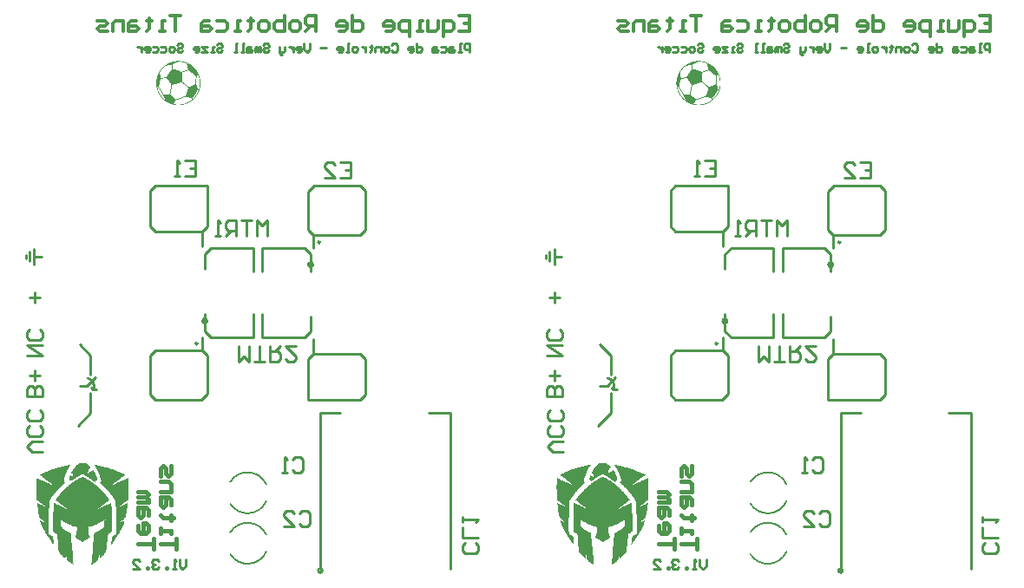
<source format=gbr>
G04*
G04 #@! TF.GenerationSoftware,Altium Limited,Altium Designer,25.0.2 (28)*
G04*
G04 Layer_Color=32896*
%FSLAX44Y44*%
%MOMM*%
G71*
G04*
G04 #@! TF.SameCoordinates,8B6BD92A-2743-4FC7-A306-186CE1EE4446*
G04*
G04*
G04 #@! TF.FilePolarity,Positive*
G04*
G01*
G75*
%ADD35C,0.2540*%
%ADD37C,0.2000*%
%ADD63C,0.4000*%
%ADD64C,0.3540*%
G36*
X678900Y515210D02*
X679620D01*
Y515170D01*
X680100D01*
Y515130D01*
X680460D01*
Y515090D01*
X680780D01*
Y515050D01*
X681100D01*
Y515010D01*
X681340D01*
Y514970D01*
X681580D01*
Y514930D01*
X681820D01*
Y514890D01*
X682020D01*
Y514850D01*
X682260D01*
Y514810D01*
X682420D01*
Y514770D01*
X682620D01*
Y514730D01*
X682820D01*
Y514690D01*
X682980D01*
Y514650D01*
X683140D01*
Y514610D01*
X683300D01*
Y514570D01*
X683460D01*
Y514530D01*
X683620D01*
Y514490D01*
X683740D01*
Y514450D01*
X683900D01*
Y514410D01*
X684020D01*
Y514370D01*
X684180D01*
Y514330D01*
X684300D01*
Y514290D01*
X684420D01*
Y514250D01*
X684580D01*
Y514210D01*
X684660D01*
Y514170D01*
X684780D01*
Y514130D01*
X684900D01*
Y514090D01*
X685020D01*
Y514050D01*
X685140D01*
Y514010D01*
X685260D01*
Y513970D01*
X685380D01*
Y513930D01*
X685500D01*
Y513890D01*
X685580D01*
Y513850D01*
X685700D01*
Y513810D01*
X685780D01*
Y513770D01*
X685900D01*
Y513730D01*
X686020D01*
Y513690D01*
X686100D01*
Y513650D01*
X686220D01*
Y513610D01*
X686300D01*
Y513570D01*
X686380D01*
Y513530D01*
X686500D01*
Y513490D01*
X686580D01*
Y513450D01*
X686660D01*
Y513410D01*
X686740D01*
Y513370D01*
X686860D01*
Y513330D01*
X686940D01*
Y513290D01*
X687020D01*
Y513250D01*
X687100D01*
Y513210D01*
X687180D01*
Y513170D01*
X687300D01*
Y513130D01*
X687380D01*
Y513090D01*
X687460D01*
Y513050D01*
X687540D01*
Y513010D01*
X687620D01*
Y512970D01*
X687700D01*
Y512930D01*
X687780D01*
Y512890D01*
X687860D01*
Y512850D01*
X687940D01*
Y512810D01*
X688020D01*
Y512770D01*
X688060D01*
Y512730D01*
X688140D01*
Y512690D01*
X688220D01*
Y512650D01*
X688300D01*
Y512610D01*
X688380D01*
Y512570D01*
X688460D01*
Y512530D01*
X688500D01*
Y512490D01*
X688580D01*
Y512450D01*
X688660D01*
Y512410D01*
X688740D01*
Y512370D01*
X688780D01*
Y512330D01*
X688860D01*
Y512290D01*
X688940D01*
Y512250D01*
X689020D01*
Y512210D01*
X689060D01*
Y512170D01*
X689140D01*
Y512130D01*
X689220D01*
Y512090D01*
X689260D01*
Y512050D01*
X689340D01*
Y512010D01*
X689380D01*
Y511970D01*
X689460D01*
Y511930D01*
X689540D01*
Y511890D01*
X689580D01*
Y511850D01*
X689660D01*
Y511810D01*
X689700D01*
Y511770D01*
X689780D01*
Y511730D01*
X689820D01*
Y511690D01*
X689900D01*
Y511650D01*
X689940D01*
Y511610D01*
X690020D01*
Y511570D01*
X690060D01*
Y511530D01*
X690140D01*
Y511490D01*
X690180D01*
Y511450D01*
X690260D01*
Y511410D01*
X690300D01*
Y511370D01*
X690380D01*
Y511330D01*
X690420D01*
Y511290D01*
X690460D01*
Y511250D01*
X690540D01*
Y511210D01*
X690580D01*
Y511170D01*
X690660D01*
Y511130D01*
X690700D01*
Y511090D01*
X690740D01*
Y511050D01*
X690820D01*
Y511010D01*
X690860D01*
Y510970D01*
X690900D01*
Y510930D01*
X690980D01*
Y510890D01*
X691020D01*
Y510850D01*
X691060D01*
Y510810D01*
X691140D01*
Y510770D01*
X691180D01*
Y510730D01*
X691220D01*
Y510690D01*
X691260D01*
Y510650D01*
X691340D01*
Y510610D01*
X691380D01*
Y510570D01*
X691420D01*
Y510530D01*
X691500D01*
Y510490D01*
X691540D01*
Y510450D01*
X691580D01*
Y510410D01*
X691620D01*
Y510370D01*
X691700D01*
Y510330D01*
X691740D01*
Y510290D01*
X691780D01*
Y510250D01*
X691820D01*
Y510210D01*
X691860D01*
Y510170D01*
X691940D01*
Y510130D01*
X691980D01*
Y510090D01*
X692020D01*
Y510050D01*
X692060D01*
Y510010D01*
X692100D01*
Y509970D01*
X692140D01*
Y509930D01*
X692220D01*
Y509890D01*
X692260D01*
Y509850D01*
X692300D01*
Y509810D01*
X692340D01*
Y509770D01*
X692380D01*
Y509730D01*
X692420D01*
Y509690D01*
X692460D01*
Y509650D01*
X692500D01*
Y509610D01*
X692540D01*
Y509570D01*
X692620D01*
Y509530D01*
X692660D01*
Y509490D01*
X692700D01*
Y509450D01*
X692740D01*
Y509410D01*
X692780D01*
Y509370D01*
X692820D01*
Y509330D01*
X692860D01*
Y509290D01*
X692900D01*
Y509250D01*
X692940D01*
Y509210D01*
X692980D01*
Y509170D01*
X693020D01*
Y509130D01*
X693060D01*
Y509090D01*
X693100D01*
Y509050D01*
X693140D01*
Y509010D01*
X693180D01*
Y508970D01*
X693220D01*
Y508930D01*
X693260D01*
Y508890D01*
X693300D01*
Y508850D01*
X693340D01*
Y508810D01*
X693380D01*
Y508770D01*
X693420D01*
Y508730D01*
X693460D01*
Y508690D01*
X693500D01*
Y508650D01*
X693540D01*
Y508610D01*
X693580D01*
Y508570D01*
X693620D01*
Y508530D01*
X693660D01*
Y508490D01*
X693700D01*
Y508450D01*
X693740D01*
Y508410D01*
X693780D01*
Y508370D01*
X693820D01*
Y508330D01*
X693860D01*
Y508290D01*
X693900D01*
Y508210D01*
X693940D01*
Y508170D01*
X693980D01*
Y508130D01*
X694020D01*
Y508090D01*
X694060D01*
Y508050D01*
X694100D01*
Y508010D01*
X694140D01*
Y507970D01*
X694180D01*
Y507930D01*
X694220D01*
Y507850D01*
X694260D01*
Y507810D01*
X694300D01*
Y507770D01*
X694340D01*
Y507730D01*
X694380D01*
Y507690D01*
X694420D01*
Y507650D01*
X694460D01*
Y507610D01*
X694500D01*
Y507530D01*
X694540D01*
Y507490D01*
X694580D01*
Y507450D01*
X694620D01*
Y507410D01*
X694660D01*
Y507370D01*
X694700D01*
Y507290D01*
X694740D01*
Y507250D01*
X694780D01*
Y507210D01*
X694820D01*
Y507170D01*
X694860D01*
Y507090D01*
X694900D01*
Y507050D01*
X694940D01*
Y507010D01*
X694980D01*
Y506930D01*
X695020D01*
Y506890D01*
X695060D01*
Y506850D01*
X695100D01*
Y506810D01*
X695140D01*
Y506730D01*
X695180D01*
Y506690D01*
X695220D01*
Y506650D01*
X695260D01*
Y506570D01*
X695300D01*
Y506530D01*
X695340D01*
Y506490D01*
X695380D01*
Y506410D01*
X695420D01*
Y506370D01*
X695460D01*
Y506330D01*
X695500D01*
Y506250D01*
X695540D01*
Y506210D01*
X695580D01*
Y506130D01*
X695620D01*
Y506090D01*
X695660D01*
Y506010D01*
X695700D01*
Y505970D01*
X695740D01*
Y505930D01*
X695780D01*
Y505850D01*
X695820D01*
Y505810D01*
X695860D01*
Y505730D01*
X695900D01*
Y505690D01*
X695940D01*
Y505610D01*
X695980D01*
Y505570D01*
X696020D01*
Y505490D01*
X696060D01*
Y505450D01*
X696100D01*
Y505370D01*
X696140D01*
Y505330D01*
X696180D01*
Y505250D01*
X696220D01*
Y505170D01*
X696260D01*
Y505130D01*
X696300D01*
Y505050D01*
X696340D01*
Y505010D01*
X696380D01*
Y504930D01*
X696420D01*
Y504850D01*
X696460D01*
Y504810D01*
X696500D01*
Y504730D01*
X696540D01*
Y504650D01*
X696580D01*
Y504610D01*
X696620D01*
Y504530D01*
X696660D01*
Y504450D01*
X696700D01*
Y504410D01*
X696740D01*
Y504330D01*
X696780D01*
Y504250D01*
X696820D01*
Y504170D01*
X696860D01*
Y504090D01*
X696900D01*
Y504050D01*
X696940D01*
Y503970D01*
X696980D01*
Y503890D01*
X697020D01*
Y503810D01*
X697060D01*
Y503730D01*
X697100D01*
Y503690D01*
X697140D01*
Y503570D01*
X697180D01*
Y503490D01*
X697220D01*
Y503450D01*
X697260D01*
Y503370D01*
X697300D01*
Y503290D01*
X697340D01*
Y503210D01*
X697380D01*
Y503130D01*
X697420D01*
Y503010D01*
X697460D01*
Y502970D01*
X697500D01*
Y502850D01*
X697540D01*
Y502770D01*
X697580D01*
Y502690D01*
X697620D01*
Y502610D01*
X697660D01*
Y502530D01*
X697700D01*
Y502450D01*
X697740D01*
Y502330D01*
X697780D01*
Y502250D01*
X697820D01*
Y502170D01*
X697860D01*
Y502050D01*
X697900D01*
Y501970D01*
X697940D01*
Y501850D01*
X697980D01*
Y501770D01*
X698020D01*
Y501690D01*
X698060D01*
Y501570D01*
X698100D01*
Y501450D01*
X698140D01*
Y501370D01*
X698180D01*
Y501250D01*
X698220D01*
Y501170D01*
X698260D01*
Y501050D01*
X698300D01*
Y500930D01*
X698340D01*
Y500810D01*
X698380D01*
Y500690D01*
X698420D01*
Y500610D01*
X698460D01*
Y500450D01*
X698500D01*
Y500370D01*
X698540D01*
Y500210D01*
X698580D01*
Y500090D01*
X698620D01*
Y499970D01*
X698660D01*
Y499850D01*
X698700D01*
Y499690D01*
X698740D01*
Y499570D01*
X698780D01*
Y499410D01*
X698820D01*
Y499290D01*
X698860D01*
Y499130D01*
X698900D01*
Y498970D01*
X698940D01*
Y498810D01*
X698980D01*
Y498650D01*
X699020D01*
Y498450D01*
X699060D01*
Y498290D01*
X699100D01*
Y498130D01*
X699140D01*
Y497930D01*
X699180D01*
Y497690D01*
X699220D01*
Y497490D01*
X699260D01*
Y497250D01*
X699300D01*
Y497010D01*
X699340D01*
Y496770D01*
X699380D01*
Y496450D01*
X699420D01*
Y496130D01*
X699460D01*
Y495770D01*
X699500D01*
Y495290D01*
X699540D01*
Y494610D01*
X699580D01*
Y492690D01*
X699540D01*
Y491970D01*
X699500D01*
Y491490D01*
X699460D01*
Y491090D01*
X699420D01*
Y490810D01*
X699380D01*
Y490530D01*
X699340D01*
Y490250D01*
X699300D01*
Y490010D01*
X699260D01*
Y489770D01*
X699220D01*
Y489530D01*
X699180D01*
Y489330D01*
X699140D01*
Y489130D01*
X699100D01*
Y488970D01*
X699060D01*
Y488770D01*
X699020D01*
Y488610D01*
X698980D01*
Y488450D01*
X698940D01*
Y488290D01*
X698900D01*
Y488130D01*
X698860D01*
Y487970D01*
X698820D01*
Y487850D01*
X698780D01*
Y487690D01*
X698740D01*
Y487570D01*
X698700D01*
Y487410D01*
X698660D01*
Y487290D01*
X698620D01*
Y487170D01*
X698580D01*
Y487010D01*
X698540D01*
Y486930D01*
X698500D01*
Y486770D01*
X698460D01*
Y486650D01*
X698420D01*
Y486530D01*
X698380D01*
Y486410D01*
X698340D01*
Y486330D01*
X698300D01*
Y486210D01*
X698260D01*
Y486090D01*
X698220D01*
Y485970D01*
X698180D01*
Y485890D01*
X698140D01*
Y485770D01*
X698100D01*
Y485690D01*
X698060D01*
Y485570D01*
X698020D01*
Y485490D01*
X697980D01*
Y485370D01*
X697940D01*
Y485290D01*
X697900D01*
Y485210D01*
X697860D01*
Y485090D01*
X697820D01*
Y485010D01*
X697780D01*
Y484930D01*
X697740D01*
Y484810D01*
X697700D01*
Y484730D01*
X697660D01*
Y484650D01*
X697620D01*
Y484570D01*
X697580D01*
Y484450D01*
X697540D01*
Y484370D01*
X697500D01*
Y484290D01*
X697460D01*
Y484210D01*
X697420D01*
Y484130D01*
X697380D01*
Y484050D01*
X697340D01*
Y483970D01*
X697300D01*
Y483890D01*
X697260D01*
Y483810D01*
X697220D01*
Y483730D01*
X697180D01*
Y483650D01*
X697140D01*
Y483570D01*
X697100D01*
Y483530D01*
X697060D01*
Y483450D01*
X697020D01*
Y483370D01*
X696980D01*
Y483290D01*
X696940D01*
Y483210D01*
X696900D01*
Y483130D01*
X696860D01*
Y483050D01*
X696820D01*
Y483010D01*
X696780D01*
Y482930D01*
X696740D01*
Y482850D01*
X696700D01*
Y482770D01*
X696660D01*
Y482730D01*
X696620D01*
Y482650D01*
X696580D01*
Y482570D01*
X696540D01*
Y482530D01*
X696500D01*
Y482450D01*
X696460D01*
Y482370D01*
X696420D01*
Y482330D01*
X696380D01*
Y482250D01*
X696340D01*
Y482170D01*
X696300D01*
Y482130D01*
X696260D01*
Y482050D01*
X696220D01*
Y482010D01*
X696180D01*
Y481930D01*
X696140D01*
Y481890D01*
X696100D01*
Y481810D01*
X696060D01*
Y481770D01*
X696020D01*
Y481690D01*
X695980D01*
Y481650D01*
X695940D01*
Y481570D01*
X695900D01*
Y481490D01*
X695860D01*
Y481450D01*
X695820D01*
Y481410D01*
X695780D01*
Y481330D01*
X695740D01*
Y481290D01*
X695700D01*
Y481210D01*
X695660D01*
Y481170D01*
X695620D01*
Y481130D01*
X695580D01*
Y481050D01*
X695540D01*
Y481010D01*
X695500D01*
Y480930D01*
X695460D01*
Y480890D01*
X695420D01*
Y480850D01*
X695380D01*
Y480770D01*
X695340D01*
Y480730D01*
X695300D01*
Y480650D01*
X695260D01*
Y480610D01*
X695220D01*
Y480570D01*
X695180D01*
Y480490D01*
X695140D01*
Y480450D01*
X695100D01*
Y480410D01*
X695060D01*
Y480370D01*
X695020D01*
Y480290D01*
X694980D01*
Y480250D01*
X694940D01*
Y480210D01*
X694900D01*
Y480170D01*
X694860D01*
Y480090D01*
X694820D01*
Y480050D01*
X694780D01*
Y480010D01*
X694740D01*
Y479970D01*
X694700D01*
Y479890D01*
X694660D01*
Y479850D01*
X694620D01*
Y479810D01*
X694580D01*
Y479770D01*
X694540D01*
Y479730D01*
X694500D01*
Y479650D01*
X694460D01*
Y479610D01*
X694420D01*
Y479570D01*
X694380D01*
Y479530D01*
X694340D01*
Y479490D01*
X694300D01*
Y479410D01*
X694260D01*
Y479370D01*
X694220D01*
Y479330D01*
X694180D01*
Y479290D01*
X694140D01*
Y479250D01*
X694100D01*
Y479210D01*
X694060D01*
Y479170D01*
X694020D01*
Y479130D01*
X693980D01*
Y479050D01*
X693940D01*
Y479010D01*
X693900D01*
Y478970D01*
X693860D01*
Y478930D01*
X693820D01*
Y478890D01*
X693780D01*
Y478850D01*
X693740D01*
Y478810D01*
X693700D01*
Y478770D01*
X693660D01*
Y478730D01*
X693620D01*
Y478690D01*
X693580D01*
Y478650D01*
X693540D01*
Y478610D01*
X693500D01*
Y478570D01*
X693460D01*
Y478530D01*
X693420D01*
Y478490D01*
X693380D01*
Y478450D01*
X693340D01*
Y478410D01*
X693300D01*
Y478370D01*
X693260D01*
Y478330D01*
X693220D01*
Y478290D01*
X693180D01*
Y478250D01*
X693140D01*
Y478210D01*
X693100D01*
Y478170D01*
X693060D01*
Y478130D01*
X693020D01*
Y478090D01*
X692980D01*
Y478050D01*
X692940D01*
Y478010D01*
X692900D01*
Y477970D01*
X692860D01*
Y477930D01*
X692820D01*
Y477890D01*
X692780D01*
Y477850D01*
X692740D01*
Y477810D01*
X692700D01*
Y477770D01*
X692660D01*
Y477730D01*
X692620D01*
Y477690D01*
X692580D01*
Y477650D01*
X692540D01*
Y477610D01*
X692460D01*
Y477570D01*
X692420D01*
Y477530D01*
X692380D01*
Y477490D01*
X692340D01*
Y477450D01*
X692300D01*
Y477410D01*
X692260D01*
Y477370D01*
X692220D01*
Y477330D01*
X692180D01*
Y477290D01*
X692100D01*
Y477250D01*
X692060D01*
Y477210D01*
X692020D01*
Y477170D01*
X691980D01*
Y477130D01*
X691940D01*
Y477090D01*
X691900D01*
Y477050D01*
X691820D01*
Y477010D01*
X691780D01*
Y476970D01*
X691740D01*
Y476930D01*
X691700D01*
Y476890D01*
X691620D01*
Y476850D01*
X691580D01*
Y476810D01*
X691540D01*
Y476770D01*
X691500D01*
Y476730D01*
X691420D01*
Y476690D01*
X691380D01*
Y476650D01*
X691340D01*
Y476610D01*
X691300D01*
Y476570D01*
X691220D01*
Y476530D01*
X691180D01*
Y476490D01*
X691140D01*
Y476450D01*
X691100D01*
Y476410D01*
X691020D01*
Y476370D01*
X690980D01*
Y476330D01*
X690940D01*
Y476290D01*
X690860D01*
Y476250D01*
X690820D01*
Y476210D01*
X690740D01*
Y476170D01*
X690700D01*
Y476130D01*
X690660D01*
Y476090D01*
X690580D01*
Y476050D01*
X690540D01*
Y476010D01*
X690500D01*
Y475970D01*
X690420D01*
Y475930D01*
X690380D01*
Y475890D01*
X690300D01*
Y475850D01*
X690260D01*
Y475810D01*
X690180D01*
Y475770D01*
X690140D01*
Y475730D01*
X690100D01*
Y475690D01*
X690020D01*
Y475650D01*
X689980D01*
Y475610D01*
X689900D01*
Y475570D01*
X689860D01*
Y475530D01*
X689780D01*
Y475490D01*
X689740D01*
Y475450D01*
X689660D01*
Y475410D01*
X689580D01*
Y475370D01*
X689540D01*
Y475330D01*
X689460D01*
Y475290D01*
X689380D01*
Y475250D01*
X689340D01*
Y475210D01*
X689260D01*
Y475170D01*
X689220D01*
Y475130D01*
X689140D01*
Y475090D01*
X689060D01*
Y475050D01*
X689020D01*
Y475010D01*
X688940D01*
Y474970D01*
X688860D01*
Y474930D01*
X688820D01*
Y474890D01*
X688740D01*
Y474850D01*
X688660D01*
Y474810D01*
X688580D01*
Y474770D01*
X688540D01*
Y474730D01*
X688460D01*
Y474690D01*
X688380D01*
Y474650D01*
X688300D01*
Y474610D01*
X688220D01*
Y474570D01*
X688180D01*
Y474530D01*
X688100D01*
Y474490D01*
X688020D01*
Y474450D01*
X687940D01*
Y474410D01*
X687860D01*
Y474370D01*
X687780D01*
Y474330D01*
X687700D01*
Y474290D01*
X687620D01*
Y474250D01*
X687540D01*
Y474210D01*
X687460D01*
Y474170D01*
X687380D01*
Y474130D01*
X687300D01*
Y474090D01*
X687180D01*
Y474050D01*
X687100D01*
Y474010D01*
X687020D01*
Y473970D01*
X686940D01*
Y473930D01*
X686860D01*
Y473890D01*
X686780D01*
Y473850D01*
X686660D01*
Y473810D01*
X686580D01*
Y473770D01*
X686500D01*
Y473730D01*
X686380D01*
Y473690D01*
X686300D01*
Y473650D01*
X686220D01*
Y473610D01*
X686100D01*
Y473570D01*
X686020D01*
Y473530D01*
X685900D01*
Y473490D01*
X685820D01*
Y473450D01*
X685700D01*
Y473410D01*
X685620D01*
Y473370D01*
X685500D01*
Y473330D01*
X685380D01*
Y473290D01*
X685260D01*
Y473250D01*
X685180D01*
Y473210D01*
X685060D01*
Y473170D01*
X684940D01*
Y473130D01*
X684820D01*
Y473090D01*
X684660D01*
Y473050D01*
X684580D01*
Y473010D01*
X684420D01*
Y472970D01*
X684300D01*
Y472930D01*
X684180D01*
Y472890D01*
X684020D01*
Y472850D01*
X683900D01*
Y472810D01*
X683740D01*
Y472770D01*
X683620D01*
Y472730D01*
X683460D01*
Y472690D01*
X683300D01*
Y472650D01*
X683140D01*
Y472610D01*
X682980D01*
Y472570D01*
X682820D01*
Y472530D01*
X682620D01*
Y472490D01*
X682460D01*
Y472450D01*
X682260D01*
Y472410D01*
X682060D01*
Y472370D01*
X681820D01*
Y472330D01*
X681620D01*
Y472290D01*
X681340D01*
Y472250D01*
X681060D01*
Y472210D01*
X680820D01*
Y472170D01*
X680460D01*
Y472130D01*
X680100D01*
Y472090D01*
X679620D01*
Y472050D01*
X678900D01*
Y472010D01*
X676980D01*
Y472050D01*
X676260D01*
Y472090D01*
X675820D01*
Y472130D01*
X675460D01*
Y472170D01*
X675140D01*
Y472210D01*
X674820D01*
Y472250D01*
X674580D01*
Y472290D01*
X674340D01*
Y472330D01*
X674100D01*
Y472370D01*
X673900D01*
Y472410D01*
X673660D01*
Y472450D01*
X673460D01*
Y472490D01*
X673300D01*
Y472530D01*
X673140D01*
Y472570D01*
X672940D01*
Y472610D01*
X672780D01*
Y472650D01*
X672620D01*
Y472690D01*
X672460D01*
Y472730D01*
X672300D01*
Y472770D01*
X672180D01*
Y472810D01*
X672020D01*
Y472850D01*
X671900D01*
Y472890D01*
X671740D01*
Y472930D01*
X671620D01*
Y472970D01*
X671500D01*
Y473010D01*
X671380D01*
Y473050D01*
X671220D01*
Y473090D01*
X671140D01*
Y473130D01*
X670980D01*
Y473170D01*
X670900D01*
Y473210D01*
X670780D01*
Y473250D01*
X670660D01*
Y473290D01*
X670540D01*
Y473330D01*
X670420D01*
Y473370D01*
X670340D01*
Y473410D01*
X670220D01*
Y473450D01*
X670140D01*
Y473490D01*
X670020D01*
Y473530D01*
X669940D01*
Y473570D01*
X669820D01*
Y473610D01*
X669740D01*
Y473650D01*
X669620D01*
Y473690D01*
X669540D01*
Y473730D01*
X669420D01*
Y473770D01*
X669340D01*
Y473810D01*
X669260D01*
Y473850D01*
X669140D01*
Y473890D01*
X669060D01*
Y473930D01*
X668980D01*
Y473970D01*
X668900D01*
Y474010D01*
X668820D01*
Y474050D01*
X668740D01*
Y474090D01*
X668620D01*
Y474130D01*
X668580D01*
Y474170D01*
X668460D01*
Y474210D01*
X668380D01*
Y474250D01*
X668300D01*
Y474290D01*
X668220D01*
Y474330D01*
X668180D01*
Y474370D01*
X668100D01*
Y474410D01*
X667980D01*
Y474450D01*
X667900D01*
Y474490D01*
X667860D01*
Y474530D01*
X667780D01*
Y474570D01*
X667700D01*
Y474610D01*
X667620D01*
Y474650D01*
X667540D01*
Y474690D01*
X667460D01*
Y474730D01*
X667380D01*
Y474770D01*
X667340D01*
Y474810D01*
X667260D01*
Y474850D01*
X667180D01*
Y474890D01*
X667140D01*
Y474930D01*
X667060D01*
Y474970D01*
X666980D01*
Y475010D01*
X666940D01*
Y475050D01*
X666860D01*
Y475090D01*
X666780D01*
Y475130D01*
X666740D01*
Y475170D01*
X666660D01*
Y475210D01*
X666580D01*
Y475250D01*
X666540D01*
Y475290D01*
X666460D01*
Y475330D01*
X666420D01*
Y475370D01*
X666340D01*
Y475410D01*
X666260D01*
Y475450D01*
X666220D01*
Y475490D01*
X666140D01*
Y475530D01*
X666100D01*
Y475570D01*
X666020D01*
Y475610D01*
X665980D01*
Y475650D01*
X665900D01*
Y475690D01*
X665860D01*
Y475730D01*
X665780D01*
Y475770D01*
X665740D01*
Y475810D01*
X665660D01*
Y475850D01*
X665620D01*
Y475890D01*
X665540D01*
Y475930D01*
X665500D01*
Y475970D01*
X665460D01*
Y476010D01*
X665380D01*
Y476050D01*
X665340D01*
Y476090D01*
X665260D01*
Y476130D01*
X665220D01*
Y476170D01*
X665180D01*
Y476210D01*
X665100D01*
Y476250D01*
X665060D01*
Y476290D01*
X665020D01*
Y476330D01*
X664940D01*
Y476370D01*
X664900D01*
Y476410D01*
X664860D01*
Y476450D01*
X664780D01*
Y476490D01*
X664740D01*
Y476530D01*
X664700D01*
Y476570D01*
X664620D01*
Y476610D01*
X664580D01*
Y476650D01*
X664540D01*
Y476690D01*
X664500D01*
Y476730D01*
X664420D01*
Y476770D01*
X664380D01*
Y476810D01*
X664340D01*
Y476850D01*
X664300D01*
Y476890D01*
X664260D01*
Y476930D01*
X664180D01*
Y476970D01*
X664140D01*
Y477010D01*
X664100D01*
Y477050D01*
X664060D01*
Y477090D01*
X663980D01*
Y477130D01*
X663940D01*
Y477170D01*
X663900D01*
Y477210D01*
X663860D01*
Y477250D01*
X663820D01*
Y477290D01*
X663780D01*
Y477330D01*
X663740D01*
Y477370D01*
X663660D01*
Y477410D01*
X663620D01*
Y477450D01*
X663580D01*
Y477490D01*
X663540D01*
Y477530D01*
X663500D01*
Y477570D01*
X663460D01*
Y477610D01*
X663420D01*
Y477650D01*
X663380D01*
Y477690D01*
X663300D01*
Y477730D01*
X663260D01*
Y477770D01*
X663220D01*
Y477810D01*
X663180D01*
Y477850D01*
X663140D01*
Y477890D01*
X663100D01*
Y477930D01*
X663060D01*
Y477970D01*
X663020D01*
Y478010D01*
X662980D01*
Y478050D01*
X662940D01*
Y478090D01*
X662900D01*
Y478130D01*
X662860D01*
Y478170D01*
X662820D01*
Y478210D01*
X662780D01*
Y478250D01*
X662740D01*
Y478290D01*
X662700D01*
Y478330D01*
X662660D01*
Y478370D01*
X662620D01*
Y478410D01*
X662580D01*
Y478450D01*
X662540D01*
Y478490D01*
X662500D01*
Y478530D01*
X662460D01*
Y478570D01*
X662420D01*
Y478610D01*
X662380D01*
Y478650D01*
X662340D01*
Y478690D01*
X662300D01*
Y478730D01*
X662260D01*
Y478770D01*
X662220D01*
Y478810D01*
X662180D01*
Y478850D01*
X662140D01*
Y478890D01*
X662100D01*
Y478930D01*
X662060D01*
Y478970D01*
X662020D01*
Y479050D01*
X661980D01*
Y479090D01*
X661940D01*
Y479130D01*
X661900D01*
Y479170D01*
X661860D01*
Y479210D01*
X661820D01*
Y479250D01*
X661780D01*
Y479290D01*
X661740D01*
Y479330D01*
X661700D01*
Y479410D01*
X661660D01*
Y479450D01*
X661620D01*
Y479490D01*
X661580D01*
Y479530D01*
X661540D01*
Y479570D01*
X661500D01*
Y479610D01*
X661460D01*
Y479650D01*
X661420D01*
Y479730D01*
X661380D01*
Y479770D01*
X661340D01*
Y479810D01*
X661300D01*
Y479850D01*
X661260D01*
Y479890D01*
X661220D01*
Y479970D01*
X661180D01*
Y480010D01*
X661140D01*
Y480050D01*
X661100D01*
Y480090D01*
X661060D01*
Y480170D01*
X661020D01*
Y480210D01*
X660980D01*
Y480250D01*
X660940D01*
Y480330D01*
X660900D01*
Y480370D01*
X660860D01*
Y480410D01*
X660820D01*
Y480450D01*
X660780D01*
Y480530D01*
X660740D01*
Y480570D01*
X660700D01*
Y480610D01*
X660660D01*
Y480690D01*
X660620D01*
Y480730D01*
X660580D01*
Y480770D01*
X660540D01*
Y480850D01*
X660500D01*
Y480890D01*
X660460D01*
Y480930D01*
X660420D01*
Y481010D01*
X660380D01*
Y481050D01*
X660340D01*
Y481130D01*
X660300D01*
Y481170D01*
X660260D01*
Y481210D01*
X660220D01*
Y481290D01*
X660180D01*
Y481330D01*
X660140D01*
Y481410D01*
X660100D01*
Y481450D01*
X660060D01*
Y481530D01*
X660020D01*
Y481570D01*
X659980D01*
Y481650D01*
X659940D01*
Y481690D01*
X659900D01*
Y481770D01*
X659860D01*
Y481810D01*
X659820D01*
Y481890D01*
X659780D01*
Y481930D01*
X659740D01*
Y482010D01*
X659700D01*
Y482050D01*
X659660D01*
Y482130D01*
X659620D01*
Y482210D01*
X659580D01*
Y482250D01*
X659540D01*
Y482330D01*
X659500D01*
Y482370D01*
X659460D01*
Y482450D01*
X659420D01*
Y482530D01*
X659380D01*
Y482610D01*
X659340D01*
Y482650D01*
X659300D01*
Y482730D01*
X659260D01*
Y482810D01*
X659220D01*
Y482850D01*
X659180D01*
Y482930D01*
X659140D01*
Y483010D01*
X659100D01*
Y483090D01*
X659060D01*
Y483130D01*
X659020D01*
Y483210D01*
X658980D01*
Y483290D01*
X658940D01*
Y483370D01*
X658900D01*
Y483450D01*
X658860D01*
Y483530D01*
X658820D01*
Y483570D01*
X658780D01*
Y483650D01*
X658740D01*
Y483730D01*
X658700D01*
Y483810D01*
X658660D01*
Y483890D01*
X658620D01*
Y483970D01*
X658580D01*
Y484050D01*
X658540D01*
Y484130D01*
X658500D01*
Y484210D01*
X658460D01*
Y484290D01*
X658420D01*
Y484410D01*
X658380D01*
Y484490D01*
X658340D01*
Y484570D01*
X658300D01*
Y484650D01*
X658260D01*
Y484730D01*
X658220D01*
Y484810D01*
X658180D01*
Y484930D01*
X658140D01*
Y485010D01*
X658100D01*
Y485090D01*
X658060D01*
Y485210D01*
X658020D01*
Y485290D01*
X657980D01*
Y485370D01*
X657940D01*
Y485490D01*
X657900D01*
Y485610D01*
X657860D01*
Y485690D01*
X657820D01*
Y485810D01*
X657780D01*
Y485890D01*
X657740D01*
Y486010D01*
X657700D01*
Y486090D01*
X657660D01*
Y486210D01*
X657620D01*
Y486330D01*
X657580D01*
Y486450D01*
X657540D01*
Y486570D01*
X657500D01*
Y486690D01*
X657460D01*
Y486810D01*
X657420D01*
Y486930D01*
X657380D01*
Y487010D01*
X657340D01*
Y487170D01*
X657300D01*
Y487290D01*
X657260D01*
Y487410D01*
X657220D01*
Y487570D01*
X657180D01*
Y487690D01*
X657140D01*
Y487850D01*
X657100D01*
Y487970D01*
X657060D01*
Y488130D01*
X657020D01*
Y488290D01*
X656980D01*
Y488450D01*
X656940D01*
Y488610D01*
X656900D01*
Y488770D01*
X656860D01*
Y488970D01*
X656820D01*
Y489170D01*
X656780D01*
Y489330D01*
X656740D01*
Y489570D01*
X656700D01*
Y489770D01*
X656660D01*
Y490010D01*
X656620D01*
Y490250D01*
X656580D01*
Y490490D01*
X656540D01*
Y490810D01*
X656500D01*
Y491130D01*
X656460D01*
Y491490D01*
X656420D01*
Y491930D01*
X656380D01*
Y492650D01*
X656340D01*
Y494610D01*
X656380D01*
Y495290D01*
X656420D01*
Y495770D01*
X656460D01*
Y496130D01*
X656500D01*
Y496450D01*
X656540D01*
Y496730D01*
X656580D01*
Y497010D01*
X656620D01*
Y497250D01*
X656660D01*
Y497490D01*
X656700D01*
Y497730D01*
X656740D01*
Y497930D01*
X656780D01*
Y498090D01*
X656820D01*
Y498290D01*
X656860D01*
Y498490D01*
X656900D01*
Y498650D01*
X656940D01*
Y498810D01*
X656980D01*
Y498970D01*
X657020D01*
Y499130D01*
X657060D01*
Y499290D01*
X657100D01*
Y499410D01*
X657140D01*
Y499570D01*
X657180D01*
Y499690D01*
X657220D01*
Y499810D01*
X657260D01*
Y499970D01*
X657300D01*
Y500090D01*
X657340D01*
Y500210D01*
X657380D01*
Y500330D01*
X657420D01*
Y500450D01*
X657460D01*
Y500570D01*
X657500D01*
Y500690D01*
X657540D01*
Y500810D01*
X657580D01*
Y500930D01*
X657620D01*
Y501050D01*
X657660D01*
Y501130D01*
X657700D01*
Y501250D01*
X657740D01*
Y501370D01*
X657780D01*
Y501450D01*
X657820D01*
Y501570D01*
X657860D01*
Y501650D01*
X657900D01*
Y501770D01*
X657940D01*
Y501850D01*
X657980D01*
Y501970D01*
X658020D01*
Y502050D01*
X658060D01*
Y502130D01*
X658100D01*
Y502250D01*
X658140D01*
Y502330D01*
X658180D01*
Y502410D01*
X658220D01*
Y502490D01*
X658260D01*
Y502610D01*
X658300D01*
Y502690D01*
X658340D01*
Y502770D01*
X658380D01*
Y502850D01*
X658420D01*
Y502930D01*
X658460D01*
Y503010D01*
X658500D01*
Y503130D01*
X658540D01*
Y503210D01*
X658580D01*
Y503250D01*
X658620D01*
Y503370D01*
X658660D01*
Y503450D01*
X658700D01*
Y503530D01*
X658740D01*
Y503570D01*
X658780D01*
Y503650D01*
X658820D01*
Y503730D01*
X658860D01*
Y503810D01*
X658900D01*
Y503890D01*
X658940D01*
Y503970D01*
X658980D01*
Y504010D01*
X659020D01*
Y504090D01*
X659060D01*
Y504170D01*
X659100D01*
Y504250D01*
X659140D01*
Y504330D01*
X659180D01*
Y504370D01*
X659220D01*
Y504450D01*
X659260D01*
Y504530D01*
X659300D01*
Y504610D01*
X659340D01*
Y504650D01*
X659380D01*
Y504730D01*
X659420D01*
Y504810D01*
X659460D01*
Y504850D01*
X659500D01*
Y504930D01*
X659540D01*
Y505010D01*
X659580D01*
Y505050D01*
X659620D01*
Y505130D01*
X659660D01*
Y505170D01*
X659700D01*
Y505250D01*
X659740D01*
Y505290D01*
X659780D01*
Y505370D01*
X659820D01*
Y505450D01*
X659860D01*
Y505490D01*
X659900D01*
Y505530D01*
X659940D01*
Y505610D01*
X659980D01*
Y505690D01*
X660020D01*
Y505730D01*
X660060D01*
Y505810D01*
X660100D01*
Y505850D01*
X660140D01*
Y505930D01*
X660180D01*
Y505970D01*
X660220D01*
Y506010D01*
X660260D01*
Y506090D01*
X660300D01*
Y506130D01*
X660340D01*
Y506210D01*
X660380D01*
Y506250D01*
X660420D01*
Y506290D01*
X660460D01*
Y506370D01*
X660500D01*
Y506410D01*
X660540D01*
Y506450D01*
X660580D01*
Y506530D01*
X660620D01*
Y506570D01*
X660660D01*
Y506650D01*
X660700D01*
Y506690D01*
X660740D01*
Y506730D01*
X660780D01*
Y506770D01*
X660820D01*
Y506850D01*
X660860D01*
Y506890D01*
X660900D01*
Y506930D01*
X660940D01*
Y507010D01*
X660980D01*
Y507050D01*
X661020D01*
Y507090D01*
X661060D01*
Y507130D01*
X661100D01*
Y507210D01*
X661140D01*
Y507250D01*
X661180D01*
Y507290D01*
X661220D01*
Y507330D01*
X661260D01*
Y507410D01*
X661300D01*
Y507450D01*
X661340D01*
Y507490D01*
X661380D01*
Y507530D01*
X661420D01*
Y507570D01*
X661460D01*
Y507650D01*
X661500D01*
Y507690D01*
X661540D01*
Y507730D01*
X661580D01*
Y507770D01*
X661620D01*
Y507810D01*
X661660D01*
Y507850D01*
X661700D01*
Y507890D01*
X661740D01*
Y507970D01*
X661780D01*
Y508010D01*
X661820D01*
Y508050D01*
X661860D01*
Y508090D01*
X661900D01*
Y508130D01*
X661940D01*
Y508170D01*
X661980D01*
Y508210D01*
X662020D01*
Y508250D01*
X662060D01*
Y508290D01*
X662100D01*
Y508370D01*
X662180D01*
Y508410D01*
X662220D01*
Y508490D01*
X662260D01*
Y508530D01*
X662300D01*
Y508570D01*
X662340D01*
Y508610D01*
X662380D01*
Y508650D01*
X662420D01*
Y508690D01*
X662460D01*
Y508730D01*
X662500D01*
Y508770D01*
X662540D01*
Y508810D01*
X662580D01*
Y508850D01*
X662620D01*
Y508890D01*
X662660D01*
Y508930D01*
X662700D01*
Y508970D01*
X662740D01*
Y509010D01*
X662780D01*
Y509050D01*
X662820D01*
Y509090D01*
X662860D01*
Y509130D01*
X662900D01*
Y509170D01*
X662940D01*
Y509210D01*
X662980D01*
Y509250D01*
X663020D01*
Y509290D01*
X663060D01*
Y509330D01*
X663100D01*
Y509370D01*
X663140D01*
Y509410D01*
X663180D01*
Y509450D01*
X663220D01*
Y509490D01*
X663300D01*
Y509530D01*
X663340D01*
Y509570D01*
X663380D01*
Y509610D01*
X663420D01*
Y509650D01*
X663460D01*
Y509690D01*
X663500D01*
Y509730D01*
X663540D01*
Y509770D01*
X663580D01*
Y509810D01*
X663620D01*
Y509850D01*
X663700D01*
Y509890D01*
X663740D01*
Y509930D01*
X663780D01*
Y509970D01*
X663820D01*
Y510010D01*
X663860D01*
Y510050D01*
X663900D01*
Y510090D01*
X663940D01*
Y510130D01*
X664020D01*
Y510170D01*
X664060D01*
Y510210D01*
X664100D01*
Y510250D01*
X664140D01*
Y510290D01*
X664180D01*
Y510330D01*
X664260D01*
Y510370D01*
X664300D01*
Y510410D01*
X664340D01*
Y510450D01*
X664380D01*
Y510490D01*
X664460D01*
Y510530D01*
X664500D01*
Y510570D01*
X664540D01*
Y510610D01*
X664580D01*
Y510650D01*
X664660D01*
Y510690D01*
X664700D01*
Y510730D01*
X664740D01*
Y510770D01*
X664820D01*
Y510810D01*
X664860D01*
Y510850D01*
X664900D01*
Y510890D01*
X664980D01*
Y510930D01*
X665020D01*
Y510970D01*
X665060D01*
Y511010D01*
X665140D01*
Y511050D01*
X665180D01*
Y511090D01*
X665220D01*
Y511130D01*
X665300D01*
Y511170D01*
X665340D01*
Y511210D01*
X665380D01*
Y511250D01*
X665460D01*
Y511290D01*
X665500D01*
Y511330D01*
X665580D01*
Y511370D01*
X665620D01*
Y511410D01*
X665700D01*
Y511450D01*
X665740D01*
Y511490D01*
X665780D01*
Y511530D01*
X665860D01*
Y511570D01*
X665900D01*
Y511610D01*
X665980D01*
Y511650D01*
X666020D01*
Y511690D01*
X666100D01*
Y511730D01*
X666140D01*
Y511770D01*
X666220D01*
Y511810D01*
X666300D01*
Y511850D01*
X666340D01*
Y511890D01*
X666420D01*
Y511930D01*
X666460D01*
Y511970D01*
X666540D01*
Y512010D01*
X666580D01*
Y512050D01*
X666660D01*
Y512090D01*
X666740D01*
Y512130D01*
X666780D01*
Y512170D01*
X666860D01*
Y512210D01*
X666940D01*
Y512250D01*
X666980D01*
Y512290D01*
X667060D01*
Y512330D01*
X667140D01*
Y512370D01*
X667220D01*
Y512410D01*
X667260D01*
Y512450D01*
X667340D01*
Y512490D01*
X667420D01*
Y512530D01*
X667500D01*
Y512570D01*
X667580D01*
Y512610D01*
X667620D01*
Y512650D01*
X667700D01*
Y512690D01*
X667780D01*
Y512730D01*
X667860D01*
Y512770D01*
X667940D01*
Y512810D01*
X668020D01*
Y512850D01*
X668060D01*
Y512890D01*
X668140D01*
Y512930D01*
X668260D01*
Y512970D01*
X668340D01*
Y513010D01*
X668420D01*
Y513050D01*
X668500D01*
Y513090D01*
X668580D01*
Y513130D01*
X668660D01*
Y513170D01*
X668740D01*
Y513210D01*
X668820D01*
Y513250D01*
X668900D01*
Y513290D01*
X668980D01*
Y513330D01*
X669060D01*
Y513370D01*
X669180D01*
Y513410D01*
X669260D01*
Y513450D01*
X669340D01*
Y513490D01*
X669460D01*
Y513530D01*
X669540D01*
Y513570D01*
X669620D01*
Y513610D01*
X669740D01*
Y513650D01*
X669820D01*
Y513690D01*
X669940D01*
Y513730D01*
X670020D01*
Y513770D01*
X670140D01*
Y513810D01*
X670220D01*
Y513850D01*
X670340D01*
Y513890D01*
X670420D01*
Y513930D01*
X670540D01*
Y513970D01*
X670660D01*
Y514010D01*
X670780D01*
Y514050D01*
X670900D01*
Y514090D01*
X671020D01*
Y514130D01*
X671140D01*
Y514170D01*
X671260D01*
Y514210D01*
X671380D01*
Y514250D01*
X671500D01*
Y514290D01*
X671620D01*
Y514330D01*
X671780D01*
Y514370D01*
X671900D01*
Y514410D01*
X672020D01*
Y514450D01*
X672180D01*
Y514490D01*
X672300D01*
Y514530D01*
X672460D01*
Y514570D01*
X672620D01*
Y514610D01*
X672780D01*
Y514650D01*
X672940D01*
Y514690D01*
X673140D01*
Y514730D01*
X673300D01*
Y514770D01*
X673500D01*
Y514810D01*
X673660D01*
Y514850D01*
X673900D01*
Y514890D01*
X674100D01*
Y514930D01*
X674340D01*
Y514970D01*
X674580D01*
Y515010D01*
X674860D01*
Y515050D01*
X675140D01*
Y515090D01*
X675460D01*
Y515130D01*
X675820D01*
Y515170D01*
X676300D01*
Y515210D01*
X676980D01*
Y515250D01*
X678900D01*
Y515210D01*
D02*
G37*
G36*
X171380D02*
X172100D01*
Y515170D01*
X172580D01*
Y515130D01*
X172940D01*
Y515090D01*
X173260D01*
Y515050D01*
X173580D01*
Y515010D01*
X173820D01*
Y514970D01*
X174060D01*
Y514930D01*
X174300D01*
Y514890D01*
X174500D01*
Y514850D01*
X174740D01*
Y514810D01*
X174900D01*
Y514770D01*
X175100D01*
Y514730D01*
X175300D01*
Y514690D01*
X175460D01*
Y514650D01*
X175620D01*
Y514610D01*
X175780D01*
Y514570D01*
X175940D01*
Y514530D01*
X176100D01*
Y514490D01*
X176220D01*
Y514450D01*
X176380D01*
Y514410D01*
X176500D01*
Y514370D01*
X176660D01*
Y514330D01*
X176780D01*
Y514290D01*
X176900D01*
Y514250D01*
X177060D01*
Y514210D01*
X177140D01*
Y514170D01*
X177260D01*
Y514130D01*
X177380D01*
Y514090D01*
X177500D01*
Y514050D01*
X177620D01*
Y514010D01*
X177740D01*
Y513970D01*
X177860D01*
Y513930D01*
X177980D01*
Y513890D01*
X178060D01*
Y513850D01*
X178180D01*
Y513810D01*
X178260D01*
Y513770D01*
X178380D01*
Y513730D01*
X178500D01*
Y513690D01*
X178580D01*
Y513650D01*
X178700D01*
Y513610D01*
X178780D01*
Y513570D01*
X178860D01*
Y513530D01*
X178980D01*
Y513490D01*
X179060D01*
Y513450D01*
X179140D01*
Y513410D01*
X179220D01*
Y513370D01*
X179340D01*
Y513330D01*
X179420D01*
Y513290D01*
X179500D01*
Y513250D01*
X179580D01*
Y513210D01*
X179660D01*
Y513170D01*
X179780D01*
Y513130D01*
X179860D01*
Y513090D01*
X179940D01*
Y513050D01*
X180020D01*
Y513010D01*
X180100D01*
Y512970D01*
X180180D01*
Y512930D01*
X180260D01*
Y512890D01*
X180340D01*
Y512850D01*
X180420D01*
Y512810D01*
X180500D01*
Y512770D01*
X180540D01*
Y512730D01*
X180620D01*
Y512690D01*
X180700D01*
Y512650D01*
X180780D01*
Y512610D01*
X180860D01*
Y512570D01*
X180940D01*
Y512530D01*
X180980D01*
Y512490D01*
X181060D01*
Y512450D01*
X181140D01*
Y512410D01*
X181220D01*
Y512370D01*
X181260D01*
Y512330D01*
X181340D01*
Y512290D01*
X181420D01*
Y512250D01*
X181500D01*
Y512210D01*
X181540D01*
Y512170D01*
X181620D01*
Y512130D01*
X181700D01*
Y512090D01*
X181740D01*
Y512050D01*
X181820D01*
Y512010D01*
X181860D01*
Y511970D01*
X181940D01*
Y511930D01*
X182020D01*
Y511890D01*
X182060D01*
Y511850D01*
X182140D01*
Y511810D01*
X182180D01*
Y511770D01*
X182260D01*
Y511730D01*
X182300D01*
Y511690D01*
X182380D01*
Y511650D01*
X182420D01*
Y511610D01*
X182500D01*
Y511570D01*
X182540D01*
Y511530D01*
X182620D01*
Y511490D01*
X182660D01*
Y511450D01*
X182740D01*
Y511410D01*
X182780D01*
Y511370D01*
X182860D01*
Y511330D01*
X182900D01*
Y511290D01*
X182940D01*
Y511250D01*
X183020D01*
Y511210D01*
X183060D01*
Y511170D01*
X183140D01*
Y511130D01*
X183180D01*
Y511090D01*
X183220D01*
Y511050D01*
X183300D01*
Y511010D01*
X183340D01*
Y510970D01*
X183380D01*
Y510930D01*
X183460D01*
Y510890D01*
X183500D01*
Y510850D01*
X183540D01*
Y510810D01*
X183620D01*
Y510770D01*
X183660D01*
Y510730D01*
X183700D01*
Y510690D01*
X183740D01*
Y510650D01*
X183820D01*
Y510610D01*
X183860D01*
Y510570D01*
X183900D01*
Y510530D01*
X183980D01*
Y510490D01*
X184020D01*
Y510450D01*
X184060D01*
Y510410D01*
X184100D01*
Y510370D01*
X184180D01*
Y510330D01*
X184220D01*
Y510290D01*
X184260D01*
Y510250D01*
X184300D01*
Y510210D01*
X184340D01*
Y510170D01*
X184420D01*
Y510130D01*
X184460D01*
Y510090D01*
X184500D01*
Y510050D01*
X184540D01*
Y510010D01*
X184580D01*
Y509970D01*
X184620D01*
Y509930D01*
X184700D01*
Y509890D01*
X184740D01*
Y509850D01*
X184780D01*
Y509810D01*
X184820D01*
Y509770D01*
X184860D01*
Y509730D01*
X184900D01*
Y509690D01*
X184940D01*
Y509650D01*
X184980D01*
Y509610D01*
X185020D01*
Y509570D01*
X185100D01*
Y509530D01*
X185140D01*
Y509490D01*
X185180D01*
Y509450D01*
X185220D01*
Y509410D01*
X185260D01*
Y509370D01*
X185300D01*
Y509330D01*
X185340D01*
Y509290D01*
X185380D01*
Y509250D01*
X185420D01*
Y509210D01*
X185460D01*
Y509170D01*
X185500D01*
Y509130D01*
X185540D01*
Y509090D01*
X185580D01*
Y509050D01*
X185620D01*
Y509010D01*
X185660D01*
Y508970D01*
X185700D01*
Y508930D01*
X185740D01*
Y508890D01*
X185780D01*
Y508850D01*
X185820D01*
Y508810D01*
X185860D01*
Y508770D01*
X185900D01*
Y508730D01*
X185940D01*
Y508690D01*
X185980D01*
Y508650D01*
X186020D01*
Y508610D01*
X186060D01*
Y508570D01*
X186100D01*
Y508530D01*
X186140D01*
Y508490D01*
X186180D01*
Y508450D01*
X186220D01*
Y508410D01*
X186260D01*
Y508370D01*
X186300D01*
Y508330D01*
X186340D01*
Y508290D01*
X186380D01*
Y508210D01*
X186420D01*
Y508170D01*
X186460D01*
Y508130D01*
X186500D01*
Y508090D01*
X186540D01*
Y508050D01*
X186580D01*
Y508010D01*
X186620D01*
Y507970D01*
X186660D01*
Y507930D01*
X186700D01*
Y507850D01*
X186740D01*
Y507810D01*
X186780D01*
Y507770D01*
X186820D01*
Y507730D01*
X186860D01*
Y507690D01*
X186900D01*
Y507650D01*
X186940D01*
Y507610D01*
X186980D01*
Y507530D01*
X187020D01*
Y507490D01*
X187060D01*
Y507450D01*
X187100D01*
Y507410D01*
X187140D01*
Y507370D01*
X187180D01*
Y507290D01*
X187220D01*
Y507250D01*
X187260D01*
Y507210D01*
X187300D01*
Y507170D01*
X187340D01*
Y507090D01*
X187380D01*
Y507050D01*
X187420D01*
Y507010D01*
X187460D01*
Y506930D01*
X187500D01*
Y506890D01*
X187540D01*
Y506850D01*
X187580D01*
Y506810D01*
X187620D01*
Y506730D01*
X187660D01*
Y506690D01*
X187700D01*
Y506650D01*
X187740D01*
Y506570D01*
X187780D01*
Y506530D01*
X187820D01*
Y506490D01*
X187860D01*
Y506410D01*
X187900D01*
Y506370D01*
X187940D01*
Y506330D01*
X187980D01*
Y506250D01*
X188020D01*
Y506210D01*
X188060D01*
Y506130D01*
X188100D01*
Y506090D01*
X188140D01*
Y506010D01*
X188180D01*
Y505970D01*
X188220D01*
Y505930D01*
X188260D01*
Y505850D01*
X188300D01*
Y505810D01*
X188340D01*
Y505730D01*
X188380D01*
Y505690D01*
X188420D01*
Y505610D01*
X188460D01*
Y505570D01*
X188500D01*
Y505490D01*
X188540D01*
Y505450D01*
X188580D01*
Y505370D01*
X188620D01*
Y505330D01*
X188660D01*
Y505250D01*
X188700D01*
Y505170D01*
X188740D01*
Y505130D01*
X188780D01*
Y505050D01*
X188820D01*
Y505010D01*
X188860D01*
Y504930D01*
X188900D01*
Y504850D01*
X188940D01*
Y504810D01*
X188980D01*
Y504730D01*
X189020D01*
Y504650D01*
X189060D01*
Y504610D01*
X189100D01*
Y504530D01*
X189140D01*
Y504450D01*
X189180D01*
Y504410D01*
X189220D01*
Y504330D01*
X189260D01*
Y504250D01*
X189300D01*
Y504170D01*
X189340D01*
Y504090D01*
X189380D01*
Y504050D01*
X189420D01*
Y503970D01*
X189460D01*
Y503890D01*
X189500D01*
Y503810D01*
X189540D01*
Y503730D01*
X189580D01*
Y503690D01*
X189620D01*
Y503570D01*
X189660D01*
Y503490D01*
X189700D01*
Y503450D01*
X189740D01*
Y503370D01*
X189780D01*
Y503290D01*
X189820D01*
Y503210D01*
X189860D01*
Y503130D01*
X189900D01*
Y503010D01*
X189940D01*
Y502970D01*
X189980D01*
Y502850D01*
X190020D01*
Y502770D01*
X190060D01*
Y502690D01*
X190100D01*
Y502610D01*
X190140D01*
Y502530D01*
X190180D01*
Y502450D01*
X190220D01*
Y502330D01*
X190260D01*
Y502250D01*
X190300D01*
Y502170D01*
X190340D01*
Y502050D01*
X190380D01*
Y501970D01*
X190420D01*
Y501850D01*
X190460D01*
Y501770D01*
X190500D01*
Y501690D01*
X190540D01*
Y501570D01*
X190580D01*
Y501450D01*
X190620D01*
Y501370D01*
X190660D01*
Y501250D01*
X190700D01*
Y501170D01*
X190740D01*
Y501050D01*
X190780D01*
Y500930D01*
X190820D01*
Y500810D01*
X190860D01*
Y500690D01*
X190900D01*
Y500610D01*
X190940D01*
Y500450D01*
X190980D01*
Y500370D01*
X191020D01*
Y500210D01*
X191060D01*
Y500090D01*
X191100D01*
Y499970D01*
X191140D01*
Y499850D01*
X191180D01*
Y499690D01*
X191220D01*
Y499570D01*
X191260D01*
Y499410D01*
X191300D01*
Y499290D01*
X191340D01*
Y499130D01*
X191380D01*
Y498970D01*
X191420D01*
Y498810D01*
X191460D01*
Y498650D01*
X191500D01*
Y498450D01*
X191540D01*
Y498290D01*
X191580D01*
Y498130D01*
X191620D01*
Y497930D01*
X191660D01*
Y497690D01*
X191700D01*
Y497490D01*
X191740D01*
Y497250D01*
X191780D01*
Y497010D01*
X191820D01*
Y496770D01*
X191860D01*
Y496450D01*
X191900D01*
Y496130D01*
X191940D01*
Y495770D01*
X191980D01*
Y495290D01*
X192020D01*
Y494610D01*
X192060D01*
Y492690D01*
X192020D01*
Y491970D01*
X191980D01*
Y491490D01*
X191940D01*
Y491090D01*
X191900D01*
Y490810D01*
X191860D01*
Y490530D01*
X191820D01*
Y490250D01*
X191780D01*
Y490010D01*
X191740D01*
Y489770D01*
X191700D01*
Y489530D01*
X191660D01*
Y489330D01*
X191620D01*
Y489130D01*
X191580D01*
Y488970D01*
X191540D01*
Y488770D01*
X191500D01*
Y488610D01*
X191460D01*
Y488450D01*
X191420D01*
Y488290D01*
X191380D01*
Y488130D01*
X191340D01*
Y487970D01*
X191300D01*
Y487850D01*
X191260D01*
Y487690D01*
X191220D01*
Y487570D01*
X191180D01*
Y487410D01*
X191140D01*
Y487290D01*
X191100D01*
Y487170D01*
X191060D01*
Y487010D01*
X191020D01*
Y486930D01*
X190980D01*
Y486770D01*
X190940D01*
Y486650D01*
X190900D01*
Y486530D01*
X190860D01*
Y486410D01*
X190820D01*
Y486330D01*
X190780D01*
Y486210D01*
X190740D01*
Y486090D01*
X190700D01*
Y485970D01*
X190660D01*
Y485890D01*
X190620D01*
Y485770D01*
X190580D01*
Y485690D01*
X190540D01*
Y485570D01*
X190500D01*
Y485490D01*
X190460D01*
Y485370D01*
X190420D01*
Y485290D01*
X190380D01*
Y485210D01*
X190340D01*
Y485090D01*
X190300D01*
Y485010D01*
X190260D01*
Y484930D01*
X190220D01*
Y484810D01*
X190180D01*
Y484730D01*
X190140D01*
Y484650D01*
X190100D01*
Y484570D01*
X190060D01*
Y484450D01*
X190020D01*
Y484370D01*
X189980D01*
Y484290D01*
X189940D01*
Y484210D01*
X189900D01*
Y484130D01*
X189860D01*
Y484050D01*
X189820D01*
Y483970D01*
X189780D01*
Y483890D01*
X189740D01*
Y483810D01*
X189700D01*
Y483730D01*
X189660D01*
Y483650D01*
X189620D01*
Y483570D01*
X189580D01*
Y483530D01*
X189540D01*
Y483450D01*
X189500D01*
Y483370D01*
X189460D01*
Y483290D01*
X189420D01*
Y483210D01*
X189380D01*
Y483130D01*
X189340D01*
Y483050D01*
X189300D01*
Y483010D01*
X189260D01*
Y482930D01*
X189220D01*
Y482850D01*
X189180D01*
Y482770D01*
X189140D01*
Y482730D01*
X189100D01*
Y482650D01*
X189060D01*
Y482570D01*
X189020D01*
Y482530D01*
X188980D01*
Y482450D01*
X188940D01*
Y482370D01*
X188900D01*
Y482330D01*
X188860D01*
Y482250D01*
X188820D01*
Y482170D01*
X188780D01*
Y482130D01*
X188740D01*
Y482050D01*
X188700D01*
Y482010D01*
X188660D01*
Y481930D01*
X188620D01*
Y481890D01*
X188580D01*
Y481810D01*
X188540D01*
Y481770D01*
X188500D01*
Y481690D01*
X188460D01*
Y481650D01*
X188420D01*
Y481570D01*
X188380D01*
Y481490D01*
X188340D01*
Y481450D01*
X188300D01*
Y481410D01*
X188260D01*
Y481330D01*
X188220D01*
Y481290D01*
X188180D01*
Y481210D01*
X188140D01*
Y481170D01*
X188100D01*
Y481130D01*
X188060D01*
Y481050D01*
X188020D01*
Y481010D01*
X187980D01*
Y480930D01*
X187940D01*
Y480890D01*
X187900D01*
Y480850D01*
X187860D01*
Y480770D01*
X187820D01*
Y480730D01*
X187780D01*
Y480650D01*
X187740D01*
Y480610D01*
X187700D01*
Y480570D01*
X187660D01*
Y480490D01*
X187620D01*
Y480450D01*
X187580D01*
Y480410D01*
X187540D01*
Y480370D01*
X187500D01*
Y480290D01*
X187460D01*
Y480250D01*
X187420D01*
Y480210D01*
X187380D01*
Y480170D01*
X187340D01*
Y480090D01*
X187300D01*
Y480050D01*
X187260D01*
Y480010D01*
X187220D01*
Y479970D01*
X187180D01*
Y479890D01*
X187140D01*
Y479850D01*
X187100D01*
Y479810D01*
X187060D01*
Y479770D01*
X187020D01*
Y479730D01*
X186980D01*
Y479650D01*
X186940D01*
Y479610D01*
X186900D01*
Y479570D01*
X186860D01*
Y479530D01*
X186820D01*
Y479490D01*
X186780D01*
Y479410D01*
X186740D01*
Y479370D01*
X186700D01*
Y479330D01*
X186660D01*
Y479290D01*
X186620D01*
Y479250D01*
X186580D01*
Y479210D01*
X186540D01*
Y479170D01*
X186500D01*
Y479130D01*
X186460D01*
Y479050D01*
X186420D01*
Y479010D01*
X186380D01*
Y478970D01*
X186340D01*
Y478930D01*
X186300D01*
Y478890D01*
X186260D01*
Y478850D01*
X186220D01*
Y478810D01*
X186180D01*
Y478770D01*
X186140D01*
Y478730D01*
X186100D01*
Y478690D01*
X186060D01*
Y478650D01*
X186020D01*
Y478610D01*
X185980D01*
Y478570D01*
X185940D01*
Y478530D01*
X185900D01*
Y478490D01*
X185860D01*
Y478450D01*
X185820D01*
Y478410D01*
X185780D01*
Y478370D01*
X185740D01*
Y478330D01*
X185700D01*
Y478290D01*
X185660D01*
Y478250D01*
X185620D01*
Y478210D01*
X185580D01*
Y478170D01*
X185540D01*
Y478130D01*
X185500D01*
Y478090D01*
X185460D01*
Y478050D01*
X185420D01*
Y478010D01*
X185380D01*
Y477970D01*
X185340D01*
Y477930D01*
X185300D01*
Y477890D01*
X185260D01*
Y477850D01*
X185220D01*
Y477810D01*
X185180D01*
Y477770D01*
X185140D01*
Y477730D01*
X185100D01*
Y477690D01*
X185060D01*
Y477650D01*
X185020D01*
Y477610D01*
X184940D01*
Y477570D01*
X184900D01*
Y477530D01*
X184860D01*
Y477490D01*
X184820D01*
Y477450D01*
X184780D01*
Y477410D01*
X184740D01*
Y477370D01*
X184700D01*
Y477330D01*
X184660D01*
Y477290D01*
X184580D01*
Y477250D01*
X184540D01*
Y477210D01*
X184500D01*
Y477170D01*
X184460D01*
Y477130D01*
X184420D01*
Y477090D01*
X184380D01*
Y477050D01*
X184300D01*
Y477010D01*
X184260D01*
Y476970D01*
X184220D01*
Y476930D01*
X184180D01*
Y476890D01*
X184100D01*
Y476850D01*
X184060D01*
Y476810D01*
X184020D01*
Y476770D01*
X183980D01*
Y476730D01*
X183900D01*
Y476690D01*
X183860D01*
Y476650D01*
X183820D01*
Y476610D01*
X183780D01*
Y476570D01*
X183700D01*
Y476530D01*
X183660D01*
Y476490D01*
X183620D01*
Y476450D01*
X183580D01*
Y476410D01*
X183500D01*
Y476370D01*
X183460D01*
Y476330D01*
X183420D01*
Y476290D01*
X183340D01*
Y476250D01*
X183300D01*
Y476210D01*
X183220D01*
Y476170D01*
X183180D01*
Y476130D01*
X183140D01*
Y476090D01*
X183060D01*
Y476050D01*
X183020D01*
Y476010D01*
X182980D01*
Y475970D01*
X182900D01*
Y475930D01*
X182860D01*
Y475890D01*
X182780D01*
Y475850D01*
X182740D01*
Y475810D01*
X182660D01*
Y475770D01*
X182620D01*
Y475730D01*
X182580D01*
Y475690D01*
X182500D01*
Y475650D01*
X182460D01*
Y475610D01*
X182380D01*
Y475570D01*
X182340D01*
Y475530D01*
X182260D01*
Y475490D01*
X182220D01*
Y475450D01*
X182140D01*
Y475410D01*
X182060D01*
Y475370D01*
X182020D01*
Y475330D01*
X181940D01*
Y475290D01*
X181860D01*
Y475250D01*
X181820D01*
Y475210D01*
X181740D01*
Y475170D01*
X181700D01*
Y475130D01*
X181620D01*
Y475090D01*
X181540D01*
Y475050D01*
X181500D01*
Y475010D01*
X181420D01*
Y474970D01*
X181340D01*
Y474930D01*
X181300D01*
Y474890D01*
X181220D01*
Y474850D01*
X181140D01*
Y474810D01*
X181060D01*
Y474770D01*
X181020D01*
Y474730D01*
X180940D01*
Y474690D01*
X180860D01*
Y474650D01*
X180780D01*
Y474610D01*
X180700D01*
Y474570D01*
X180660D01*
Y474530D01*
X180580D01*
Y474490D01*
X180500D01*
Y474450D01*
X180420D01*
Y474410D01*
X180340D01*
Y474370D01*
X180260D01*
Y474330D01*
X180180D01*
Y474290D01*
X180100D01*
Y474250D01*
X180020D01*
Y474210D01*
X179940D01*
Y474170D01*
X179860D01*
Y474130D01*
X179780D01*
Y474090D01*
X179660D01*
Y474050D01*
X179580D01*
Y474010D01*
X179500D01*
Y473970D01*
X179420D01*
Y473930D01*
X179340D01*
Y473890D01*
X179260D01*
Y473850D01*
X179140D01*
Y473810D01*
X179060D01*
Y473770D01*
X178980D01*
Y473730D01*
X178860D01*
Y473690D01*
X178780D01*
Y473650D01*
X178700D01*
Y473610D01*
X178580D01*
Y473570D01*
X178500D01*
Y473530D01*
X178380D01*
Y473490D01*
X178300D01*
Y473450D01*
X178180D01*
Y473410D01*
X178100D01*
Y473370D01*
X177980D01*
Y473330D01*
X177860D01*
Y473290D01*
X177740D01*
Y473250D01*
X177660D01*
Y473210D01*
X177540D01*
Y473170D01*
X177420D01*
Y473130D01*
X177300D01*
Y473090D01*
X177140D01*
Y473050D01*
X177060D01*
Y473010D01*
X176900D01*
Y472970D01*
X176780D01*
Y472930D01*
X176660D01*
Y472890D01*
X176500D01*
Y472850D01*
X176380D01*
Y472810D01*
X176220D01*
Y472770D01*
X176100D01*
Y472730D01*
X175940D01*
Y472690D01*
X175780D01*
Y472650D01*
X175620D01*
Y472610D01*
X175460D01*
Y472570D01*
X175300D01*
Y472530D01*
X175100D01*
Y472490D01*
X174940D01*
Y472450D01*
X174740D01*
Y472410D01*
X174540D01*
Y472370D01*
X174300D01*
Y472330D01*
X174100D01*
Y472290D01*
X173820D01*
Y472250D01*
X173540D01*
Y472210D01*
X173300D01*
Y472170D01*
X172940D01*
Y472130D01*
X172580D01*
Y472090D01*
X172100D01*
Y472050D01*
X171380D01*
Y472010D01*
X169460D01*
Y472050D01*
X168740D01*
Y472090D01*
X168300D01*
Y472130D01*
X167940D01*
Y472170D01*
X167620D01*
Y472210D01*
X167300D01*
Y472250D01*
X167060D01*
Y472290D01*
X166820D01*
Y472330D01*
X166580D01*
Y472370D01*
X166380D01*
Y472410D01*
X166140D01*
Y472450D01*
X165940D01*
Y472490D01*
X165780D01*
Y472530D01*
X165620D01*
Y472570D01*
X165420D01*
Y472610D01*
X165260D01*
Y472650D01*
X165100D01*
Y472690D01*
X164940D01*
Y472730D01*
X164780D01*
Y472770D01*
X164660D01*
Y472810D01*
X164500D01*
Y472850D01*
X164380D01*
Y472890D01*
X164220D01*
Y472930D01*
X164100D01*
Y472970D01*
X163980D01*
Y473010D01*
X163860D01*
Y473050D01*
X163700D01*
Y473090D01*
X163620D01*
Y473130D01*
X163460D01*
Y473170D01*
X163380D01*
Y473210D01*
X163260D01*
Y473250D01*
X163140D01*
Y473290D01*
X163020D01*
Y473330D01*
X162900D01*
Y473370D01*
X162820D01*
Y473410D01*
X162700D01*
Y473450D01*
X162620D01*
Y473490D01*
X162500D01*
Y473530D01*
X162420D01*
Y473570D01*
X162300D01*
Y473610D01*
X162220D01*
Y473650D01*
X162100D01*
Y473690D01*
X162020D01*
Y473730D01*
X161900D01*
Y473770D01*
X161820D01*
Y473810D01*
X161740D01*
Y473850D01*
X161620D01*
Y473890D01*
X161540D01*
Y473930D01*
X161460D01*
Y473970D01*
X161380D01*
Y474010D01*
X161300D01*
Y474050D01*
X161220D01*
Y474090D01*
X161100D01*
Y474130D01*
X161060D01*
Y474170D01*
X160940D01*
Y474210D01*
X160860D01*
Y474250D01*
X160780D01*
Y474290D01*
X160700D01*
Y474330D01*
X160660D01*
Y474370D01*
X160580D01*
Y474410D01*
X160460D01*
Y474450D01*
X160380D01*
Y474490D01*
X160340D01*
Y474530D01*
X160260D01*
Y474570D01*
X160180D01*
Y474610D01*
X160100D01*
Y474650D01*
X160020D01*
Y474690D01*
X159940D01*
Y474730D01*
X159860D01*
Y474770D01*
X159820D01*
Y474810D01*
X159740D01*
Y474850D01*
X159660D01*
Y474890D01*
X159620D01*
Y474930D01*
X159540D01*
Y474970D01*
X159460D01*
Y475010D01*
X159420D01*
Y475050D01*
X159340D01*
Y475090D01*
X159260D01*
Y475130D01*
X159220D01*
Y475170D01*
X159140D01*
Y475210D01*
X159060D01*
Y475250D01*
X159020D01*
Y475290D01*
X158940D01*
Y475330D01*
X158900D01*
Y475370D01*
X158820D01*
Y475410D01*
X158740D01*
Y475450D01*
X158700D01*
Y475490D01*
X158620D01*
Y475530D01*
X158580D01*
Y475570D01*
X158500D01*
Y475610D01*
X158460D01*
Y475650D01*
X158380D01*
Y475690D01*
X158340D01*
Y475730D01*
X158260D01*
Y475770D01*
X158220D01*
Y475810D01*
X158140D01*
Y475850D01*
X158100D01*
Y475890D01*
X158020D01*
Y475930D01*
X157980D01*
Y475970D01*
X157940D01*
Y476010D01*
X157860D01*
Y476050D01*
X157820D01*
Y476090D01*
X157740D01*
Y476130D01*
X157700D01*
Y476170D01*
X157660D01*
Y476210D01*
X157580D01*
Y476250D01*
X157540D01*
Y476290D01*
X157500D01*
Y476330D01*
X157420D01*
Y476370D01*
X157380D01*
Y476410D01*
X157340D01*
Y476450D01*
X157260D01*
Y476490D01*
X157220D01*
Y476530D01*
X157180D01*
Y476570D01*
X157100D01*
Y476610D01*
X157060D01*
Y476650D01*
X157020D01*
Y476690D01*
X156980D01*
Y476730D01*
X156900D01*
Y476770D01*
X156860D01*
Y476810D01*
X156820D01*
Y476850D01*
X156780D01*
Y476890D01*
X156740D01*
Y476930D01*
X156660D01*
Y476970D01*
X156620D01*
Y477010D01*
X156580D01*
Y477050D01*
X156540D01*
Y477090D01*
X156460D01*
Y477130D01*
X156420D01*
Y477170D01*
X156380D01*
Y477210D01*
X156340D01*
Y477250D01*
X156300D01*
Y477290D01*
X156260D01*
Y477330D01*
X156220D01*
Y477370D01*
X156140D01*
Y477410D01*
X156100D01*
Y477450D01*
X156060D01*
Y477490D01*
X156020D01*
Y477530D01*
X155980D01*
Y477570D01*
X155940D01*
Y477610D01*
X155900D01*
Y477650D01*
X155860D01*
Y477690D01*
X155780D01*
Y477730D01*
X155740D01*
Y477770D01*
X155700D01*
Y477810D01*
X155660D01*
Y477850D01*
X155620D01*
Y477890D01*
X155580D01*
Y477930D01*
X155540D01*
Y477970D01*
X155500D01*
Y478010D01*
X155460D01*
Y478050D01*
X155420D01*
Y478090D01*
X155380D01*
Y478130D01*
X155340D01*
Y478170D01*
X155300D01*
Y478210D01*
X155260D01*
Y478250D01*
X155220D01*
Y478290D01*
X155180D01*
Y478330D01*
X155140D01*
Y478370D01*
X155100D01*
Y478410D01*
X155060D01*
Y478450D01*
X155020D01*
Y478490D01*
X154980D01*
Y478530D01*
X154940D01*
Y478570D01*
X154900D01*
Y478610D01*
X154860D01*
Y478650D01*
X154820D01*
Y478690D01*
X154780D01*
Y478730D01*
X154740D01*
Y478770D01*
X154700D01*
Y478810D01*
X154660D01*
Y478850D01*
X154620D01*
Y478890D01*
X154580D01*
Y478930D01*
X154540D01*
Y478970D01*
X154500D01*
Y479050D01*
X154460D01*
Y479090D01*
X154420D01*
Y479130D01*
X154380D01*
Y479170D01*
X154340D01*
Y479210D01*
X154300D01*
Y479250D01*
X154260D01*
Y479290D01*
X154220D01*
Y479330D01*
X154180D01*
Y479410D01*
X154140D01*
Y479450D01*
X154100D01*
Y479490D01*
X154060D01*
Y479530D01*
X154020D01*
Y479570D01*
X153980D01*
Y479610D01*
X153940D01*
Y479650D01*
X153900D01*
Y479730D01*
X153860D01*
Y479770D01*
X153820D01*
Y479810D01*
X153780D01*
Y479850D01*
X153740D01*
Y479890D01*
X153700D01*
Y479970D01*
X153660D01*
Y480010D01*
X153620D01*
Y480050D01*
X153580D01*
Y480090D01*
X153540D01*
Y480170D01*
X153500D01*
Y480210D01*
X153460D01*
Y480250D01*
X153420D01*
Y480330D01*
X153380D01*
Y480370D01*
X153340D01*
Y480410D01*
X153300D01*
Y480450D01*
X153260D01*
Y480530D01*
X153220D01*
Y480570D01*
X153180D01*
Y480610D01*
X153140D01*
Y480690D01*
X153100D01*
Y480730D01*
X153060D01*
Y480770D01*
X153020D01*
Y480850D01*
X152980D01*
Y480890D01*
X152940D01*
Y480930D01*
X152900D01*
Y481010D01*
X152860D01*
Y481050D01*
X152820D01*
Y481130D01*
X152780D01*
Y481170D01*
X152740D01*
Y481210D01*
X152700D01*
Y481290D01*
X152660D01*
Y481330D01*
X152620D01*
Y481410D01*
X152580D01*
Y481450D01*
X152540D01*
Y481530D01*
X152500D01*
Y481570D01*
X152460D01*
Y481650D01*
X152420D01*
Y481690D01*
X152380D01*
Y481770D01*
X152340D01*
Y481810D01*
X152300D01*
Y481890D01*
X152260D01*
Y481930D01*
X152220D01*
Y482010D01*
X152180D01*
Y482050D01*
X152140D01*
Y482130D01*
X152100D01*
Y482210D01*
X152060D01*
Y482250D01*
X152020D01*
Y482330D01*
X151980D01*
Y482370D01*
X151940D01*
Y482450D01*
X151900D01*
Y482530D01*
X151860D01*
Y482610D01*
X151820D01*
Y482650D01*
X151780D01*
Y482730D01*
X151740D01*
Y482810D01*
X151700D01*
Y482850D01*
X151660D01*
Y482930D01*
X151620D01*
Y483010D01*
X151580D01*
Y483090D01*
X151540D01*
Y483130D01*
X151500D01*
Y483210D01*
X151460D01*
Y483290D01*
X151420D01*
Y483370D01*
X151380D01*
Y483450D01*
X151340D01*
Y483530D01*
X151300D01*
Y483570D01*
X151260D01*
Y483650D01*
X151220D01*
Y483730D01*
X151180D01*
Y483810D01*
X151140D01*
Y483890D01*
X151100D01*
Y483970D01*
X151060D01*
Y484050D01*
X151020D01*
Y484130D01*
X150980D01*
Y484210D01*
X150940D01*
Y484290D01*
X150900D01*
Y484410D01*
X150860D01*
Y484490D01*
X150820D01*
Y484570D01*
X150780D01*
Y484650D01*
X150740D01*
Y484730D01*
X150700D01*
Y484810D01*
X150660D01*
Y484930D01*
X150620D01*
Y485010D01*
X150580D01*
Y485090D01*
X150540D01*
Y485210D01*
X150500D01*
Y485290D01*
X150460D01*
Y485370D01*
X150420D01*
Y485490D01*
X150380D01*
Y485610D01*
X150340D01*
Y485690D01*
X150300D01*
Y485810D01*
X150260D01*
Y485890D01*
X150220D01*
Y486010D01*
X150180D01*
Y486090D01*
X150140D01*
Y486210D01*
X150100D01*
Y486330D01*
X150060D01*
Y486450D01*
X150020D01*
Y486570D01*
X149980D01*
Y486690D01*
X149940D01*
Y486810D01*
X149900D01*
Y486930D01*
X149860D01*
Y487010D01*
X149820D01*
Y487170D01*
X149780D01*
Y487290D01*
X149740D01*
Y487410D01*
X149700D01*
Y487570D01*
X149660D01*
Y487690D01*
X149620D01*
Y487850D01*
X149580D01*
Y487970D01*
X149540D01*
Y488130D01*
X149500D01*
Y488290D01*
X149460D01*
Y488450D01*
X149420D01*
Y488610D01*
X149380D01*
Y488770D01*
X149340D01*
Y488970D01*
X149300D01*
Y489170D01*
X149260D01*
Y489330D01*
X149220D01*
Y489570D01*
X149180D01*
Y489770D01*
X149140D01*
Y490010D01*
X149100D01*
Y490250D01*
X149060D01*
Y490490D01*
X149020D01*
Y490810D01*
X148980D01*
Y491130D01*
X148940D01*
Y491490D01*
X148900D01*
Y491930D01*
X148860D01*
Y492650D01*
X148820D01*
Y494610D01*
X148860D01*
Y495290D01*
X148900D01*
Y495770D01*
X148940D01*
Y496130D01*
X148980D01*
Y496450D01*
X149020D01*
Y496730D01*
X149060D01*
Y497010D01*
X149100D01*
Y497250D01*
X149140D01*
Y497490D01*
X149180D01*
Y497730D01*
X149220D01*
Y497930D01*
X149260D01*
Y498090D01*
X149300D01*
Y498290D01*
X149340D01*
Y498490D01*
X149380D01*
Y498650D01*
X149420D01*
Y498810D01*
X149460D01*
Y498970D01*
X149500D01*
Y499130D01*
X149540D01*
Y499290D01*
X149580D01*
Y499410D01*
X149620D01*
Y499570D01*
X149660D01*
Y499690D01*
X149700D01*
Y499810D01*
X149740D01*
Y499970D01*
X149780D01*
Y500090D01*
X149820D01*
Y500210D01*
X149860D01*
Y500330D01*
X149900D01*
Y500450D01*
X149940D01*
Y500570D01*
X149980D01*
Y500690D01*
X150020D01*
Y500810D01*
X150060D01*
Y500930D01*
X150100D01*
Y501050D01*
X150140D01*
Y501130D01*
X150180D01*
Y501250D01*
X150220D01*
Y501370D01*
X150260D01*
Y501450D01*
X150300D01*
Y501570D01*
X150340D01*
Y501650D01*
X150380D01*
Y501770D01*
X150420D01*
Y501850D01*
X150460D01*
Y501970D01*
X150500D01*
Y502050D01*
X150540D01*
Y502130D01*
X150580D01*
Y502250D01*
X150620D01*
Y502330D01*
X150660D01*
Y502410D01*
X150700D01*
Y502490D01*
X150740D01*
Y502610D01*
X150780D01*
Y502690D01*
X150820D01*
Y502770D01*
X150860D01*
Y502850D01*
X150900D01*
Y502930D01*
X150940D01*
Y503010D01*
X150980D01*
Y503130D01*
X151020D01*
Y503210D01*
X151060D01*
Y503250D01*
X151100D01*
Y503370D01*
X151140D01*
Y503450D01*
X151180D01*
Y503530D01*
X151220D01*
Y503570D01*
X151260D01*
Y503650D01*
X151300D01*
Y503730D01*
X151340D01*
Y503810D01*
X151380D01*
Y503890D01*
X151420D01*
Y503970D01*
X151460D01*
Y504010D01*
X151500D01*
Y504090D01*
X151540D01*
Y504170D01*
X151580D01*
Y504250D01*
X151620D01*
Y504330D01*
X151660D01*
Y504370D01*
X151700D01*
Y504450D01*
X151740D01*
Y504530D01*
X151780D01*
Y504610D01*
X151820D01*
Y504650D01*
X151860D01*
Y504730D01*
X151900D01*
Y504810D01*
X151940D01*
Y504850D01*
X151980D01*
Y504930D01*
X152020D01*
Y505010D01*
X152060D01*
Y505050D01*
X152100D01*
Y505130D01*
X152140D01*
Y505170D01*
X152180D01*
Y505250D01*
X152220D01*
Y505290D01*
X152260D01*
Y505370D01*
X152300D01*
Y505450D01*
X152340D01*
Y505490D01*
X152380D01*
Y505530D01*
X152420D01*
Y505610D01*
X152460D01*
Y505690D01*
X152500D01*
Y505730D01*
X152540D01*
Y505810D01*
X152580D01*
Y505850D01*
X152620D01*
Y505930D01*
X152660D01*
Y505970D01*
X152700D01*
Y506010D01*
X152740D01*
Y506090D01*
X152780D01*
Y506130D01*
X152820D01*
Y506210D01*
X152860D01*
Y506250D01*
X152900D01*
Y506290D01*
X152940D01*
Y506370D01*
X152980D01*
Y506410D01*
X153020D01*
Y506450D01*
X153060D01*
Y506530D01*
X153100D01*
Y506570D01*
X153140D01*
Y506650D01*
X153180D01*
Y506690D01*
X153220D01*
Y506730D01*
X153260D01*
Y506770D01*
X153300D01*
Y506850D01*
X153340D01*
Y506890D01*
X153380D01*
Y506930D01*
X153420D01*
Y507010D01*
X153460D01*
Y507050D01*
X153500D01*
Y507090D01*
X153540D01*
Y507130D01*
X153580D01*
Y507210D01*
X153620D01*
Y507250D01*
X153660D01*
Y507290D01*
X153700D01*
Y507330D01*
X153740D01*
Y507410D01*
X153780D01*
Y507450D01*
X153820D01*
Y507490D01*
X153860D01*
Y507530D01*
X153900D01*
Y507570D01*
X153940D01*
Y507650D01*
X153980D01*
Y507690D01*
X154020D01*
Y507730D01*
X154060D01*
Y507770D01*
X154100D01*
Y507810D01*
X154140D01*
Y507850D01*
X154180D01*
Y507890D01*
X154220D01*
Y507970D01*
X154260D01*
Y508010D01*
X154300D01*
Y508050D01*
X154340D01*
Y508090D01*
X154380D01*
Y508130D01*
X154420D01*
Y508170D01*
X154460D01*
Y508210D01*
X154500D01*
Y508250D01*
X154540D01*
Y508290D01*
X154580D01*
Y508370D01*
X154660D01*
Y508410D01*
X154700D01*
Y508490D01*
X154740D01*
Y508530D01*
X154780D01*
Y508570D01*
X154820D01*
Y508610D01*
X154860D01*
Y508650D01*
X154900D01*
Y508690D01*
X154940D01*
Y508730D01*
X154980D01*
Y508770D01*
X155020D01*
Y508810D01*
X155060D01*
Y508850D01*
X155100D01*
Y508890D01*
X155140D01*
Y508930D01*
X155180D01*
Y508970D01*
X155220D01*
Y509010D01*
X155260D01*
Y509050D01*
X155300D01*
Y509090D01*
X155340D01*
Y509130D01*
X155380D01*
Y509170D01*
X155420D01*
Y509210D01*
X155460D01*
Y509250D01*
X155500D01*
Y509290D01*
X155540D01*
Y509330D01*
X155580D01*
Y509370D01*
X155620D01*
Y509410D01*
X155660D01*
Y509450D01*
X155700D01*
Y509490D01*
X155780D01*
Y509530D01*
X155820D01*
Y509570D01*
X155860D01*
Y509610D01*
X155900D01*
Y509650D01*
X155940D01*
Y509690D01*
X155980D01*
Y509730D01*
X156020D01*
Y509770D01*
X156060D01*
Y509810D01*
X156100D01*
Y509850D01*
X156180D01*
Y509890D01*
X156220D01*
Y509930D01*
X156260D01*
Y509970D01*
X156300D01*
Y510010D01*
X156340D01*
Y510050D01*
X156380D01*
Y510090D01*
X156420D01*
Y510130D01*
X156500D01*
Y510170D01*
X156540D01*
Y510210D01*
X156580D01*
Y510250D01*
X156620D01*
Y510290D01*
X156660D01*
Y510330D01*
X156740D01*
Y510370D01*
X156780D01*
Y510410D01*
X156820D01*
Y510450D01*
X156860D01*
Y510490D01*
X156940D01*
Y510530D01*
X156980D01*
Y510570D01*
X157020D01*
Y510610D01*
X157060D01*
Y510650D01*
X157140D01*
Y510690D01*
X157180D01*
Y510730D01*
X157220D01*
Y510770D01*
X157300D01*
Y510810D01*
X157340D01*
Y510850D01*
X157380D01*
Y510890D01*
X157460D01*
Y510930D01*
X157500D01*
Y510970D01*
X157540D01*
Y511010D01*
X157620D01*
Y511050D01*
X157660D01*
Y511090D01*
X157700D01*
Y511130D01*
X157780D01*
Y511170D01*
X157820D01*
Y511210D01*
X157860D01*
Y511250D01*
X157940D01*
Y511290D01*
X157980D01*
Y511330D01*
X158060D01*
Y511370D01*
X158100D01*
Y511410D01*
X158180D01*
Y511450D01*
X158220D01*
Y511490D01*
X158260D01*
Y511530D01*
X158340D01*
Y511570D01*
X158380D01*
Y511610D01*
X158460D01*
Y511650D01*
X158500D01*
Y511690D01*
X158580D01*
Y511730D01*
X158620D01*
Y511770D01*
X158700D01*
Y511810D01*
X158780D01*
Y511850D01*
X158820D01*
Y511890D01*
X158900D01*
Y511930D01*
X158940D01*
Y511970D01*
X159020D01*
Y512010D01*
X159060D01*
Y512050D01*
X159140D01*
Y512090D01*
X159220D01*
Y512130D01*
X159260D01*
Y512170D01*
X159340D01*
Y512210D01*
X159420D01*
Y512250D01*
X159460D01*
Y512290D01*
X159540D01*
Y512330D01*
X159620D01*
Y512370D01*
X159700D01*
Y512410D01*
X159740D01*
Y512450D01*
X159820D01*
Y512490D01*
X159900D01*
Y512530D01*
X159980D01*
Y512570D01*
X160060D01*
Y512610D01*
X160100D01*
Y512650D01*
X160180D01*
Y512690D01*
X160260D01*
Y512730D01*
X160340D01*
Y512770D01*
X160420D01*
Y512810D01*
X160500D01*
Y512850D01*
X160540D01*
Y512890D01*
X160620D01*
Y512930D01*
X160740D01*
Y512970D01*
X160820D01*
Y513010D01*
X160900D01*
Y513050D01*
X160980D01*
Y513090D01*
X161060D01*
Y513130D01*
X161140D01*
Y513170D01*
X161220D01*
Y513210D01*
X161300D01*
Y513250D01*
X161380D01*
Y513290D01*
X161460D01*
Y513330D01*
X161540D01*
Y513370D01*
X161660D01*
Y513410D01*
X161740D01*
Y513450D01*
X161820D01*
Y513490D01*
X161940D01*
Y513530D01*
X162020D01*
Y513570D01*
X162100D01*
Y513610D01*
X162220D01*
Y513650D01*
X162300D01*
Y513690D01*
X162420D01*
Y513730D01*
X162500D01*
Y513770D01*
X162620D01*
Y513810D01*
X162700D01*
Y513850D01*
X162820D01*
Y513890D01*
X162900D01*
Y513930D01*
X163020D01*
Y513970D01*
X163140D01*
Y514010D01*
X163260D01*
Y514050D01*
X163380D01*
Y514090D01*
X163500D01*
Y514130D01*
X163620D01*
Y514170D01*
X163740D01*
Y514210D01*
X163860D01*
Y514250D01*
X163980D01*
Y514290D01*
X164100D01*
Y514330D01*
X164260D01*
Y514370D01*
X164380D01*
Y514410D01*
X164500D01*
Y514450D01*
X164660D01*
Y514490D01*
X164780D01*
Y514530D01*
X164940D01*
Y514570D01*
X165100D01*
Y514610D01*
X165260D01*
Y514650D01*
X165420D01*
Y514690D01*
X165620D01*
Y514730D01*
X165780D01*
Y514770D01*
X165980D01*
Y514810D01*
X166140D01*
Y514850D01*
X166380D01*
Y514890D01*
X166580D01*
Y514930D01*
X166820D01*
Y514970D01*
X167060D01*
Y515010D01*
X167340D01*
Y515050D01*
X167620D01*
Y515090D01*
X167940D01*
Y515130D01*
X168300D01*
Y515170D01*
X168780D01*
Y515210D01*
X169460D01*
Y515250D01*
X171380D01*
Y515210D01*
D02*
G37*
G36*
X588209Y122021D02*
X588563D01*
Y121667D01*
X589269D01*
Y121314D01*
X589623D01*
Y120960D01*
X590330D01*
Y120607D01*
X590684D01*
Y120253D01*
X591037D01*
Y119900D01*
X591391D01*
Y119546D01*
X591744D01*
Y119193D01*
X592098D01*
Y118486D01*
X591744D01*
Y117779D01*
X591391D01*
Y117425D01*
X591037D01*
Y116718D01*
X590684D01*
Y116011D01*
X590330D01*
Y115304D01*
X589977D01*
Y114597D01*
X589623D01*
Y112830D01*
X589977D01*
Y113183D01*
X590684D01*
Y113537D01*
X591391D01*
Y113890D01*
X591744D01*
Y114244D01*
X592451D01*
Y114597D01*
X593158D01*
Y114951D01*
X593512D01*
Y115304D01*
X594219D01*
Y115658D01*
X594572D01*
Y116011D01*
X594926D01*
Y115658D01*
X595279D01*
Y114951D01*
X595633D01*
Y114597D01*
X595986D01*
Y113890D01*
X596340D01*
Y113183D01*
X596693D01*
Y112476D01*
X597047D01*
Y111769D01*
X597400D01*
Y111062D01*
X597754D01*
Y110002D01*
X598107D01*
Y108941D01*
X598461D01*
Y107881D01*
X598814D01*
Y106113D01*
X598461D01*
Y105760D01*
X597754D01*
Y105406D01*
X597400D01*
Y105053D01*
X597047D01*
Y104699D01*
X596693D01*
Y104346D01*
X595986D01*
Y104699D01*
X595279D01*
Y105053D01*
X594926D01*
Y105406D01*
X594219D01*
Y105760D01*
X593865D01*
Y106113D01*
X593512D01*
Y106467D01*
X592805D01*
Y106820D01*
X592451D01*
Y107174D01*
X592098D01*
Y107527D01*
X591391D01*
Y107881D01*
X591037D01*
Y108234D01*
X590330D01*
Y108588D01*
X589977D01*
Y108941D01*
X589269D01*
Y109295D01*
X588916D01*
Y109648D01*
X588209D01*
Y110002D01*
X587502D01*
Y110355D01*
X587149D01*
Y110709D01*
X586441D01*
Y111062D01*
X585734D01*
Y111416D01*
X585028D01*
Y111769D01*
X583614D01*
Y111416D01*
X582906D01*
Y111062D01*
X582200D01*
Y110709D01*
X581493D01*
Y110355D01*
X581139D01*
Y110002D01*
X580432D01*
Y109648D01*
X579725D01*
Y109295D01*
X579371D01*
Y108941D01*
X578665D01*
Y108588D01*
X578311D01*
Y108234D01*
X577604D01*
Y107881D01*
X577250D01*
Y107527D01*
X576543D01*
Y107174D01*
X576190D01*
Y106820D01*
X575836D01*
Y106467D01*
X575129D01*
Y106113D01*
X574776D01*
Y105760D01*
X574422D01*
Y105406D01*
X573715D01*
Y105053D01*
X573008D01*
Y105406D01*
X572655D01*
Y105760D01*
X572301D01*
Y106113D01*
X571948D01*
Y106820D01*
X571594D01*
Y107174D01*
Y108234D01*
X571948D01*
Y109648D01*
X572301D01*
Y110709D01*
X572655D01*
Y111062D01*
X573008D01*
Y110709D01*
X573362D01*
Y110355D01*
X574069D01*
Y110002D01*
X574422D01*
Y109648D01*
X574776D01*
Y109295D01*
X575129D01*
Y108941D01*
X575483D01*
Y110709D01*
X575129D01*
Y111416D01*
X574776D01*
Y112123D01*
X574422D01*
Y112476D01*
X574069D01*
Y112830D01*
X573715D01*
Y113890D01*
X574069D01*
Y114597D01*
X574422D01*
Y115304D01*
X574776D01*
Y115658D01*
X575129D01*
Y116365D01*
X575483D01*
Y116718D01*
X575836D01*
Y117425D01*
X576190D01*
Y117779D01*
X576543D01*
Y118132D01*
X576897D01*
Y118839D01*
X577250D01*
Y119193D01*
X577604D01*
Y119546D01*
X577957D01*
Y119900D01*
X578311D01*
Y120253D01*
X578665D01*
Y120607D01*
X579018D01*
Y120960D01*
X579371D01*
Y121314D01*
X579725D01*
Y121667D01*
X580078D01*
Y122021D01*
X580785D01*
Y122374D01*
X588209D01*
Y122021D01*
D02*
G37*
G36*
X80689D02*
X81042D01*
Y121667D01*
X81749D01*
Y121314D01*
X82103D01*
Y120960D01*
X82810D01*
Y120607D01*
X83164D01*
Y120253D01*
X83517D01*
Y119900D01*
X83871D01*
Y119546D01*
X84224D01*
Y119193D01*
X84578D01*
Y118486D01*
X84224D01*
Y117779D01*
X83871D01*
Y117425D01*
X83517D01*
Y116718D01*
X83164D01*
Y116011D01*
X82810D01*
Y115304D01*
X82457D01*
Y114597D01*
X82103D01*
Y112830D01*
X82457D01*
Y113183D01*
X83164D01*
Y113537D01*
X83871D01*
Y113890D01*
X84224D01*
Y114244D01*
X84931D01*
Y114597D01*
X85638D01*
Y114951D01*
X85992D01*
Y115304D01*
X86699D01*
Y115658D01*
X87052D01*
Y116011D01*
X87406D01*
Y115658D01*
X87759D01*
Y114951D01*
X88113D01*
Y114597D01*
X88466D01*
Y113890D01*
X88820D01*
Y113183D01*
X89173D01*
Y112476D01*
X89527D01*
Y111769D01*
X89880D01*
Y111062D01*
X90234D01*
Y110002D01*
X90587D01*
Y108941D01*
X90941D01*
Y107881D01*
X91294D01*
Y106113D01*
X90941D01*
Y105760D01*
X90234D01*
Y105406D01*
X89880D01*
Y105053D01*
X89527D01*
Y104699D01*
X89173D01*
Y104346D01*
X88466D01*
Y104699D01*
X87759D01*
Y105053D01*
X87406D01*
Y105406D01*
X86699D01*
Y105760D01*
X86345D01*
Y106113D01*
X85992D01*
Y106467D01*
X85285D01*
Y106820D01*
X84931D01*
Y107174D01*
X84578D01*
Y107527D01*
X83871D01*
Y107881D01*
X83517D01*
Y108234D01*
X82810D01*
Y108588D01*
X82457D01*
Y108941D01*
X81749D01*
Y109295D01*
X81396D01*
Y109648D01*
X80689D01*
Y110002D01*
X79982D01*
Y110355D01*
X79629D01*
Y110709D01*
X78921D01*
Y111062D01*
X78215D01*
Y111416D01*
X77508D01*
Y111769D01*
X76094D01*
Y111416D01*
X75387D01*
Y111062D01*
X74679D01*
Y110709D01*
X73973D01*
Y110355D01*
X73619D01*
Y110002D01*
X72912D01*
Y109648D01*
X72205D01*
Y109295D01*
X71852D01*
Y108941D01*
X71144D01*
Y108588D01*
X70791D01*
Y108234D01*
X70084D01*
Y107881D01*
X69730D01*
Y107527D01*
X69023D01*
Y107174D01*
X68670D01*
Y106820D01*
X68316D01*
Y106467D01*
X67609D01*
Y106113D01*
X67256D01*
Y105760D01*
X66902D01*
Y105406D01*
X66195D01*
Y105053D01*
X65488D01*
Y105406D01*
X65135D01*
Y105760D01*
X64781D01*
Y106113D01*
X64428D01*
Y106820D01*
X64074D01*
Y107174D01*
Y108234D01*
X64428D01*
Y109648D01*
X64781D01*
Y110709D01*
X65135D01*
Y111062D01*
X65488D01*
Y110709D01*
X65842D01*
Y110355D01*
X66549D01*
Y110002D01*
X66902D01*
Y109648D01*
X67256D01*
Y109295D01*
X67609D01*
Y108941D01*
X67963D01*
Y110709D01*
X67609D01*
Y111416D01*
X67256D01*
Y112123D01*
X66902D01*
Y112476D01*
X66549D01*
Y112830D01*
X66195D01*
Y113890D01*
X66549D01*
Y114597D01*
X66902D01*
Y115304D01*
X67256D01*
Y115658D01*
X67609D01*
Y116365D01*
X67963D01*
Y116718D01*
X68316D01*
Y117425D01*
X68670D01*
Y117779D01*
X69023D01*
Y118132D01*
X69377D01*
Y118839D01*
X69730D01*
Y119193D01*
X70084D01*
Y119546D01*
X70437D01*
Y119900D01*
X70791D01*
Y120253D01*
X71144D01*
Y120607D01*
X71498D01*
Y120960D01*
X71852D01*
Y121314D01*
X72205D01*
Y121667D01*
X72558D01*
Y122021D01*
X73266D01*
Y122374D01*
X80689D01*
Y122021D01*
D02*
G37*
G36*
X573008Y120607D02*
X572655D01*
Y120253D01*
X572301D01*
Y119900D01*
X571948D01*
Y119193D01*
X571594D01*
Y118839D01*
X571241D01*
Y118132D01*
X570887D01*
Y117425D01*
X570534D01*
Y116718D01*
X570180D01*
Y116365D01*
X569827D01*
Y115658D01*
X569473D01*
Y114951D01*
X569120D01*
Y113890D01*
X568766D01*
Y113183D01*
X568413D01*
Y112476D01*
X568059D01*
Y111416D01*
X567706D01*
Y110355D01*
X567352D01*
Y109295D01*
X566999D01*
Y108234D01*
X566645D01*
Y106820D01*
X566292D01*
Y104699D01*
X566645D01*
Y104346D01*
X567352D01*
Y103992D01*
X567706D01*
Y103639D01*
X567352D01*
Y103285D01*
X566999D01*
Y102932D01*
X566645D01*
Y102578D01*
X565938D01*
Y102225D01*
X565585D01*
Y101871D01*
X565231D01*
Y101518D01*
X564878D01*
Y101164D01*
X564524D01*
Y100811D01*
X564171D01*
Y100457D01*
X563817D01*
Y100104D01*
X563464D01*
Y99750D01*
X563110D01*
Y99397D01*
X562757D01*
Y99043D01*
X562403D01*
Y98690D01*
X562050D01*
Y98336D01*
X561696D01*
Y97983D01*
X561343D01*
Y97629D01*
X560989D01*
Y97276D01*
X560636D01*
Y96922D01*
X560282D01*
Y96569D01*
X559929D01*
Y96215D01*
X559575D01*
Y95508D01*
X559222D01*
Y95155D01*
X558868D01*
Y94801D01*
X558515D01*
Y94448D01*
X558161D01*
Y94094D01*
X557808D01*
Y93387D01*
X557454D01*
Y93034D01*
X557101D01*
Y92680D01*
X556747D01*
Y92327D01*
X556394D01*
Y91620D01*
X556040D01*
Y91266D01*
X555687D01*
Y90913D01*
X555333D01*
Y90206D01*
X554980D01*
Y89852D01*
X554626D01*
Y89499D01*
X554273D01*
Y88792D01*
X553919D01*
Y88438D01*
X553566D01*
Y87731D01*
X553212D01*
Y87378D01*
X552859D01*
Y86671D01*
X552505D01*
Y85964D01*
X552152D01*
Y84550D01*
X551798D01*
Y78540D01*
X551445D01*
Y75359D01*
Y75005D01*
Y69349D01*
X551091D01*
Y55916D01*
X551445D01*
Y53441D01*
X551798D01*
Y53088D01*
X552505D01*
Y52734D01*
X552859D01*
Y52381D01*
X553566D01*
Y52027D01*
X554273D01*
Y51674D01*
X554626D01*
Y51320D01*
X555333D01*
Y50613D01*
X555687D01*
Y47785D01*
X556040D01*
Y44604D01*
X556394D01*
Y42836D01*
X556040D01*
Y43543D01*
X555687D01*
Y43897D01*
X555333D01*
Y44250D01*
X554980D01*
Y44957D01*
X554626D01*
Y45311D01*
X554273D01*
Y46018D01*
X553919D01*
Y46371D01*
X553566D01*
Y47078D01*
X553212D01*
Y47432D01*
X552859D01*
Y47785D01*
X552505D01*
Y48492D01*
X552152D01*
Y48846D01*
X551798D01*
Y49553D01*
X551445D01*
Y49906D01*
X551091D01*
Y50613D01*
X550738D01*
Y50967D01*
X550384D01*
Y51674D01*
X550031D01*
Y52381D01*
X549677D01*
Y52734D01*
X549324D01*
Y53441D01*
X548970D01*
Y53795D01*
X548617D01*
Y54502D01*
X548263D01*
Y55209D01*
X547910D01*
Y55562D01*
X547556D01*
Y56269D01*
X547203D01*
Y56976D01*
X546849D01*
Y57683D01*
X546496D01*
Y58390D01*
X546142D01*
Y59097D01*
X545789D01*
Y59804D01*
X545435D01*
Y60511D01*
X545082D01*
Y61218D01*
X544728D01*
Y61925D01*
X544375D01*
Y62986D01*
X544021D01*
Y64046D01*
X543668D01*
Y65107D01*
X543314D01*
Y66521D01*
X544021D01*
Y66167D01*
X545082D01*
Y65814D01*
X545789D01*
Y65460D01*
X546849D01*
Y65107D01*
X547203D01*
Y65460D01*
X546849D01*
Y65814D01*
X546496D01*
Y66167D01*
X546142D01*
Y66521D01*
X545789D01*
Y66874D01*
X545435D01*
Y67228D01*
X545082D01*
Y67582D01*
X544375D01*
Y67935D01*
X544021D01*
Y68288D01*
X543668D01*
Y68642D01*
X543314D01*
Y68995D01*
X542961D01*
Y69349D01*
X542607D01*
Y69703D01*
X542254D01*
Y71116D01*
X541900D01*
Y72884D01*
X541547D01*
Y74651D01*
X541193D01*
Y76772D01*
X540840D01*
Y79247D01*
X540486D01*
Y82429D01*
X540133D01*
Y83843D01*
X540486D01*
Y83489D01*
X541193D01*
Y83136D01*
X541900D01*
Y82782D01*
X542607D01*
Y82429D01*
X543314D01*
Y82075D01*
X544375D01*
Y81722D01*
X545082D01*
Y81368D01*
X545789D01*
Y81015D01*
X546496D01*
Y80661D01*
X547203D01*
Y80308D01*
X547910D01*
Y80661D01*
X547556D01*
Y81015D01*
X547203D01*
Y81368D01*
X546496D01*
Y81722D01*
X546142D01*
Y82075D01*
X545789D01*
Y82429D01*
X545435D01*
Y82782D01*
X544728D01*
Y83136D01*
X544375D01*
Y83489D01*
X544021D01*
Y83843D01*
X543314D01*
Y84196D01*
X542961D01*
Y84550D01*
X542607D01*
Y84903D01*
X542254D01*
Y85257D01*
X541547D01*
Y85610D01*
X541193D01*
Y85964D01*
X540840D01*
Y86317D01*
X540486D01*
Y86671D01*
X539779D01*
Y97276D01*
X539426D01*
Y101518D01*
X539779D01*
Y107174D01*
X540133D01*
Y107881D01*
X540486D01*
Y107527D01*
X541547D01*
Y107174D01*
X542254D01*
Y106820D01*
X542961D01*
Y106467D01*
X543668D01*
Y106113D01*
X544728D01*
Y105760D01*
X545435D01*
Y105406D01*
X546142D01*
Y105053D01*
X546849D01*
Y104699D01*
X547910D01*
Y104346D01*
X548617D01*
Y103992D01*
X549324D01*
Y103639D01*
X550031D01*
Y103285D01*
X551091D01*
Y102932D01*
X551798D01*
Y102578D01*
X552505D01*
Y102225D01*
X553212D01*
Y101871D01*
X553919D01*
Y101518D01*
X554980D01*
Y101164D01*
X555333D01*
Y101871D01*
X554626D01*
Y102225D01*
X554273D01*
Y102578D01*
X553919D01*
Y102932D01*
X553212D01*
Y103285D01*
X552859D01*
Y103639D01*
X552505D01*
Y103992D01*
X551798D01*
Y104346D01*
X551445D01*
Y104699D01*
X551091D01*
Y105053D01*
X550384D01*
Y105406D01*
X550031D01*
Y105760D01*
X549677D01*
Y106113D01*
X548970D01*
Y106467D01*
X548617D01*
Y106820D01*
X548263D01*
Y107174D01*
X547556D01*
Y107527D01*
X547203D01*
Y107881D01*
X546849D01*
Y108234D01*
X546142D01*
Y108588D01*
X545789D01*
Y108941D01*
X545435D01*
Y109295D01*
X545082D01*
Y109648D01*
X544375D01*
Y110002D01*
X544021D01*
Y110355D01*
X543668D01*
Y110709D01*
X542961D01*
Y111416D01*
X543668D01*
Y111769D01*
X544375D01*
Y112123D01*
X545082D01*
Y112476D01*
X545789D01*
Y112830D01*
X546496D01*
Y113183D01*
X547203D01*
Y113537D01*
X547910D01*
Y113890D01*
X548617D01*
Y114244D01*
X549677D01*
Y114597D01*
X550384D01*
Y114951D01*
X551445D01*
Y115304D01*
X552152D01*
Y115658D01*
X553212D01*
Y116011D01*
X553919D01*
Y116365D01*
X554980D01*
Y116718D01*
X556040D01*
Y117072D01*
X557101D01*
Y117425D01*
X558161D01*
Y117779D01*
X559575D01*
Y118132D01*
X560636D01*
Y118486D01*
X562050D01*
Y118839D01*
X563110D01*
Y119193D01*
X564524D01*
Y119546D01*
X566292D01*
Y119900D01*
X568059D01*
Y120253D01*
X569827D01*
Y120607D01*
X571948D01*
Y120960D01*
X573008D01*
Y120607D01*
D02*
G37*
G36*
X65488D02*
X65135D01*
Y120253D01*
X64781D01*
Y119900D01*
X64428D01*
Y119193D01*
X64074D01*
Y118839D01*
X63721D01*
Y118132D01*
X63367D01*
Y117425D01*
X63014D01*
Y116718D01*
X62660D01*
Y116365D01*
X62307D01*
Y115658D01*
X61953D01*
Y114951D01*
X61600D01*
Y113890D01*
X61246D01*
Y113183D01*
X60893D01*
Y112476D01*
X60539D01*
Y111416D01*
X60186D01*
Y110355D01*
X59832D01*
Y109295D01*
X59479D01*
Y108234D01*
X59125D01*
Y106820D01*
X58772D01*
Y104699D01*
X59125D01*
Y104346D01*
X59832D01*
Y103992D01*
X60186D01*
Y103639D01*
X59832D01*
Y103285D01*
X59479D01*
Y102932D01*
X59125D01*
Y102578D01*
X58418D01*
Y102225D01*
X58065D01*
Y101871D01*
X57711D01*
Y101518D01*
X57358D01*
Y101164D01*
X57004D01*
Y100811D01*
X56651D01*
Y100457D01*
X56297D01*
Y100104D01*
X55944D01*
Y99750D01*
X55590D01*
Y99397D01*
X55237D01*
Y99043D01*
X54883D01*
Y98690D01*
X54530D01*
Y98336D01*
X54176D01*
Y97983D01*
X53823D01*
Y97629D01*
X53469D01*
Y97276D01*
X53116D01*
Y96922D01*
X52762D01*
Y96569D01*
X52409D01*
Y96215D01*
X52055D01*
Y95508D01*
X51702D01*
Y95155D01*
X51348D01*
Y94801D01*
X50995D01*
Y94448D01*
X50641D01*
Y94094D01*
X50288D01*
Y93387D01*
X49934D01*
Y93034D01*
X49581D01*
Y92680D01*
X49227D01*
Y92327D01*
X48874D01*
Y91620D01*
X48520D01*
Y91266D01*
X48167D01*
Y90913D01*
X47813D01*
Y90206D01*
X47460D01*
Y89852D01*
X47106D01*
Y89499D01*
X46753D01*
Y88792D01*
X46399D01*
Y88438D01*
X46046D01*
Y87731D01*
X45692D01*
Y87378D01*
X45339D01*
Y86671D01*
X44985D01*
Y85964D01*
X44632D01*
Y84550D01*
X44278D01*
Y78540D01*
X43925D01*
Y75359D01*
Y75005D01*
Y69349D01*
X43571D01*
Y55916D01*
X43925D01*
Y53441D01*
X44278D01*
Y53088D01*
X44985D01*
Y52734D01*
X45339D01*
Y52381D01*
X46046D01*
Y52027D01*
X46753D01*
Y51674D01*
X47106D01*
Y51320D01*
X47813D01*
Y50613D01*
X48167D01*
Y47785D01*
X48520D01*
Y44604D01*
X48874D01*
Y42836D01*
X48520D01*
Y43543D01*
X48167D01*
Y43897D01*
X47813D01*
Y44250D01*
X47460D01*
Y44957D01*
X47106D01*
Y45311D01*
X46753D01*
Y46018D01*
X46399D01*
Y46371D01*
X46046D01*
Y47078D01*
X45692D01*
Y47432D01*
X45339D01*
Y47785D01*
X44985D01*
Y48492D01*
X44632D01*
Y48846D01*
X44278D01*
Y49553D01*
X43925D01*
Y49906D01*
X43571D01*
Y50613D01*
X43218D01*
Y50967D01*
X42864D01*
Y51674D01*
X42511D01*
Y52381D01*
X42157D01*
Y52734D01*
X41804D01*
Y53441D01*
X41450D01*
Y53795D01*
X41097D01*
Y54502D01*
X40743D01*
Y55209D01*
X40390D01*
Y55562D01*
X40036D01*
Y56269D01*
X39683D01*
Y56976D01*
X39329D01*
Y57683D01*
X38976D01*
Y58390D01*
X38622D01*
Y59097D01*
X38269D01*
Y59804D01*
X37915D01*
Y60511D01*
X37562D01*
Y61218D01*
X37208D01*
Y61925D01*
X36855D01*
Y62986D01*
X36501D01*
Y64046D01*
X36148D01*
Y65107D01*
X35794D01*
Y66521D01*
X36501D01*
Y66167D01*
X37562D01*
Y65814D01*
X38269D01*
Y65460D01*
X39329D01*
Y65107D01*
X39683D01*
Y65460D01*
X39329D01*
Y65814D01*
X38976D01*
Y66167D01*
X38622D01*
Y66521D01*
X38269D01*
Y66874D01*
X37915D01*
Y67228D01*
X37562D01*
Y67582D01*
X36855D01*
Y67935D01*
X36501D01*
Y68288D01*
X36148D01*
Y68642D01*
X35794D01*
Y68995D01*
X35441D01*
Y69349D01*
X35087D01*
Y69703D01*
X34734D01*
Y71116D01*
X34380D01*
Y72884D01*
X34027D01*
Y74651D01*
X33673D01*
Y76772D01*
X33320D01*
Y79247D01*
X32966D01*
Y82429D01*
X32613D01*
Y83843D01*
X32966D01*
Y83489D01*
X33673D01*
Y83136D01*
X34380D01*
Y82782D01*
X35087D01*
Y82429D01*
X35794D01*
Y82075D01*
X36855D01*
Y81722D01*
X37562D01*
Y81368D01*
X38269D01*
Y81015D01*
X38976D01*
Y80661D01*
X39683D01*
Y80308D01*
X40390D01*
Y80661D01*
X40036D01*
Y81015D01*
X39683D01*
Y81368D01*
X38976D01*
Y81722D01*
X38622D01*
Y82075D01*
X38269D01*
Y82429D01*
X37915D01*
Y82782D01*
X37208D01*
Y83136D01*
X36855D01*
Y83489D01*
X36501D01*
Y83843D01*
X35794D01*
Y84196D01*
X35441D01*
Y84550D01*
X35087D01*
Y84903D01*
X34734D01*
Y85257D01*
X34027D01*
Y85610D01*
X33673D01*
Y85964D01*
X33320D01*
Y86317D01*
X32966D01*
Y86671D01*
X32259D01*
Y97276D01*
X31906D01*
Y101518D01*
X32259D01*
Y107174D01*
X32613D01*
Y107881D01*
X32966D01*
Y107527D01*
X34027D01*
Y107174D01*
X34734D01*
Y106820D01*
X35441D01*
Y106467D01*
X36148D01*
Y106113D01*
X37208D01*
Y105760D01*
X37915D01*
Y105406D01*
X38622D01*
Y105053D01*
X39329D01*
Y104699D01*
X40390D01*
Y104346D01*
X41097D01*
Y103992D01*
X41804D01*
Y103639D01*
X42511D01*
Y103285D01*
X43571D01*
Y102932D01*
X44278D01*
Y102578D01*
X44985D01*
Y102225D01*
X45692D01*
Y101871D01*
X46399D01*
Y101518D01*
X47460D01*
Y101164D01*
X47813D01*
Y101871D01*
X47106D01*
Y102225D01*
X46753D01*
Y102578D01*
X46399D01*
Y102932D01*
X45692D01*
Y103285D01*
X45339D01*
Y103639D01*
X44985D01*
Y103992D01*
X44278D01*
Y104346D01*
X43925D01*
Y104699D01*
X43571D01*
Y105053D01*
X42864D01*
Y105406D01*
X42511D01*
Y105760D01*
X42157D01*
Y106113D01*
X41450D01*
Y106467D01*
X41097D01*
Y106820D01*
X40743D01*
Y107174D01*
X40036D01*
Y107527D01*
X39683D01*
Y107881D01*
X39329D01*
Y108234D01*
X38622D01*
Y108588D01*
X38269D01*
Y108941D01*
X37915D01*
Y109295D01*
X37562D01*
Y109648D01*
X36855D01*
Y110002D01*
X36501D01*
Y110355D01*
X36148D01*
Y110709D01*
X35441D01*
Y111416D01*
X36148D01*
Y111769D01*
X36855D01*
Y112123D01*
X37562D01*
Y112476D01*
X38269D01*
Y112830D01*
X38976D01*
Y113183D01*
X39683D01*
Y113537D01*
X40390D01*
Y113890D01*
X41097D01*
Y114244D01*
X42157D01*
Y114597D01*
X42864D01*
Y114951D01*
X43925D01*
Y115304D01*
X44632D01*
Y115658D01*
X45692D01*
Y116011D01*
X46399D01*
Y116365D01*
X47460D01*
Y116718D01*
X48520D01*
Y117072D01*
X49581D01*
Y117425D01*
X50641D01*
Y117779D01*
X52055D01*
Y118132D01*
X53116D01*
Y118486D01*
X54530D01*
Y118839D01*
X55590D01*
Y119193D01*
X57004D01*
Y119546D01*
X58772D01*
Y119900D01*
X60539D01*
Y120253D01*
X62307D01*
Y120607D01*
X64428D01*
Y120960D01*
X65488D01*
Y120607D01*
D02*
G37*
G36*
X584674Y108941D02*
X585734D01*
Y108588D01*
X586441D01*
Y108234D01*
X587149D01*
Y107881D01*
X587855D01*
Y107527D01*
X588209D01*
Y107174D01*
X588916D01*
Y106820D01*
X589623D01*
Y106467D01*
X590330D01*
Y106113D01*
X590684D01*
Y105760D01*
X591391D01*
Y105406D01*
X592098D01*
Y105053D01*
X592451D01*
Y104699D01*
X593158D01*
Y104346D01*
X593512D01*
Y103992D01*
X594219D01*
Y103639D01*
X594572D01*
Y103285D01*
X594926D01*
Y102932D01*
X595633D01*
Y102578D01*
X595986D01*
Y102225D01*
X596340D01*
Y101871D01*
X596693D01*
Y101518D01*
X597400D01*
Y101164D01*
X597754D01*
Y100811D01*
X598107D01*
Y100457D01*
X598461D01*
Y100104D01*
X598814D01*
Y99750D01*
X599521D01*
Y99397D01*
X599875D01*
Y99043D01*
X600228D01*
Y98690D01*
X600582D01*
Y98336D01*
X600935D01*
Y97983D01*
X601289D01*
Y97629D01*
X601642D01*
Y97276D01*
X601996D01*
Y96922D01*
X602349D01*
Y96569D01*
X602703D01*
Y96215D01*
X603056D01*
Y95862D01*
X603410D01*
Y95508D01*
X603763D01*
Y95155D01*
X604117D01*
Y94801D01*
X604470D01*
Y94448D01*
X604824D01*
Y94094D01*
X605177D01*
Y93741D01*
X605531D01*
Y93034D01*
X605884D01*
Y92680D01*
X606238D01*
Y92327D01*
X606591D01*
Y91973D01*
X606945D01*
Y91620D01*
X607298D01*
Y91266D01*
X607652D01*
Y90559D01*
X608005D01*
Y90206D01*
X608359D01*
Y89852D01*
X608712D01*
Y89145D01*
X609066D01*
Y88792D01*
X609419D01*
Y88438D01*
X609773D01*
Y87731D01*
X610126D01*
Y87378D01*
X610480D01*
Y87024D01*
X610833D01*
Y86671D01*
X610480D01*
Y86317D01*
X610126D01*
Y85964D01*
X609773D01*
Y85610D01*
X609066D01*
Y85257D01*
X608712D01*
Y84903D01*
X608359D01*
Y84550D01*
X608005D01*
Y84196D01*
X607298D01*
Y83843D01*
X606945D01*
Y83489D01*
X606591D01*
Y83136D01*
X606238D01*
Y82782D01*
X605531D01*
Y82429D01*
X605177D01*
Y82075D01*
X604824D01*
Y81722D01*
X604117D01*
Y81368D01*
X603763D01*
Y81015D01*
X603410D01*
Y80661D01*
X602703D01*
Y80308D01*
X602349D01*
Y79954D01*
X601996D01*
Y79601D01*
X601289D01*
Y79247D01*
X600935D01*
Y78894D01*
X600582D01*
Y78540D01*
X601289D01*
Y78894D01*
X602349D01*
Y79247D01*
X603056D01*
Y79601D01*
X603763D01*
Y79954D01*
X604470D01*
Y80308D01*
X605177D01*
Y80661D01*
X605884D01*
Y81015D01*
X606591D01*
Y81368D01*
X607298D01*
Y81722D01*
X608005D01*
Y82075D01*
X608712D01*
Y82429D01*
X609773D01*
Y82782D01*
X610480D01*
Y83136D01*
X611187D01*
Y83489D01*
X611894D01*
Y83843D01*
X612601D01*
Y80308D01*
X612954D01*
Y73591D01*
X613308D01*
Y55916D01*
X612954D01*
Y55562D01*
X612247D01*
Y55209D01*
X611894D01*
Y54855D01*
X611540D01*
Y54502D01*
X610833D01*
Y54148D01*
X610126D01*
Y53795D01*
X609419D01*
Y52381D01*
X609066D01*
Y48846D01*
X608712D01*
Y45311D01*
X608359D01*
Y41422D01*
X608005D01*
Y38948D01*
Y38594D01*
Y37887D01*
X607652D01*
Y35766D01*
X607298D01*
Y35413D01*
X606945D01*
Y35059D01*
X606591D01*
Y34706D01*
X606238D01*
Y34352D01*
X605884D01*
Y33999D01*
X605531D01*
Y33292D01*
X605177D01*
Y32938D01*
X604824D01*
Y32585D01*
X604470D01*
Y32231D01*
X604117D01*
Y31878D01*
X603410D01*
Y31524D01*
X603056D01*
Y31171D01*
X602703D01*
Y30817D01*
X602349D01*
Y30464D01*
X601996D01*
Y30110D01*
X601642D01*
Y29757D01*
X601289D01*
Y29403D01*
X600935D01*
Y33292D01*
X600582D01*
Y31524D01*
X600228D01*
Y30464D01*
X599875D01*
Y29050D01*
X599521D01*
Y27989D01*
X599168D01*
Y27636D01*
X598814D01*
Y27282D01*
X598461D01*
Y26929D01*
X598107D01*
Y26575D01*
X597400D01*
Y26222D01*
X597047D01*
Y25868D01*
X596693D01*
Y25515D01*
X595986D01*
Y25161D01*
X595633D01*
Y24808D01*
X595279D01*
Y24454D01*
X594572D01*
Y24101D01*
X594219D01*
Y23747D01*
X593865D01*
Y23394D01*
X593158D01*
Y25515D01*
X593512D01*
Y29403D01*
X593865D01*
Y33645D01*
X594219D01*
Y37534D01*
X594572D01*
Y41422D01*
X594926D01*
Y45664D01*
X595279D01*
Y49553D01*
X595633D01*
Y53441D01*
X595986D01*
Y54502D01*
X596340D01*
Y54855D01*
X597047D01*
Y55209D01*
X598107D01*
Y55562D01*
X598814D01*
Y55916D01*
X599521D01*
Y56269D01*
X600228D01*
Y56623D01*
X600582D01*
Y56976D01*
X601289D01*
Y57330D01*
X601642D01*
Y57683D01*
X602349D01*
Y58037D01*
X602703D01*
Y58390D01*
X603056D01*
Y58744D01*
X603763D01*
Y59097D01*
X604117D01*
Y59451D01*
X604470D01*
Y59804D01*
X604824D01*
Y60158D01*
X605177D01*
Y60511D01*
X605531D01*
Y60865D01*
X605884D01*
Y66521D01*
X606238D01*
Y66874D01*
X606591D01*
Y67228D01*
X605884D01*
Y66874D01*
X605177D01*
Y66521D01*
X604470D01*
Y66167D01*
X603763D01*
Y65814D01*
X603056D01*
Y65460D01*
X602703D01*
Y65107D01*
X601996D01*
Y64753D01*
X601289D01*
Y64400D01*
X600582D01*
Y64046D01*
X599875D01*
Y63693D01*
X599168D01*
Y63339D01*
X598461D01*
Y62986D01*
X597754D01*
Y62632D01*
X597047D01*
Y62279D01*
X595986D01*
Y61925D01*
X595279D01*
Y61572D01*
X594219D01*
Y61218D01*
X593512D01*
Y60865D01*
X592098D01*
Y60511D01*
X590684D01*
Y60158D01*
X589977D01*
Y56269D01*
X590330D01*
Y54148D01*
X590684D01*
Y52734D01*
X591037D01*
Y51674D01*
X591391D01*
Y50967D01*
X591744D01*
Y49906D01*
X591391D01*
Y49553D01*
X590684D01*
Y49199D01*
X589977D01*
Y48846D01*
X589623D01*
Y48492D01*
X588916D01*
Y48139D01*
X588209D01*
Y47785D01*
X587855D01*
Y47432D01*
X587149D01*
Y47078D01*
X586441D01*
Y46725D01*
X586088D01*
Y46371D01*
X585381D01*
Y46018D01*
X584674D01*
Y45664D01*
X584320D01*
Y46018D01*
X583614D01*
Y46371D01*
X582906D01*
Y46725D01*
X582553D01*
Y47078D01*
X581846D01*
Y47432D01*
X581139D01*
Y47785D01*
X580432D01*
Y48139D01*
X580078D01*
Y48492D01*
X579371D01*
Y48846D01*
X578665D01*
Y49199D01*
X578311D01*
Y49553D01*
X577604D01*
Y49906D01*
X576897D01*
Y50260D01*
X577250D01*
Y50967D01*
X577604D01*
Y51674D01*
X577957D01*
Y52734D01*
X578311D01*
Y54502D01*
X578665D01*
Y56976D01*
X579018D01*
Y60158D01*
X578311D01*
Y60511D01*
X576543D01*
Y60865D01*
X575483D01*
Y61218D01*
X574422D01*
Y61572D01*
X573715D01*
Y61925D01*
X573008D01*
Y62279D01*
X571948D01*
Y62632D01*
X571241D01*
Y62986D01*
X570534D01*
Y63339D01*
X569827D01*
Y63693D01*
X569120D01*
Y64046D01*
X568413D01*
Y64400D01*
X567706D01*
Y64753D01*
X566999D01*
Y65107D01*
X566292D01*
Y65460D01*
X565585D01*
Y65814D01*
X565231D01*
Y66167D01*
X564524D01*
Y66521D01*
X563817D01*
Y66874D01*
X563110D01*
Y67228D01*
X562403D01*
Y67582D01*
X562050D01*
Y67228D01*
X562403D01*
Y66874D01*
X562757D01*
Y66521D01*
X563110D01*
Y60865D01*
X563464D01*
Y60511D01*
X563817D01*
Y60158D01*
X564171D01*
Y59804D01*
X564524D01*
Y59451D01*
X564878D01*
Y59097D01*
X565231D01*
Y58744D01*
X565938D01*
Y58390D01*
X566292D01*
Y58037D01*
X566645D01*
Y57683D01*
X567352D01*
Y57330D01*
X567706D01*
Y56976D01*
X568413D01*
Y56623D01*
X568766D01*
Y56269D01*
X569473D01*
Y55916D01*
X570180D01*
Y55562D01*
X570887D01*
Y55209D01*
X571948D01*
Y54855D01*
X572655D01*
Y54502D01*
X573008D01*
Y53088D01*
X573362D01*
Y48846D01*
X573715D01*
Y44957D01*
X574069D01*
Y41069D01*
X574422D01*
Y36827D01*
X574776D01*
Y32938D01*
X575129D01*
Y29050D01*
X575483D01*
Y24808D01*
X575836D01*
Y23394D01*
X575129D01*
Y23747D01*
X574776D01*
Y24101D01*
X574069D01*
Y24454D01*
X573715D01*
Y24808D01*
X573362D01*
Y25161D01*
X572655D01*
Y25515D01*
X572301D01*
Y25868D01*
X571948D01*
Y26222D01*
X571594D01*
Y26575D01*
X570887D01*
Y26929D01*
X570534D01*
Y27282D01*
X570180D01*
Y27636D01*
X569827D01*
Y27989D01*
X569473D01*
Y29050D01*
X569120D01*
Y30110D01*
X568766D01*
Y31524D01*
X568413D01*
Y33292D01*
X568059D01*
Y30464D01*
X567706D01*
Y29757D01*
X567352D01*
Y30110D01*
X566999D01*
Y30464D01*
X566645D01*
Y30817D01*
X565938D01*
Y31171D01*
X565585D01*
Y31524D01*
X565231D01*
Y31878D01*
X564878D01*
Y32231D01*
X564524D01*
Y32585D01*
X564171D01*
Y32938D01*
X563817D01*
Y33292D01*
X563464D01*
Y33645D01*
X563110D01*
Y33999D01*
X562757D01*
Y34352D01*
X562403D01*
Y35059D01*
X562050D01*
Y35413D01*
X561696D01*
Y35766D01*
X561343D01*
Y37180D01*
X560989D01*
Y41069D01*
X560636D01*
Y44604D01*
X560282D01*
Y48139D01*
X559929D01*
Y52027D01*
X559575D01*
Y53441D01*
X559222D01*
Y53795D01*
X558868D01*
Y54148D01*
X558161D01*
Y54502D01*
X557454D01*
Y54855D01*
X557101D01*
Y55209D01*
X556394D01*
Y55562D01*
X556040D01*
Y55916D01*
X555687D01*
Y75005D01*
X556040D01*
Y81368D01*
X556394D01*
Y83843D01*
X557101D01*
Y83489D01*
X557808D01*
Y83136D01*
X558515D01*
Y82782D01*
X559222D01*
Y82429D01*
X559929D01*
Y82075D01*
X560636D01*
Y81722D01*
X561696D01*
Y81368D01*
X562403D01*
Y81015D01*
X563110D01*
Y80661D01*
X563817D01*
Y80308D01*
X564524D01*
Y79954D01*
X565231D01*
Y79601D01*
X565938D01*
Y79247D01*
X566645D01*
Y78894D01*
X567352D01*
Y78540D01*
X568413D01*
Y78187D01*
X568766D01*
Y78540D01*
X568413D01*
Y78894D01*
X568059D01*
Y79247D01*
X567352D01*
Y79601D01*
X566999D01*
Y79954D01*
X566645D01*
Y80308D01*
X565938D01*
Y80661D01*
X565585D01*
Y81015D01*
X565231D01*
Y81368D01*
X564524D01*
Y81722D01*
X564171D01*
Y82075D01*
X563817D01*
Y82429D01*
X563110D01*
Y82782D01*
X562757D01*
Y83136D01*
X562403D01*
Y83489D01*
X562050D01*
Y83843D01*
X561343D01*
Y84196D01*
X560989D01*
Y84550D01*
X560636D01*
Y84903D01*
X560282D01*
Y85257D01*
X559575D01*
Y85610D01*
X559222D01*
Y85964D01*
X558868D01*
Y86317D01*
X558515D01*
Y86671D01*
X558161D01*
Y87024D01*
X558515D01*
Y87378D01*
X558868D01*
Y88085D01*
X559222D01*
Y88438D01*
X559575D01*
Y88792D01*
X559929D01*
Y89499D01*
X560282D01*
Y89852D01*
X560636D01*
Y90206D01*
X560989D01*
Y90559D01*
X561343D01*
Y91266D01*
X561696D01*
Y91620D01*
X562050D01*
Y91973D01*
X562403D01*
Y92327D01*
X562757D01*
Y92680D01*
X563110D01*
Y93387D01*
X563464D01*
Y93741D01*
X563817D01*
Y94094D01*
X564171D01*
Y94448D01*
X564524D01*
Y94801D01*
X564878D01*
Y95155D01*
X565231D01*
Y95508D01*
X565585D01*
Y95862D01*
X565938D01*
Y96215D01*
X566292D01*
Y96569D01*
X566645D01*
Y96922D01*
X566999D01*
Y97276D01*
X567352D01*
Y97629D01*
X567706D01*
Y97983D01*
X568059D01*
Y98336D01*
X568413D01*
Y98690D01*
X568766D01*
Y99043D01*
X569120D01*
Y99397D01*
X569473D01*
Y99750D01*
X569827D01*
Y100104D01*
X570534D01*
Y100457D01*
X570887D01*
Y100811D01*
X571241D01*
Y101164D01*
X571594D01*
Y101518D01*
X571948D01*
Y101871D01*
X572655D01*
Y102225D01*
X573008D01*
Y102578D01*
X573362D01*
Y102932D01*
X574069D01*
Y103285D01*
X574422D01*
Y103639D01*
X574776D01*
Y103992D01*
X575483D01*
Y104346D01*
X575836D01*
Y104699D01*
X576543D01*
Y105053D01*
X576897D01*
Y105406D01*
X577604D01*
Y105760D01*
X577957D01*
Y106113D01*
X578665D01*
Y106467D01*
X579371D01*
Y106820D01*
X580078D01*
Y107174D01*
X580432D01*
Y107527D01*
X581139D01*
Y107881D01*
X581846D01*
Y108234D01*
X582553D01*
Y108588D01*
X583260D01*
Y108941D01*
X584320D01*
Y109295D01*
X584674D01*
Y108941D01*
D02*
G37*
G36*
X77154D02*
X78215D01*
Y108588D01*
X78921D01*
Y108234D01*
X79629D01*
Y107881D01*
X80336D01*
Y107527D01*
X80689D01*
Y107174D01*
X81396D01*
Y106820D01*
X82103D01*
Y106467D01*
X82810D01*
Y106113D01*
X83164D01*
Y105760D01*
X83871D01*
Y105406D01*
X84578D01*
Y105053D01*
X84931D01*
Y104699D01*
X85638D01*
Y104346D01*
X85992D01*
Y103992D01*
X86699D01*
Y103639D01*
X87052D01*
Y103285D01*
X87406D01*
Y102932D01*
X88113D01*
Y102578D01*
X88466D01*
Y102225D01*
X88820D01*
Y101871D01*
X89173D01*
Y101518D01*
X89880D01*
Y101164D01*
X90234D01*
Y100811D01*
X90587D01*
Y100457D01*
X90941D01*
Y100104D01*
X91294D01*
Y99750D01*
X92001D01*
Y99397D01*
X92355D01*
Y99043D01*
X92708D01*
Y98690D01*
X93062D01*
Y98336D01*
X93415D01*
Y97983D01*
X93769D01*
Y97629D01*
X94122D01*
Y97276D01*
X94476D01*
Y96922D01*
X94829D01*
Y96569D01*
X95183D01*
Y96215D01*
X95536D01*
Y95862D01*
X95890D01*
Y95508D01*
X96243D01*
Y95155D01*
X96597D01*
Y94801D01*
X96950D01*
Y94448D01*
X97304D01*
Y94094D01*
X97657D01*
Y93741D01*
X98011D01*
Y93034D01*
X98364D01*
Y92680D01*
X98718D01*
Y92327D01*
X99071D01*
Y91973D01*
X99425D01*
Y91620D01*
X99778D01*
Y91266D01*
X100132D01*
Y90559D01*
X100485D01*
Y90206D01*
X100839D01*
Y89852D01*
X101192D01*
Y89145D01*
X101546D01*
Y88792D01*
X101899D01*
Y88438D01*
X102253D01*
Y87731D01*
X102606D01*
Y87378D01*
X102960D01*
Y87024D01*
X103313D01*
Y86671D01*
X102960D01*
Y86317D01*
X102606D01*
Y85964D01*
X102253D01*
Y85610D01*
X101546D01*
Y85257D01*
X101192D01*
Y84903D01*
X100839D01*
Y84550D01*
X100485D01*
Y84196D01*
X99778D01*
Y83843D01*
X99425D01*
Y83489D01*
X99071D01*
Y83136D01*
X98718D01*
Y82782D01*
X98011D01*
Y82429D01*
X97657D01*
Y82075D01*
X97304D01*
Y81722D01*
X96597D01*
Y81368D01*
X96243D01*
Y81015D01*
X95890D01*
Y80661D01*
X95183D01*
Y80308D01*
X94829D01*
Y79954D01*
X94476D01*
Y79601D01*
X93769D01*
Y79247D01*
X93415D01*
Y78894D01*
X93062D01*
Y78540D01*
X93769D01*
Y78894D01*
X94829D01*
Y79247D01*
X95536D01*
Y79601D01*
X96243D01*
Y79954D01*
X96950D01*
Y80308D01*
X97657D01*
Y80661D01*
X98364D01*
Y81015D01*
X99071D01*
Y81368D01*
X99778D01*
Y81722D01*
X100485D01*
Y82075D01*
X101192D01*
Y82429D01*
X102253D01*
Y82782D01*
X102960D01*
Y83136D01*
X103667D01*
Y83489D01*
X104374D01*
Y83843D01*
X105081D01*
Y80308D01*
X105434D01*
Y73591D01*
X105788D01*
Y55916D01*
X105434D01*
Y55562D01*
X104727D01*
Y55209D01*
X104374D01*
Y54855D01*
X104020D01*
Y54502D01*
X103313D01*
Y54148D01*
X102606D01*
Y53795D01*
X101899D01*
Y52381D01*
X101546D01*
Y48846D01*
X101192D01*
Y45311D01*
X100839D01*
Y41422D01*
X100485D01*
Y38948D01*
Y38594D01*
Y37887D01*
X100132D01*
Y35766D01*
X99778D01*
Y35413D01*
X99425D01*
Y35059D01*
X99071D01*
Y34706D01*
X98718D01*
Y34352D01*
X98364D01*
Y33999D01*
X98011D01*
Y33292D01*
X97657D01*
Y32938D01*
X97304D01*
Y32585D01*
X96950D01*
Y32231D01*
X96597D01*
Y31878D01*
X95890D01*
Y31524D01*
X95536D01*
Y31171D01*
X95183D01*
Y30817D01*
X94829D01*
Y30464D01*
X94476D01*
Y30110D01*
X94122D01*
Y29757D01*
X93769D01*
Y29403D01*
X93415D01*
Y33292D01*
X93062D01*
Y31524D01*
X92708D01*
Y30464D01*
X92355D01*
Y29050D01*
X92001D01*
Y27989D01*
X91648D01*
Y27636D01*
X91294D01*
Y27282D01*
X90941D01*
Y26929D01*
X90587D01*
Y26575D01*
X89880D01*
Y26222D01*
X89527D01*
Y25868D01*
X89173D01*
Y25515D01*
X88466D01*
Y25161D01*
X88113D01*
Y24808D01*
X87759D01*
Y24454D01*
X87052D01*
Y24101D01*
X86699D01*
Y23747D01*
X86345D01*
Y23394D01*
X85638D01*
Y25515D01*
X85992D01*
Y29403D01*
X86345D01*
Y33645D01*
X86699D01*
Y37534D01*
X87052D01*
Y41422D01*
X87406D01*
Y45664D01*
X87759D01*
Y49553D01*
X88113D01*
Y53441D01*
X88466D01*
Y54502D01*
X88820D01*
Y54855D01*
X89527D01*
Y55209D01*
X90587D01*
Y55562D01*
X91294D01*
Y55916D01*
X92001D01*
Y56269D01*
X92708D01*
Y56623D01*
X93062D01*
Y56976D01*
X93769D01*
Y57330D01*
X94122D01*
Y57683D01*
X94829D01*
Y58037D01*
X95183D01*
Y58390D01*
X95536D01*
Y58744D01*
X96243D01*
Y59097D01*
X96597D01*
Y59451D01*
X96950D01*
Y59804D01*
X97304D01*
Y60158D01*
X97657D01*
Y60511D01*
X98011D01*
Y60865D01*
X98364D01*
Y66521D01*
X98718D01*
Y66874D01*
X99071D01*
Y67228D01*
X98364D01*
Y66874D01*
X97657D01*
Y66521D01*
X96950D01*
Y66167D01*
X96243D01*
Y65814D01*
X95536D01*
Y65460D01*
X95183D01*
Y65107D01*
X94476D01*
Y64753D01*
X93769D01*
Y64400D01*
X93062D01*
Y64046D01*
X92355D01*
Y63693D01*
X91648D01*
Y63339D01*
X90941D01*
Y62986D01*
X90234D01*
Y62632D01*
X89527D01*
Y62279D01*
X88466D01*
Y61925D01*
X87759D01*
Y61572D01*
X86699D01*
Y61218D01*
X85992D01*
Y60865D01*
X84578D01*
Y60511D01*
X83164D01*
Y60158D01*
X82457D01*
Y56269D01*
X82810D01*
Y54148D01*
X83164D01*
Y52734D01*
X83517D01*
Y51674D01*
X83871D01*
Y50967D01*
X84224D01*
Y49906D01*
X83871D01*
Y49553D01*
X83164D01*
Y49199D01*
X82457D01*
Y48846D01*
X82103D01*
Y48492D01*
X81396D01*
Y48139D01*
X80689D01*
Y47785D01*
X80336D01*
Y47432D01*
X79629D01*
Y47078D01*
X78921D01*
Y46725D01*
X78568D01*
Y46371D01*
X77861D01*
Y46018D01*
X77154D01*
Y45664D01*
X76800D01*
Y46018D01*
X76094D01*
Y46371D01*
X75387D01*
Y46725D01*
X75033D01*
Y47078D01*
X74326D01*
Y47432D01*
X73619D01*
Y47785D01*
X72912D01*
Y48139D01*
X72558D01*
Y48492D01*
X71852D01*
Y48846D01*
X71144D01*
Y49199D01*
X70791D01*
Y49553D01*
X70084D01*
Y49906D01*
X69377D01*
Y50260D01*
X69730D01*
Y50967D01*
X70084D01*
Y51674D01*
X70437D01*
Y52734D01*
X70791D01*
Y54502D01*
X71144D01*
Y56976D01*
X71498D01*
Y60158D01*
X70791D01*
Y60511D01*
X69023D01*
Y60865D01*
X67963D01*
Y61218D01*
X66902D01*
Y61572D01*
X66195D01*
Y61925D01*
X65488D01*
Y62279D01*
X64428D01*
Y62632D01*
X63721D01*
Y62986D01*
X63014D01*
Y63339D01*
X62307D01*
Y63693D01*
X61600D01*
Y64046D01*
X60893D01*
Y64400D01*
X60186D01*
Y64753D01*
X59479D01*
Y65107D01*
X58772D01*
Y65460D01*
X58065D01*
Y65814D01*
X57711D01*
Y66167D01*
X57004D01*
Y66521D01*
X56297D01*
Y66874D01*
X55590D01*
Y67228D01*
X54883D01*
Y67582D01*
X54530D01*
Y67228D01*
X54883D01*
Y66874D01*
X55237D01*
Y66521D01*
X55590D01*
Y60865D01*
X55944D01*
Y60511D01*
X56297D01*
Y60158D01*
X56651D01*
Y59804D01*
X57004D01*
Y59451D01*
X57358D01*
Y59097D01*
X57711D01*
Y58744D01*
X58418D01*
Y58390D01*
X58772D01*
Y58037D01*
X59125D01*
Y57683D01*
X59832D01*
Y57330D01*
X60186D01*
Y56976D01*
X60893D01*
Y56623D01*
X61246D01*
Y56269D01*
X61953D01*
Y55916D01*
X62660D01*
Y55562D01*
X63367D01*
Y55209D01*
X64428D01*
Y54855D01*
X65135D01*
Y54502D01*
X65488D01*
Y53088D01*
X65842D01*
Y48846D01*
X66195D01*
Y44957D01*
X66549D01*
Y41069D01*
X66902D01*
Y36827D01*
X67256D01*
Y32938D01*
X67609D01*
Y29050D01*
X67963D01*
Y24808D01*
X68316D01*
Y23394D01*
X67609D01*
Y23747D01*
X67256D01*
Y24101D01*
X66549D01*
Y24454D01*
X66195D01*
Y24808D01*
X65842D01*
Y25161D01*
X65135D01*
Y25515D01*
X64781D01*
Y25868D01*
X64428D01*
Y26222D01*
X64074D01*
Y26575D01*
X63367D01*
Y26929D01*
X63014D01*
Y27282D01*
X62660D01*
Y27636D01*
X62307D01*
Y27989D01*
X61953D01*
Y29050D01*
X61600D01*
Y30110D01*
X61246D01*
Y31524D01*
X60893D01*
Y33292D01*
X60539D01*
Y30464D01*
X60186D01*
Y29757D01*
X59832D01*
Y30110D01*
X59479D01*
Y30464D01*
X59125D01*
Y30817D01*
X58418D01*
Y31171D01*
X58065D01*
Y31524D01*
X57711D01*
Y31878D01*
X57358D01*
Y32231D01*
X57004D01*
Y32585D01*
X56651D01*
Y32938D01*
X56297D01*
Y33292D01*
X55944D01*
Y33645D01*
X55590D01*
Y33999D01*
X55237D01*
Y34352D01*
X54883D01*
Y35059D01*
X54530D01*
Y35413D01*
X54176D01*
Y35766D01*
X53823D01*
Y37180D01*
X53469D01*
Y41069D01*
X53116D01*
Y44604D01*
X52762D01*
Y48139D01*
X52409D01*
Y52027D01*
X52055D01*
Y53441D01*
X51702D01*
Y53795D01*
X51348D01*
Y54148D01*
X50641D01*
Y54502D01*
X49934D01*
Y54855D01*
X49581D01*
Y55209D01*
X48874D01*
Y55562D01*
X48520D01*
Y55916D01*
X48167D01*
Y75005D01*
X48520D01*
Y81368D01*
X48874D01*
Y83843D01*
X49581D01*
Y83489D01*
X50288D01*
Y83136D01*
X50995D01*
Y82782D01*
X51702D01*
Y82429D01*
X52409D01*
Y82075D01*
X53116D01*
Y81722D01*
X54176D01*
Y81368D01*
X54883D01*
Y81015D01*
X55590D01*
Y80661D01*
X56297D01*
Y80308D01*
X57004D01*
Y79954D01*
X57711D01*
Y79601D01*
X58418D01*
Y79247D01*
X59125D01*
Y78894D01*
X59832D01*
Y78540D01*
X60893D01*
Y78187D01*
X61246D01*
Y78540D01*
X60893D01*
Y78894D01*
X60539D01*
Y79247D01*
X59832D01*
Y79601D01*
X59479D01*
Y79954D01*
X59125D01*
Y80308D01*
X58418D01*
Y80661D01*
X58065D01*
Y81015D01*
X57711D01*
Y81368D01*
X57004D01*
Y81722D01*
X56651D01*
Y82075D01*
X56297D01*
Y82429D01*
X55590D01*
Y82782D01*
X55237D01*
Y83136D01*
X54883D01*
Y83489D01*
X54530D01*
Y83843D01*
X53823D01*
Y84196D01*
X53469D01*
Y84550D01*
X53116D01*
Y84903D01*
X52762D01*
Y85257D01*
X52055D01*
Y85610D01*
X51702D01*
Y85964D01*
X51348D01*
Y86317D01*
X50995D01*
Y86671D01*
X50641D01*
Y87024D01*
X50995D01*
Y87378D01*
X51348D01*
Y88085D01*
X51702D01*
Y88438D01*
X52055D01*
Y88792D01*
X52409D01*
Y89499D01*
X52762D01*
Y89852D01*
X53116D01*
Y90206D01*
X53469D01*
Y90559D01*
X53823D01*
Y91266D01*
X54176D01*
Y91620D01*
X54530D01*
Y91973D01*
X54883D01*
Y92327D01*
X55237D01*
Y92680D01*
X55590D01*
Y93387D01*
X55944D01*
Y93741D01*
X56297D01*
Y94094D01*
X56651D01*
Y94448D01*
X57004D01*
Y94801D01*
X57358D01*
Y95155D01*
X57711D01*
Y95508D01*
X58065D01*
Y95862D01*
X58418D01*
Y96215D01*
X58772D01*
Y96569D01*
X59125D01*
Y96922D01*
X59479D01*
Y97276D01*
X59832D01*
Y97629D01*
X60186D01*
Y97983D01*
X60539D01*
Y98336D01*
X60893D01*
Y98690D01*
X61246D01*
Y99043D01*
X61600D01*
Y99397D01*
X61953D01*
Y99750D01*
X62307D01*
Y100104D01*
X63014D01*
Y100457D01*
X63367D01*
Y100811D01*
X63721D01*
Y101164D01*
X64074D01*
Y101518D01*
X64428D01*
Y101871D01*
X65135D01*
Y102225D01*
X65488D01*
Y102578D01*
X65842D01*
Y102932D01*
X66549D01*
Y103285D01*
X66902D01*
Y103639D01*
X67256D01*
Y103992D01*
X67963D01*
Y104346D01*
X68316D01*
Y104699D01*
X69023D01*
Y105053D01*
X69377D01*
Y105406D01*
X70084D01*
Y105760D01*
X70437D01*
Y106113D01*
X71144D01*
Y106467D01*
X71852D01*
Y106820D01*
X72558D01*
Y107174D01*
X72912D01*
Y107527D01*
X73619D01*
Y107881D01*
X74326D01*
Y108234D01*
X75033D01*
Y108588D01*
X75740D01*
Y108941D01*
X76800D01*
Y109295D01*
X77154D01*
Y108941D01*
D02*
G37*
G36*
X596693Y120607D02*
X598814D01*
Y120253D01*
X600935D01*
Y119900D01*
X602349D01*
Y119546D01*
X604117D01*
Y119193D01*
X605531D01*
Y118839D01*
X606945D01*
Y118486D01*
X608005D01*
Y118132D01*
X609419D01*
Y117779D01*
X610480D01*
Y117425D01*
X611540D01*
Y117072D01*
X612601D01*
Y116718D01*
X613661D01*
Y116365D01*
X614722D01*
Y116011D01*
X615429D01*
Y115658D01*
X616489D01*
Y115304D01*
X617550D01*
Y114951D01*
X618257D01*
Y114597D01*
X618964D01*
Y114244D01*
X620024D01*
Y113890D01*
X620731D01*
Y113537D01*
X621438D01*
Y113183D01*
X622145D01*
Y112830D01*
X623206D01*
Y112476D01*
X623913D01*
Y112123D01*
X624620D01*
Y111769D01*
X625327D01*
Y111416D01*
X626034D01*
Y111062D01*
X625680D01*
Y110709D01*
X625327D01*
Y110355D01*
X624620D01*
Y110002D01*
X624266D01*
Y109648D01*
X623913D01*
Y109295D01*
X623206D01*
Y108941D01*
X622852D01*
Y108588D01*
X622499D01*
Y108234D01*
X621792D01*
Y107881D01*
X621438D01*
Y107527D01*
X621085D01*
Y107174D01*
X620378D01*
Y106820D01*
X620024D01*
Y106467D01*
X619671D01*
Y106113D01*
X619317D01*
Y105760D01*
X618610D01*
Y105406D01*
X618257D01*
Y105053D01*
X617903D01*
Y104699D01*
X617196D01*
Y104346D01*
X616843D01*
Y103992D01*
X616489D01*
Y103639D01*
X615782D01*
Y103285D01*
X615429D01*
Y102932D01*
X615075D01*
Y102578D01*
X614368D01*
Y102225D01*
X614015D01*
Y101871D01*
X613661D01*
Y101518D01*
X613308D01*
Y101164D01*
X614015D01*
Y101518D01*
X614722D01*
Y101871D01*
X615429D01*
Y102225D01*
X616136D01*
Y102578D01*
X617196D01*
Y102932D01*
X617903D01*
Y103285D01*
X618610D01*
Y103639D01*
X619317D01*
Y103992D01*
X620024D01*
Y104346D01*
X621085D01*
Y104699D01*
X621792D01*
Y105053D01*
X622499D01*
Y105406D01*
X623206D01*
Y105760D01*
X624266D01*
Y106113D01*
X624973D01*
Y106467D01*
X625680D01*
Y106820D01*
X626387D01*
Y107174D01*
X627448D01*
Y107527D01*
X628155D01*
Y107881D01*
X628862D01*
Y104346D01*
X629215D01*
Y93034D01*
X628862D01*
Y86671D01*
X628508D01*
Y86317D01*
X627801D01*
Y85964D01*
X627448D01*
Y85610D01*
X627094D01*
Y85257D01*
X626741D01*
Y84903D01*
X626034D01*
Y84550D01*
X625680D01*
Y84196D01*
X625327D01*
Y83843D01*
X624973D01*
Y83489D01*
X624266D01*
Y83136D01*
X623913D01*
Y82782D01*
X623559D01*
Y82429D01*
X622852D01*
Y82075D01*
X622499D01*
Y81722D01*
X622145D01*
Y81368D01*
X621792D01*
Y81015D01*
X621085D01*
Y80661D01*
X620731D01*
Y80308D01*
X621438D01*
Y80661D01*
X622499D01*
Y81015D01*
X623206D01*
Y81368D01*
X623913D01*
Y81722D01*
X624620D01*
Y82075D01*
X625327D01*
Y82429D01*
X626034D01*
Y82782D01*
X626741D01*
Y83136D01*
X627448D01*
Y83489D01*
X628155D01*
Y83843D01*
X628508D01*
Y81722D01*
X628155D01*
Y78540D01*
X627801D01*
Y76066D01*
X627448D01*
Y73945D01*
X627094D01*
Y72177D01*
X626741D01*
Y70763D01*
X626387D01*
Y69349D01*
X626034D01*
Y68995D01*
X625327D01*
Y68642D01*
X624973D01*
Y68288D01*
X624620D01*
Y67935D01*
X624266D01*
Y67582D01*
X623913D01*
Y67228D01*
X623559D01*
Y66874D01*
X622852D01*
Y66521D01*
X622499D01*
Y66167D01*
X622145D01*
Y65814D01*
X621792D01*
Y65107D01*
X622145D01*
Y65460D01*
X622852D01*
Y65814D01*
X623559D01*
Y66167D01*
X624620D01*
Y66521D01*
X625327D01*
Y64753D01*
X624973D01*
Y63693D01*
X624620D01*
Y62632D01*
X624266D01*
Y61925D01*
X623913D01*
Y60865D01*
X623559D01*
Y60158D01*
X623206D01*
Y59451D01*
X622852D01*
Y58744D01*
X622499D01*
Y58037D01*
X622145D01*
Y57330D01*
X621792D01*
Y56623D01*
X621438D01*
Y56269D01*
X621085D01*
Y55562D01*
X620731D01*
Y54855D01*
X620378D01*
Y54502D01*
X620024D01*
Y53795D01*
X619671D01*
Y53088D01*
X619317D01*
Y52734D01*
X618964D01*
Y52027D01*
X618610D01*
Y51674D01*
X618257D01*
Y50967D01*
X617903D01*
Y50613D01*
X617550D01*
Y49906D01*
X617196D01*
Y49553D01*
X616843D01*
Y48846D01*
X616489D01*
Y48492D01*
X616136D01*
Y47785D01*
X615782D01*
Y47432D01*
X615429D01*
Y46725D01*
X615075D01*
Y46371D01*
X614722D01*
Y45664D01*
X614368D01*
Y45311D01*
X614015D01*
Y44957D01*
X613661D01*
Y44250D01*
X613308D01*
Y43897D01*
X612954D01*
Y43190D01*
X612601D01*
Y42836D01*
X612247D01*
Y43897D01*
X612601D01*
Y46725D01*
X612954D01*
Y49906D01*
X613308D01*
Y50967D01*
X613661D01*
Y51320D01*
X614015D01*
Y51674D01*
X614722D01*
Y52027D01*
X615075D01*
Y52381D01*
X615782D01*
Y52734D01*
X616489D01*
Y53088D01*
X616843D01*
Y53441D01*
X617550D01*
Y72530D01*
X617196D01*
Y80308D01*
X616843D01*
Y85610D01*
X616489D01*
Y86317D01*
X616136D01*
Y86671D01*
X615782D01*
Y87378D01*
X615429D01*
Y88085D01*
X615075D01*
Y88438D01*
X614722D01*
Y88792D01*
X614368D01*
Y89499D01*
X614015D01*
Y89852D01*
X613661D01*
Y90559D01*
X613308D01*
Y90913D01*
X612954D01*
Y91266D01*
X612601D01*
Y91973D01*
X612247D01*
Y92327D01*
X611894D01*
Y92680D01*
X611540D01*
Y93387D01*
X611187D01*
Y93741D01*
X610833D01*
Y94094D01*
X610480D01*
Y94448D01*
X610126D01*
Y94801D01*
X609773D01*
Y95508D01*
X609419D01*
Y95862D01*
X609066D01*
Y96215D01*
X608712D01*
Y96569D01*
X608359D01*
Y96922D01*
X608005D01*
Y97276D01*
X607652D01*
Y97629D01*
X607298D01*
Y97983D01*
X606945D01*
Y98336D01*
X606591D01*
Y98690D01*
X606238D01*
Y99043D01*
X605884D01*
Y99397D01*
X605531D01*
Y99750D01*
X605177D01*
Y100104D01*
X604824D01*
Y100457D01*
X604470D01*
Y100811D01*
X604117D01*
Y101164D01*
X603763D01*
Y101518D01*
X603410D01*
Y101871D01*
X603056D01*
Y102225D01*
X602703D01*
Y102578D01*
X602349D01*
Y102932D01*
X601996D01*
Y103285D01*
X601289D01*
Y103639D01*
X600935D01*
Y103992D01*
X601642D01*
Y104346D01*
X601996D01*
Y104699D01*
X602349D01*
Y105053D01*
X602703D01*
Y105760D01*
X602349D01*
Y107174D01*
X601996D01*
Y108234D01*
X601642D01*
Y109648D01*
X601289D01*
Y110709D01*
X600935D01*
Y111769D01*
X600582D01*
Y112476D01*
X600228D01*
Y113537D01*
X599875D01*
Y114244D01*
X599521D01*
Y114951D01*
X599168D01*
Y115658D01*
X598814D01*
Y116365D01*
X598461D01*
Y117072D01*
X598107D01*
Y117779D01*
X597754D01*
Y118132D01*
X597400D01*
Y118839D01*
X597047D01*
Y119193D01*
X596693D01*
Y119900D01*
X596340D01*
Y120253D01*
X595986D01*
Y120960D01*
X596693D01*
Y120607D01*
D02*
G37*
G36*
X89173D02*
X91294D01*
Y120253D01*
X93415D01*
Y119900D01*
X94829D01*
Y119546D01*
X96597D01*
Y119193D01*
X98011D01*
Y118839D01*
X99425D01*
Y118486D01*
X100485D01*
Y118132D01*
X101899D01*
Y117779D01*
X102960D01*
Y117425D01*
X104020D01*
Y117072D01*
X105081D01*
Y116718D01*
X106141D01*
Y116365D01*
X107202D01*
Y116011D01*
X107909D01*
Y115658D01*
X108969D01*
Y115304D01*
X110030D01*
Y114951D01*
X110737D01*
Y114597D01*
X111444D01*
Y114244D01*
X112504D01*
Y113890D01*
X113211D01*
Y113537D01*
X113918D01*
Y113183D01*
X114625D01*
Y112830D01*
X115686D01*
Y112476D01*
X116393D01*
Y112123D01*
X117100D01*
Y111769D01*
X117807D01*
Y111416D01*
X118514D01*
Y111062D01*
X118160D01*
Y110709D01*
X117807D01*
Y110355D01*
X117100D01*
Y110002D01*
X116746D01*
Y109648D01*
X116393D01*
Y109295D01*
X115686D01*
Y108941D01*
X115332D01*
Y108588D01*
X114979D01*
Y108234D01*
X114272D01*
Y107881D01*
X113918D01*
Y107527D01*
X113565D01*
Y107174D01*
X112858D01*
Y106820D01*
X112504D01*
Y106467D01*
X112151D01*
Y106113D01*
X111797D01*
Y105760D01*
X111090D01*
Y105406D01*
X110737D01*
Y105053D01*
X110383D01*
Y104699D01*
X109676D01*
Y104346D01*
X109323D01*
Y103992D01*
X108969D01*
Y103639D01*
X108262D01*
Y103285D01*
X107909D01*
Y102932D01*
X107555D01*
Y102578D01*
X106848D01*
Y102225D01*
X106495D01*
Y101871D01*
X106141D01*
Y101518D01*
X105788D01*
Y101164D01*
X106495D01*
Y101518D01*
X107202D01*
Y101871D01*
X107909D01*
Y102225D01*
X108616D01*
Y102578D01*
X109676D01*
Y102932D01*
X110383D01*
Y103285D01*
X111090D01*
Y103639D01*
X111797D01*
Y103992D01*
X112504D01*
Y104346D01*
X113565D01*
Y104699D01*
X114272D01*
Y105053D01*
X114979D01*
Y105406D01*
X115686D01*
Y105760D01*
X116746D01*
Y106113D01*
X117453D01*
Y106467D01*
X118160D01*
Y106820D01*
X118867D01*
Y107174D01*
X119928D01*
Y107527D01*
X120635D01*
Y107881D01*
X121342D01*
Y104346D01*
X121695D01*
Y93034D01*
X121342D01*
Y86671D01*
X120988D01*
Y86317D01*
X120281D01*
Y85964D01*
X119928D01*
Y85610D01*
X119574D01*
Y85257D01*
X119221D01*
Y84903D01*
X118514D01*
Y84550D01*
X118160D01*
Y84196D01*
X117807D01*
Y83843D01*
X117453D01*
Y83489D01*
X116746D01*
Y83136D01*
X116393D01*
Y82782D01*
X116039D01*
Y82429D01*
X115332D01*
Y82075D01*
X114979D01*
Y81722D01*
X114625D01*
Y81368D01*
X114272D01*
Y81015D01*
X113565D01*
Y80661D01*
X113211D01*
Y80308D01*
X113918D01*
Y80661D01*
X114979D01*
Y81015D01*
X115686D01*
Y81368D01*
X116393D01*
Y81722D01*
X117100D01*
Y82075D01*
X117807D01*
Y82429D01*
X118514D01*
Y82782D01*
X119221D01*
Y83136D01*
X119928D01*
Y83489D01*
X120635D01*
Y83843D01*
X120988D01*
Y81722D01*
X120635D01*
Y78540D01*
X120281D01*
Y76066D01*
X119928D01*
Y73945D01*
X119574D01*
Y72177D01*
X119221D01*
Y70763D01*
X118867D01*
Y69349D01*
X118514D01*
Y68995D01*
X117807D01*
Y68642D01*
X117453D01*
Y68288D01*
X117100D01*
Y67935D01*
X116746D01*
Y67582D01*
X116393D01*
Y67228D01*
X116039D01*
Y66874D01*
X115332D01*
Y66521D01*
X114979D01*
Y66167D01*
X114625D01*
Y65814D01*
X114272D01*
Y65107D01*
X114625D01*
Y65460D01*
X115332D01*
Y65814D01*
X116039D01*
Y66167D01*
X117100D01*
Y66521D01*
X117807D01*
Y64753D01*
X117453D01*
Y63693D01*
X117100D01*
Y62632D01*
X116746D01*
Y61925D01*
X116393D01*
Y60865D01*
X116039D01*
Y60158D01*
X115686D01*
Y59451D01*
X115332D01*
Y58744D01*
X114979D01*
Y58037D01*
X114625D01*
Y57330D01*
X114272D01*
Y56623D01*
X113918D01*
Y56269D01*
X113565D01*
Y55562D01*
X113211D01*
Y54855D01*
X112858D01*
Y54502D01*
X112504D01*
Y53795D01*
X112151D01*
Y53088D01*
X111797D01*
Y52734D01*
X111444D01*
Y52027D01*
X111090D01*
Y51674D01*
X110737D01*
Y50967D01*
X110383D01*
Y50613D01*
X110030D01*
Y49906D01*
X109676D01*
Y49553D01*
X109323D01*
Y48846D01*
X108969D01*
Y48492D01*
X108616D01*
Y47785D01*
X108262D01*
Y47432D01*
X107909D01*
Y46725D01*
X107555D01*
Y46371D01*
X107202D01*
Y45664D01*
X106848D01*
Y45311D01*
X106495D01*
Y44957D01*
X106141D01*
Y44250D01*
X105788D01*
Y43897D01*
X105434D01*
Y43190D01*
X105081D01*
Y42836D01*
X104727D01*
Y43897D01*
X105081D01*
Y46725D01*
X105434D01*
Y49906D01*
X105788D01*
Y50967D01*
X106141D01*
Y51320D01*
X106495D01*
Y51674D01*
X107202D01*
Y52027D01*
X107555D01*
Y52381D01*
X108262D01*
Y52734D01*
X108969D01*
Y53088D01*
X109323D01*
Y53441D01*
X110030D01*
Y72530D01*
X109676D01*
Y80308D01*
X109323D01*
Y85610D01*
X108969D01*
Y86317D01*
X108616D01*
Y86671D01*
X108262D01*
Y87378D01*
X107909D01*
Y88085D01*
X107555D01*
Y88438D01*
X107202D01*
Y88792D01*
X106848D01*
Y89499D01*
X106495D01*
Y89852D01*
X106141D01*
Y90559D01*
X105788D01*
Y90913D01*
X105434D01*
Y91266D01*
X105081D01*
Y91973D01*
X104727D01*
Y92327D01*
X104374D01*
Y92680D01*
X104020D01*
Y93387D01*
X103667D01*
Y93741D01*
X103313D01*
Y94094D01*
X102960D01*
Y94448D01*
X102606D01*
Y94801D01*
X102253D01*
Y95508D01*
X101899D01*
Y95862D01*
X101546D01*
Y96215D01*
X101192D01*
Y96569D01*
X100839D01*
Y96922D01*
X100485D01*
Y97276D01*
X100132D01*
Y97629D01*
X99778D01*
Y97983D01*
X99425D01*
Y98336D01*
X99071D01*
Y98690D01*
X98718D01*
Y99043D01*
X98364D01*
Y99397D01*
X98011D01*
Y99750D01*
X97657D01*
Y100104D01*
X97304D01*
Y100457D01*
X96950D01*
Y100811D01*
X96597D01*
Y101164D01*
X96243D01*
Y101518D01*
X95890D01*
Y101871D01*
X95536D01*
Y102225D01*
X95183D01*
Y102578D01*
X94829D01*
Y102932D01*
X94476D01*
Y103285D01*
X93769D01*
Y103639D01*
X93415D01*
Y103992D01*
X94122D01*
Y104346D01*
X94476D01*
Y104699D01*
X94829D01*
Y105053D01*
X95183D01*
Y105760D01*
X94829D01*
Y107174D01*
X94476D01*
Y108234D01*
X94122D01*
Y109648D01*
X93769D01*
Y110709D01*
X93415D01*
Y111769D01*
X93062D01*
Y112476D01*
X92708D01*
Y113537D01*
X92355D01*
Y114244D01*
X92001D01*
Y114951D01*
X91648D01*
Y115658D01*
X91294D01*
Y116365D01*
X90941D01*
Y117072D01*
X90587D01*
Y117779D01*
X90234D01*
Y118132D01*
X89880D01*
Y118839D01*
X89527D01*
Y119193D01*
X89173D01*
Y119900D01*
X88820D01*
Y120253D01*
X88466D01*
Y120960D01*
X89173D01*
Y120607D01*
D02*
G37*
%LPC*%
G36*
X678980Y514530D02*
X678900D01*
Y514490D01*
X678860D01*
Y514530D01*
X678140D01*
Y514490D01*
X677980D01*
Y514450D01*
X677860D01*
Y514410D01*
X677740D01*
Y514370D01*
X677620D01*
Y514330D01*
X677500D01*
Y514290D01*
X677380D01*
Y514250D01*
X677260D01*
Y514210D01*
X677140D01*
Y514170D01*
X677020D01*
Y514130D01*
X676940D01*
Y514090D01*
X676820D01*
Y514050D01*
X676700D01*
Y514010D01*
X676620D01*
Y513970D01*
X676500D01*
Y513930D01*
X676380D01*
Y513890D01*
X676300D01*
Y513850D01*
X676180D01*
Y513810D01*
X676100D01*
Y513770D01*
X676020D01*
Y513730D01*
X675900D01*
Y513690D01*
X675820D01*
Y513650D01*
X675700D01*
Y513610D01*
X675620D01*
Y513570D01*
X675540D01*
Y513530D01*
X675460D01*
Y513490D01*
X675380D01*
Y513450D01*
X675300D01*
Y513410D01*
X675220D01*
Y513370D01*
X675100D01*
Y513330D01*
X675020D01*
Y513290D01*
X674940D01*
Y513250D01*
X674860D01*
Y513210D01*
X674780D01*
Y513170D01*
X674700D01*
Y513130D01*
X674620D01*
Y513090D01*
X674540D01*
Y513050D01*
X674460D01*
Y513010D01*
X674420D01*
Y512970D01*
X674340D01*
Y512930D01*
X674260D01*
Y512890D01*
X674180D01*
Y512850D01*
X674100D01*
Y512810D01*
X674020D01*
Y512770D01*
X673940D01*
Y512730D01*
X673900D01*
Y512690D01*
X673820D01*
Y512650D01*
X673740D01*
Y512610D01*
X673700D01*
Y512570D01*
X673620D01*
Y512530D01*
X673540D01*
Y512490D01*
X673460D01*
Y512450D01*
X673420D01*
Y512410D01*
X673340D01*
Y512370D01*
X673300D01*
Y512330D01*
X673220D01*
Y512290D01*
X673140D01*
Y512250D01*
X673100D01*
Y512210D01*
X673020D01*
Y512170D01*
X672980D01*
Y512130D01*
X672900D01*
Y512090D01*
X672820D01*
Y512050D01*
X672780D01*
Y512010D01*
X672700D01*
Y511970D01*
X672660D01*
Y511930D01*
X672580D01*
Y511890D01*
X672540D01*
Y511850D01*
X672460D01*
Y511810D01*
X672420D01*
Y511770D01*
X672340D01*
Y511730D01*
X672300D01*
Y511690D01*
X672260D01*
Y511650D01*
X672180D01*
Y511610D01*
X672140D01*
Y511050D01*
X672180D01*
Y510930D01*
X672140D01*
Y510850D01*
X672180D01*
Y510250D01*
X672220D01*
Y509410D01*
X672260D01*
Y508610D01*
X672300D01*
Y507730D01*
X672340D01*
Y507330D01*
X672380D01*
Y507290D01*
X672620D01*
Y507250D01*
X672820D01*
Y507210D01*
X673020D01*
Y507170D01*
X673220D01*
Y507130D01*
X673460D01*
Y507090D01*
X673620D01*
Y507050D01*
X673820D01*
Y507010D01*
X674020D01*
Y506970D01*
X674180D01*
Y506930D01*
X674380D01*
Y506890D01*
X674540D01*
Y506850D01*
X674740D01*
Y506810D01*
X674900D01*
Y506770D01*
X675060D01*
Y506730D01*
X675220D01*
Y506690D01*
X675380D01*
Y506650D01*
X675540D01*
Y506610D01*
X675700D01*
Y506570D01*
X675820D01*
Y506530D01*
X676020D01*
Y506490D01*
X676140D01*
Y506450D01*
X676300D01*
Y506410D01*
X676420D01*
Y506370D01*
X676580D01*
Y506330D01*
X676700D01*
Y506290D01*
X676820D01*
Y506250D01*
X676980D01*
Y506210D01*
X677100D01*
Y506170D01*
X677220D01*
Y506130D01*
X677380D01*
Y506090D01*
X677500D01*
Y506050D01*
X677620D01*
Y506010D01*
X677740D01*
Y505970D01*
X677860D01*
Y505930D01*
X677980D01*
Y505890D01*
X678100D01*
Y505850D01*
X678220D01*
Y505810D01*
X678300D01*
Y505770D01*
X678420D01*
Y505730D01*
X678540D01*
Y505690D01*
X678660D01*
Y505650D01*
X678740D01*
Y505610D01*
X678860D01*
Y505570D01*
X678980D01*
Y505530D01*
X679100D01*
Y505490D01*
X679180D01*
Y505450D01*
X679300D01*
Y505410D01*
X679380D01*
Y505370D01*
X679500D01*
Y505330D01*
X679580D01*
Y505290D01*
X679700D01*
Y505250D01*
X679780D01*
Y505210D01*
X679860D01*
Y505170D01*
X679980D01*
Y505130D01*
X680060D01*
Y505090D01*
X680140D01*
Y505050D01*
X680260D01*
Y505010D01*
X680340D01*
Y504970D01*
X680420D01*
Y504930D01*
X680500D01*
Y504890D01*
X680580D01*
Y504850D01*
X680660D01*
Y504810D01*
X680780D01*
Y504770D01*
X680820D01*
Y504730D01*
X680900D01*
Y504690D01*
X681020D01*
Y504650D01*
X681220D01*
Y504690D01*
X681340D01*
Y504730D01*
X681460D01*
Y504770D01*
X681620D01*
Y504810D01*
X681740D01*
Y504850D01*
X681820D01*
Y504890D01*
X681940D01*
Y504930D01*
X682100D01*
Y504970D01*
X682220D01*
Y505010D01*
X682340D01*
Y505050D01*
X682460D01*
Y505090D01*
X682580D01*
Y505130D01*
X682700D01*
Y505170D01*
X682820D01*
Y505210D01*
X682940D01*
Y505250D01*
X683060D01*
Y505290D01*
X683180D01*
Y505330D01*
X683300D01*
Y505370D01*
X683420D01*
Y505410D01*
X683540D01*
Y505450D01*
X683660D01*
Y505490D01*
X683820D01*
Y505530D01*
X683940D01*
Y505570D01*
X684020D01*
Y505610D01*
X684180D01*
Y505650D01*
X684300D01*
Y505690D01*
X684420D01*
Y505730D01*
X684540D01*
Y505770D01*
X684660D01*
Y505810D01*
X684780D01*
Y505850D01*
X684900D01*
Y505890D01*
X685020D01*
Y505930D01*
X685140D01*
Y505970D01*
X685260D01*
Y506010D01*
X685380D01*
Y506050D01*
X685500D01*
Y506090D01*
X685620D01*
Y506130D01*
X685740D01*
Y506170D01*
X685860D01*
Y506210D01*
X685980D01*
Y506250D01*
X686100D01*
Y506290D01*
X686260D01*
Y506330D01*
X686380D01*
Y506370D01*
X686500D01*
Y506410D01*
X686620D01*
Y506450D01*
X686740D01*
Y506490D01*
X686860D01*
Y506530D01*
X686980D01*
Y506570D01*
X687100D01*
Y506610D01*
X687220D01*
Y506650D01*
X687340D01*
Y506690D01*
X687460D01*
Y506730D01*
X687580D01*
Y506850D01*
X687540D01*
Y507010D01*
X687500D01*
Y507130D01*
X687460D01*
Y507290D01*
X687420D01*
Y507410D01*
X687380D01*
Y507570D01*
X687340D01*
Y507730D01*
X687300D01*
Y507890D01*
X687260D01*
Y508010D01*
X687220D01*
Y508170D01*
X687180D01*
Y508330D01*
X687140D01*
Y508450D01*
X687100D01*
Y508610D01*
X687060D01*
Y508770D01*
X687020D01*
Y508890D01*
X686980D01*
Y509050D01*
X686940D01*
Y509210D01*
X686900D01*
Y509330D01*
X686860D01*
Y509490D01*
X686820D01*
Y509650D01*
X686780D01*
Y509770D01*
X686740D01*
Y509930D01*
X686700D01*
Y510090D01*
X686660D01*
Y510210D01*
X686620D01*
Y510370D01*
X686580D01*
Y510530D01*
X686540D01*
Y510650D01*
X686500D01*
Y510810D01*
X686460D01*
Y510930D01*
X686420D01*
Y511090D01*
X686380D01*
Y511250D01*
X686340D01*
Y511410D01*
X686300D01*
Y511530D01*
X686260D01*
Y511690D01*
X686220D01*
Y511850D01*
X686180D01*
Y511970D01*
X686140D01*
Y512130D01*
X686100D01*
Y512250D01*
X686420D01*
Y512210D01*
X687500D01*
Y512250D01*
X687420D01*
Y512290D01*
X687340D01*
Y512330D01*
X687260D01*
Y512370D01*
X687180D01*
Y512410D01*
X687100D01*
Y512450D01*
X687020D01*
Y512490D01*
X686940D01*
Y512530D01*
X686820D01*
Y512570D01*
X686740D01*
Y512610D01*
X686660D01*
Y512650D01*
X686580D01*
Y512690D01*
X686500D01*
Y512730D01*
X686420D01*
Y512770D01*
X686300D01*
Y512810D01*
X686220D01*
Y512850D01*
X686140D01*
Y512890D01*
X686020D01*
Y512930D01*
X685940D01*
Y512970D01*
X685860D01*
Y513010D01*
X685740D01*
Y513050D01*
X685620D01*
Y513090D01*
X685540D01*
Y513130D01*
X685420D01*
Y513170D01*
X685340D01*
Y513210D01*
X685220D01*
Y513250D01*
X685100D01*
Y513290D01*
X684980D01*
Y513330D01*
X684900D01*
Y513370D01*
X684780D01*
Y513410D01*
X684660D01*
Y513450D01*
X684540D01*
Y513490D01*
X684420D01*
Y513530D01*
X684300D01*
Y513570D01*
X684180D01*
Y513610D01*
X684060D01*
Y513650D01*
X683900D01*
Y513690D01*
X683780D01*
Y513730D01*
X683620D01*
Y513770D01*
X683500D01*
Y513810D01*
X683340D01*
Y513850D01*
X683180D01*
Y513890D01*
X683060D01*
Y513930D01*
X682860D01*
Y513970D01*
X682700D01*
Y514010D01*
X682540D01*
Y514050D01*
X682340D01*
Y514090D01*
X682140D01*
Y514130D01*
X681940D01*
Y514170D01*
X681740D01*
Y514210D01*
X681500D01*
Y514250D01*
X681300D01*
Y514290D01*
X681020D01*
Y514330D01*
X680740D01*
Y514370D01*
X680380D01*
Y514410D01*
X680020D01*
Y514450D01*
X679620D01*
Y514490D01*
X679580D01*
Y514450D01*
X679540D01*
Y514490D01*
X678980D01*
Y514530D01*
D02*
G37*
G36*
X671380Y511330D02*
X670940D01*
Y511290D01*
X670340D01*
Y511250D01*
X669860D01*
Y511210D01*
X669500D01*
Y511170D01*
X669140D01*
Y511130D01*
X668860D01*
Y511090D01*
X668580D01*
Y511050D01*
X668340D01*
Y511010D01*
X668140D01*
Y510970D01*
X667900D01*
Y510930D01*
X667700D01*
Y510890D01*
X667500D01*
Y510850D01*
X667300D01*
Y510810D01*
X667100D01*
Y510770D01*
X666940D01*
Y510730D01*
X666740D01*
Y510690D01*
X666580D01*
Y510650D01*
X666420D01*
Y510610D01*
X666260D01*
Y510570D01*
X666100D01*
Y510530D01*
X665940D01*
Y510490D01*
X665780D01*
Y510450D01*
X665660D01*
Y510410D01*
X665500D01*
Y510370D01*
X665420D01*
Y510330D01*
X665380D01*
Y510290D01*
X665340D01*
Y510250D01*
X665260D01*
Y510210D01*
X665220D01*
Y510170D01*
X665180D01*
Y510130D01*
X665100D01*
Y510090D01*
X665060D01*
Y510050D01*
X665020D01*
Y510010D01*
X664980D01*
Y509970D01*
X664900D01*
Y509930D01*
X664860D01*
Y509890D01*
X664820D01*
Y509850D01*
X664780D01*
Y509810D01*
X664700D01*
Y509770D01*
X664660D01*
Y509730D01*
X664620D01*
Y509690D01*
X664580D01*
Y509650D01*
X664500D01*
Y509610D01*
X664460D01*
Y509570D01*
X664420D01*
Y509530D01*
X664380D01*
Y509490D01*
X664340D01*
Y509450D01*
X664300D01*
Y509410D01*
X664260D01*
Y509370D01*
X664180D01*
Y509330D01*
X664140D01*
Y509290D01*
X664100D01*
Y509250D01*
X664060D01*
Y509210D01*
X664020D01*
Y509170D01*
X663980D01*
Y509130D01*
X663940D01*
Y509090D01*
X663900D01*
Y509050D01*
X663820D01*
Y509010D01*
X663780D01*
Y508970D01*
X663740D01*
Y508930D01*
X663700D01*
Y508890D01*
X663660D01*
Y508850D01*
X663620D01*
Y508810D01*
X663580D01*
Y508770D01*
X663540D01*
Y508730D01*
X663500D01*
Y508690D01*
X663460D01*
Y508650D01*
X663420D01*
Y508610D01*
X663380D01*
Y508570D01*
X663340D01*
Y508530D01*
X663300D01*
Y508490D01*
X663260D01*
Y508450D01*
X663220D01*
Y508410D01*
X663180D01*
Y508370D01*
X663140D01*
Y508330D01*
X663100D01*
Y508290D01*
X663060D01*
Y508250D01*
X663020D01*
Y508210D01*
X662980D01*
Y508170D01*
X662940D01*
Y508130D01*
X662900D01*
Y508090D01*
X662860D01*
Y508050D01*
X662820D01*
Y508010D01*
X662780D01*
Y507970D01*
X662740D01*
Y507930D01*
X662700D01*
Y507890D01*
X662660D01*
Y507850D01*
X662620D01*
Y507810D01*
X662580D01*
Y507770D01*
X662540D01*
Y507690D01*
X662500D01*
Y507650D01*
X662460D01*
Y507610D01*
X662420D01*
Y507570D01*
X662380D01*
Y507530D01*
X662340D01*
Y507490D01*
X662300D01*
Y507450D01*
X662260D01*
Y507410D01*
X662220D01*
Y507370D01*
X662180D01*
Y507290D01*
X662140D01*
Y507250D01*
X662100D01*
Y507210D01*
X662060D01*
Y507170D01*
X662020D01*
Y507130D01*
X661980D01*
Y507090D01*
X661940D01*
Y507010D01*
X661900D01*
Y506970D01*
X661860D01*
Y506930D01*
X661820D01*
Y506890D01*
X661780D01*
Y506810D01*
X661740D01*
Y506770D01*
X661700D01*
Y506730D01*
X661660D01*
Y506690D01*
X661620D01*
Y506610D01*
X661580D01*
Y506570D01*
X661540D01*
Y506530D01*
X661500D01*
Y506490D01*
X661460D01*
Y506410D01*
X661420D01*
Y506370D01*
X661380D01*
Y506330D01*
X661340D01*
Y506290D01*
X661300D01*
Y506210D01*
X661260D01*
Y506170D01*
X661220D01*
Y506130D01*
X661180D01*
Y506050D01*
X661140D01*
Y506010D01*
X661100D01*
Y505930D01*
X661060D01*
Y505890D01*
X661020D01*
Y505850D01*
X660980D01*
Y505770D01*
X660940D01*
Y505730D01*
X660900D01*
Y505690D01*
X660860D01*
Y505610D01*
X660820D01*
Y505570D01*
X660780D01*
Y505490D01*
X660740D01*
Y505450D01*
X660700D01*
Y505370D01*
X660660D01*
Y505330D01*
X660620D01*
Y505250D01*
X660580D01*
Y505210D01*
X660540D01*
Y505130D01*
X660500D01*
Y505090D01*
X660460D01*
Y505010D01*
X660420D01*
Y504970D01*
X660380D01*
Y504890D01*
X660340D01*
Y504850D01*
X660300D01*
Y504770D01*
X660260D01*
Y504690D01*
X660220D01*
Y504650D01*
X660180D01*
Y504570D01*
X660140D01*
Y504530D01*
X660100D01*
Y504450D01*
X660060D01*
Y504370D01*
X660020D01*
Y504330D01*
X659980D01*
Y504250D01*
X659940D01*
Y504170D01*
X659900D01*
Y504090D01*
X659860D01*
Y504050D01*
X659820D01*
Y503970D01*
X659780D01*
Y503890D01*
X659740D01*
Y503850D01*
X659700D01*
Y503690D01*
X659740D01*
Y503490D01*
X659780D01*
Y503290D01*
X659820D01*
Y503090D01*
X659860D01*
Y502930D01*
X659900D01*
Y502730D01*
X659940D01*
Y502530D01*
X659980D01*
Y502330D01*
X660020D01*
Y502130D01*
X660060D01*
Y501970D01*
X660100D01*
Y501770D01*
X660140D01*
Y501570D01*
X660180D01*
Y501370D01*
X660220D01*
Y501170D01*
X660260D01*
Y500970D01*
X660300D01*
Y500770D01*
X660340D01*
Y500570D01*
X660380D01*
Y500370D01*
X660420D01*
Y500210D01*
X660460D01*
Y500010D01*
X660500D01*
Y499810D01*
X660540D01*
Y499610D01*
X660580D01*
Y499410D01*
X660620D01*
Y499250D01*
X660660D01*
Y499050D01*
X660700D01*
Y498850D01*
X660740D01*
Y498650D01*
X660780D01*
Y498450D01*
X660900D01*
Y498490D01*
X661100D01*
Y498530D01*
X661300D01*
Y498570D01*
X661500D01*
Y498610D01*
X661700D01*
Y498650D01*
X661900D01*
Y498690D01*
X662140D01*
Y498730D01*
X662340D01*
Y498770D01*
X662540D01*
Y498810D01*
X662740D01*
Y498850D01*
X662940D01*
Y498890D01*
X663140D01*
Y498930D01*
X663340D01*
Y498970D01*
X663540D01*
Y499010D01*
X663780D01*
Y499050D01*
X663980D01*
Y499090D01*
X664180D01*
Y499130D01*
X664380D01*
Y499170D01*
X664580D01*
Y499210D01*
X664820D01*
Y499250D01*
X664980D01*
Y499290D01*
X665220D01*
Y499330D01*
X665420D01*
Y499370D01*
X665620D01*
Y499410D01*
X665820D01*
Y499450D01*
X666020D01*
Y499490D01*
X666220D01*
Y499530D01*
X666260D01*
Y499610D01*
X666300D01*
Y499690D01*
X666340D01*
Y499730D01*
X666380D01*
Y499810D01*
X666420D01*
Y499890D01*
X666460D01*
Y499930D01*
X666500D01*
Y500010D01*
X666540D01*
Y500090D01*
X666580D01*
Y500130D01*
X666620D01*
Y500210D01*
X666660D01*
Y500290D01*
X666700D01*
Y500370D01*
X666740D01*
Y500410D01*
X666780D01*
Y500490D01*
X666820D01*
Y500530D01*
X666860D01*
Y500610D01*
X666900D01*
Y500690D01*
X666940D01*
Y500730D01*
X666980D01*
Y500810D01*
X667020D01*
Y500890D01*
X667060D01*
Y500930D01*
X667100D01*
Y501010D01*
X667140D01*
Y501050D01*
X667180D01*
Y501130D01*
X667220D01*
Y501170D01*
X667260D01*
Y501250D01*
X667300D01*
Y501330D01*
X667340D01*
Y501370D01*
X667380D01*
Y501450D01*
X667420D01*
Y501490D01*
X667460D01*
Y501570D01*
X667500D01*
Y501610D01*
X667540D01*
Y501690D01*
X667580D01*
Y501730D01*
X667620D01*
Y501810D01*
X667660D01*
Y501850D01*
X667700D01*
Y501930D01*
X667740D01*
Y501970D01*
X667780D01*
Y502050D01*
X667820D01*
Y502090D01*
X667860D01*
Y502170D01*
X667900D01*
Y502210D01*
X667940D01*
Y502290D01*
X667980D01*
Y502330D01*
X668020D01*
Y502410D01*
X668060D01*
Y502450D01*
X668100D01*
Y502530D01*
X668140D01*
Y502570D01*
X668180D01*
Y502650D01*
X668220D01*
Y502690D01*
X668260D01*
Y502730D01*
X668300D01*
Y502810D01*
X668340D01*
Y502890D01*
X668380D01*
Y502930D01*
X668420D01*
Y502970D01*
X668460D01*
Y503050D01*
X668500D01*
Y503090D01*
X668540D01*
Y503170D01*
X668580D01*
Y503210D01*
X668620D01*
Y503250D01*
X668660D01*
Y503330D01*
X668700D01*
Y503370D01*
X668740D01*
Y503450D01*
X668780D01*
Y503490D01*
X668820D01*
Y503530D01*
X668860D01*
Y503610D01*
X668900D01*
Y503650D01*
X668940D01*
Y503690D01*
X668980D01*
Y503770D01*
X669020D01*
Y503810D01*
X669060D01*
Y503890D01*
X669100D01*
Y503930D01*
X669140D01*
Y503970D01*
X669180D01*
Y504010D01*
X669220D01*
Y504090D01*
X669260D01*
Y504130D01*
X669300D01*
Y504210D01*
X669340D01*
Y504250D01*
X669380D01*
Y504290D01*
X669420D01*
Y504330D01*
X669460D01*
Y504410D01*
X669500D01*
Y504450D01*
X669540D01*
Y504490D01*
X669580D01*
Y504570D01*
X669620D01*
Y504610D01*
X669660D01*
Y504650D01*
X669700D01*
Y504730D01*
X669740D01*
Y504770D01*
X669780D01*
Y504810D01*
X669820D01*
Y504850D01*
X669860D01*
Y504930D01*
X669900D01*
Y504970D01*
X669940D01*
Y505050D01*
X669980D01*
Y505090D01*
X670020D01*
Y505130D01*
X670060D01*
Y505170D01*
X670100D01*
Y505250D01*
X670140D01*
Y505290D01*
X670180D01*
Y505330D01*
X670220D01*
Y505370D01*
X670260D01*
Y505450D01*
X670300D01*
Y505490D01*
X670340D01*
Y505530D01*
X670380D01*
Y505570D01*
X670420D01*
Y505650D01*
X670460D01*
Y505690D01*
X670500D01*
Y505730D01*
X670540D01*
Y505770D01*
X670580D01*
Y505850D01*
X670620D01*
Y505890D01*
X670660D01*
Y505930D01*
X670700D01*
Y505970D01*
X670740D01*
Y506010D01*
X670780D01*
Y506090D01*
X670820D01*
Y506130D01*
X670860D01*
Y506170D01*
X670900D01*
Y506210D01*
X670940D01*
Y506290D01*
X670980D01*
Y506330D01*
X671020D01*
Y506370D01*
X671060D01*
Y506410D01*
X671100D01*
Y506450D01*
X671140D01*
Y506490D01*
X671180D01*
Y506570D01*
X671220D01*
Y506610D01*
X671260D01*
Y506650D01*
X671300D01*
Y506690D01*
X671340D01*
Y506730D01*
X671380D01*
Y506770D01*
X671420D01*
Y506850D01*
X671460D01*
Y506890D01*
X671500D01*
Y506930D01*
X671540D01*
Y506970D01*
X671580D01*
Y507010D01*
Y507530D01*
X671540D01*
Y508370D01*
X671500D01*
Y509130D01*
X671460D01*
Y509970D01*
X671420D01*
Y510810D01*
X671380D01*
Y511330D01*
D02*
G37*
G36*
X688060Y506090D02*
X687940D01*
Y506050D01*
X687820D01*
Y506010D01*
X687700D01*
Y505970D01*
X687580D01*
Y505930D01*
X687460D01*
Y505890D01*
X687340D01*
Y505850D01*
X687220D01*
Y505810D01*
X687100D01*
Y505770D01*
X686980D01*
Y505730D01*
X686860D01*
Y505690D01*
X686740D01*
Y505650D01*
X686620D01*
Y505610D01*
X686500D01*
Y505570D01*
X686380D01*
Y505530D01*
X686260D01*
Y505490D01*
X686140D01*
Y505450D01*
X686020D01*
Y505410D01*
X685900D01*
Y505370D01*
X685740D01*
Y505330D01*
X685620D01*
Y505290D01*
X685500D01*
Y505250D01*
X685420D01*
Y505210D01*
X685260D01*
Y505170D01*
X685140D01*
Y505130D01*
X685020D01*
Y505090D01*
X684900D01*
Y505050D01*
X684780D01*
Y505010D01*
X684660D01*
Y504970D01*
X684540D01*
Y504930D01*
X684420D01*
Y504890D01*
X684300D01*
Y504850D01*
X684180D01*
Y504810D01*
X684060D01*
Y504770D01*
X683940D01*
Y504730D01*
X683820D01*
Y504690D01*
X683700D01*
Y504650D01*
X683580D01*
Y504610D01*
X683460D01*
Y504570D01*
X683300D01*
Y504530D01*
X683180D01*
Y504490D01*
X683060D01*
Y504450D01*
X682940D01*
Y504410D01*
X682820D01*
Y504370D01*
X682700D01*
Y504330D01*
X682580D01*
Y504290D01*
X682460D01*
Y504250D01*
X682340D01*
Y504210D01*
X682220D01*
Y504170D01*
X682100D01*
Y504130D01*
X681980D01*
Y504090D01*
X681860D01*
Y504050D01*
X681740D01*
Y504010D01*
X681620D01*
Y503970D01*
X681580D01*
Y503650D01*
X681620D01*
Y503130D01*
X681660D01*
Y502450D01*
X681700D01*
Y501570D01*
X681740D01*
Y497890D01*
X681700D01*
Y496850D01*
X681660D01*
Y495890D01*
X681620D01*
Y495210D01*
X681700D01*
Y495170D01*
X681740D01*
Y495130D01*
X681780D01*
Y495090D01*
X681820D01*
Y495050D01*
X681860D01*
Y495010D01*
X681900D01*
Y494970D01*
X681980D01*
Y494930D01*
X682020D01*
Y494890D01*
X682060D01*
Y494850D01*
X682100D01*
Y494810D01*
X682140D01*
Y494770D01*
X682180D01*
Y494730D01*
X682260D01*
Y494690D01*
X682300D01*
Y494650D01*
X682340D01*
Y494610D01*
X682380D01*
Y494570D01*
X682420D01*
Y494530D01*
X682460D01*
Y494490D01*
X682500D01*
Y494450D01*
X682580D01*
Y494410D01*
X682620D01*
Y494370D01*
X682660D01*
Y494330D01*
X682700D01*
Y494290D01*
X682740D01*
Y494250D01*
X682820D01*
Y494210D01*
X682860D01*
Y494170D01*
X682900D01*
Y494130D01*
X682940D01*
Y494090D01*
X682980D01*
Y494050D01*
X683020D01*
Y494010D01*
X683100D01*
Y493970D01*
X683140D01*
Y493930D01*
X683180D01*
Y493890D01*
X683220D01*
Y493850D01*
X683260D01*
Y493810D01*
X683300D01*
Y493770D01*
X683380D01*
Y493730D01*
X683420D01*
Y493690D01*
X683460D01*
Y493650D01*
X683500D01*
Y493610D01*
X683540D01*
Y493570D01*
X683580D01*
Y493530D01*
X683620D01*
Y493490D01*
X683700D01*
Y493450D01*
X683740D01*
Y493410D01*
X683780D01*
Y493370D01*
X683820D01*
Y493330D01*
X683860D01*
Y493290D01*
X683900D01*
Y493250D01*
X683980D01*
Y493210D01*
X684020D01*
Y493170D01*
X684060D01*
Y493130D01*
X684100D01*
Y493090D01*
X684140D01*
Y493050D01*
X684180D01*
Y493010D01*
X684260D01*
Y492970D01*
X684300D01*
Y492930D01*
X684340D01*
Y492890D01*
X684380D01*
Y492850D01*
X684420D01*
Y492810D01*
X684460D01*
Y492770D01*
X684540D01*
Y492730D01*
X684580D01*
Y492690D01*
X684620D01*
Y492650D01*
X684660D01*
Y492610D01*
X684700D01*
Y492570D01*
X684740D01*
Y492530D01*
X684820D01*
Y492490D01*
X684860D01*
Y492450D01*
X684900D01*
Y492410D01*
X684940D01*
Y492370D01*
X684980D01*
Y492330D01*
X685020D01*
Y492290D01*
X685100D01*
Y492250D01*
X685140D01*
Y492210D01*
X685180D01*
Y492170D01*
X685220D01*
Y492130D01*
X685260D01*
Y492090D01*
X685300D01*
Y492050D01*
X685380D01*
Y492010D01*
X685420D01*
Y491970D01*
X685460D01*
Y491930D01*
X685500D01*
Y491890D01*
X685540D01*
Y491850D01*
X685580D01*
Y491810D01*
X685620D01*
Y491770D01*
X685700D01*
Y491730D01*
X685740D01*
Y491690D01*
X685780D01*
Y491650D01*
X685820D01*
Y491610D01*
X685860D01*
Y491570D01*
X685940D01*
Y491530D01*
X685980D01*
Y491490D01*
X686020D01*
Y491450D01*
X686060D01*
Y491410D01*
X686100D01*
Y491370D01*
X686140D01*
Y491330D01*
X686220D01*
Y491290D01*
X686260D01*
Y491250D01*
X686300D01*
Y491210D01*
X686340D01*
Y491170D01*
X686380D01*
Y491130D01*
X686420D01*
Y491090D01*
X686500D01*
Y491050D01*
X686540D01*
Y491010D01*
X686580D01*
Y490970D01*
X686620D01*
Y490930D01*
X686660D01*
Y490890D01*
X686700D01*
Y490850D01*
X686740D01*
Y490810D01*
X686820D01*
Y490770D01*
X686860D01*
Y490730D01*
X686900D01*
Y490690D01*
X686940D01*
Y490650D01*
X686980D01*
Y490610D01*
X687060D01*
Y490570D01*
X687100D01*
Y490530D01*
X687140D01*
Y490490D01*
X687180D01*
Y490450D01*
X687220D01*
Y490410D01*
X687260D01*
Y490370D01*
X687300D01*
Y490330D01*
X687380D01*
Y490290D01*
X687420D01*
Y490250D01*
X687460D01*
Y490210D01*
X687500D01*
Y490170D01*
X687540D01*
Y490130D01*
X687580D01*
Y490090D01*
X687660D01*
Y490050D01*
X687700D01*
Y490010D01*
X687740D01*
Y489970D01*
X687780D01*
Y489930D01*
X687820D01*
Y489890D01*
X687860D01*
Y489850D01*
X687900D01*
Y489810D01*
X687980D01*
Y489770D01*
X688140D01*
Y489810D01*
X688260D01*
Y489850D01*
X688380D01*
Y489890D01*
X688500D01*
Y489930D01*
X688620D01*
Y489970D01*
X688740D01*
Y490010D01*
X688860D01*
Y490050D01*
X688980D01*
Y490090D01*
X689060D01*
Y490130D01*
X689180D01*
Y490170D01*
X689300D01*
Y490210D01*
X689380D01*
Y490250D01*
X689500D01*
Y490290D01*
X689580D01*
Y490330D01*
X689700D01*
Y490370D01*
X689820D01*
Y490410D01*
X689900D01*
Y490450D01*
X690020D01*
Y490490D01*
X690100D01*
Y490530D01*
X690180D01*
Y490570D01*
X690300D01*
Y490610D01*
X690380D01*
Y490650D01*
X690460D01*
Y490690D01*
X690580D01*
Y490730D01*
X690660D01*
Y490770D01*
X690780D01*
Y490810D01*
X690860D01*
Y490850D01*
X690940D01*
Y490890D01*
X691060D01*
Y490930D01*
X691140D01*
Y490970D01*
X691220D01*
Y491010D01*
X691300D01*
Y491050D01*
X691380D01*
Y491090D01*
X691460D01*
Y491130D01*
X691540D01*
Y491170D01*
X691660D01*
Y491210D01*
X691700D01*
Y491250D01*
X691820D01*
Y491290D01*
X691900D01*
Y491330D01*
X691980D01*
Y491370D01*
X692060D01*
Y491410D01*
X692140D01*
Y491450D01*
X692220D01*
Y491490D01*
X692300D01*
Y491530D01*
X692380D01*
Y491570D01*
X692460D01*
Y491610D01*
X692540D01*
Y491650D01*
X692660D01*
Y491690D01*
X692700D01*
Y491730D01*
X692780D01*
Y491770D01*
X692860D01*
Y491810D01*
X692940D01*
Y491850D01*
X693020D01*
Y491890D01*
X693100D01*
Y491930D01*
X693140D01*
Y491970D01*
X693220D01*
Y492010D01*
X693340D01*
Y492050D01*
X693380D01*
Y492090D01*
X693460D01*
Y492130D01*
X693540D01*
Y492170D01*
X693620D01*
Y492210D01*
X693700D01*
Y492250D01*
X693780D01*
Y492290D01*
X693820D01*
Y492330D01*
X693900D01*
Y492370D01*
X693980D01*
Y492410D01*
X694060D01*
Y492450D01*
X694100D01*
Y492490D01*
X694180D01*
Y492530D01*
X694260D01*
Y492570D01*
X694340D01*
Y492610D01*
X694380D01*
Y492650D01*
X694460D01*
Y492690D01*
X694540D01*
Y492730D01*
X694580D01*
Y492770D01*
X694660D01*
Y492810D01*
X694700D01*
Y493570D01*
X694740D01*
Y494570D01*
X694780D01*
Y495530D01*
X694820D01*
Y496530D01*
X694860D01*
Y497490D01*
X694900D01*
Y498450D01*
X694940D01*
Y499410D01*
X694980D01*
Y500370D01*
X695020D01*
Y500570D01*
X694980D01*
Y500610D01*
X694940D01*
Y500650D01*
X694900D01*
Y500690D01*
X694860D01*
Y500730D01*
X694780D01*
Y500770D01*
X694740D01*
Y500810D01*
X694700D01*
Y500850D01*
X694660D01*
Y500890D01*
X694580D01*
Y500930D01*
X694540D01*
Y500970D01*
X694500D01*
Y501010D01*
X694460D01*
Y501050D01*
X694380D01*
Y501090D01*
X694340D01*
Y501130D01*
X694300D01*
Y501170D01*
X694220D01*
Y501210D01*
X694180D01*
Y501250D01*
X694140D01*
Y501290D01*
X694100D01*
Y501330D01*
X694060D01*
Y501370D01*
X693980D01*
Y501410D01*
X693940D01*
Y501450D01*
X693900D01*
Y501490D01*
X693820D01*
Y501530D01*
X693780D01*
Y501570D01*
X693740D01*
Y501610D01*
X693700D01*
Y501650D01*
X693620D01*
Y501690D01*
X693580D01*
Y501730D01*
X693540D01*
Y501770D01*
X693500D01*
Y501810D01*
X693420D01*
Y501850D01*
X693380D01*
Y501890D01*
X693340D01*
Y501930D01*
X693260D01*
Y501970D01*
X693220D01*
Y502010D01*
X693180D01*
Y502050D01*
X693140D01*
Y502090D01*
X693060D01*
Y502130D01*
X693020D01*
Y502170D01*
X692980D01*
Y502210D01*
X692940D01*
Y502250D01*
X692860D01*
Y502290D01*
X692820D01*
Y502330D01*
X692780D01*
Y502370D01*
X692740D01*
Y502410D01*
X692660D01*
Y502450D01*
X692620D01*
Y502490D01*
X692580D01*
Y502530D01*
X692540D01*
Y502570D01*
X692460D01*
Y502610D01*
X692420D01*
Y502650D01*
X692380D01*
Y502690D01*
X692300D01*
Y502730D01*
X692260D01*
Y502770D01*
X692220D01*
Y502810D01*
X692180D01*
Y502850D01*
X692100D01*
Y502890D01*
X692060D01*
Y502930D01*
X692020D01*
Y502970D01*
X691980D01*
Y503010D01*
X691900D01*
Y503050D01*
X691860D01*
Y503090D01*
X691820D01*
Y503130D01*
X691740D01*
Y503170D01*
X691700D01*
Y503210D01*
X691660D01*
Y503250D01*
X691620D01*
Y503290D01*
X691540D01*
Y503330D01*
X691500D01*
Y503370D01*
X691460D01*
Y503410D01*
X691420D01*
Y503450D01*
X691340D01*
Y503490D01*
X691300D01*
Y503530D01*
X691260D01*
Y503570D01*
X691220D01*
Y503610D01*
X691140D01*
Y503650D01*
X691100D01*
Y503690D01*
X691060D01*
Y503730D01*
X690980D01*
Y503770D01*
X690940D01*
Y503810D01*
X690900D01*
Y503850D01*
X690860D01*
Y503890D01*
X690780D01*
Y503930D01*
X690740D01*
Y503970D01*
X690700D01*
Y504010D01*
X690660D01*
Y504050D01*
X690580D01*
Y504090D01*
X690540D01*
Y504130D01*
X690500D01*
Y504170D01*
X690460D01*
Y504210D01*
X690380D01*
Y504250D01*
X690340D01*
Y504290D01*
X690300D01*
Y504330D01*
X690260D01*
Y504370D01*
X690180D01*
Y504410D01*
X690140D01*
Y504450D01*
X690100D01*
Y504490D01*
X690060D01*
Y504530D01*
X689980D01*
Y504570D01*
X689940D01*
Y504610D01*
X689900D01*
Y504650D01*
X689820D01*
Y504690D01*
X689780D01*
Y504730D01*
X689740D01*
Y504770D01*
X689700D01*
Y504810D01*
X689660D01*
Y504850D01*
X689580D01*
Y504890D01*
X689540D01*
Y504930D01*
X689500D01*
Y504970D01*
X689460D01*
Y505010D01*
X689380D01*
Y505050D01*
X689340D01*
Y505090D01*
X689300D01*
Y505130D01*
X689220D01*
Y505170D01*
X689180D01*
Y505210D01*
X689140D01*
Y505250D01*
X689100D01*
Y505290D01*
X689020D01*
Y505330D01*
X688980D01*
Y505370D01*
X688940D01*
Y505410D01*
X688900D01*
Y505450D01*
X688820D01*
Y505490D01*
X688780D01*
Y505530D01*
X688700D01*
Y505570D01*
X688660D01*
Y505610D01*
X688620D01*
Y505650D01*
X688580D01*
Y505690D01*
X688500D01*
Y505730D01*
X688460D01*
Y505770D01*
X688420D01*
Y505810D01*
X688380D01*
Y505850D01*
X688300D01*
Y505890D01*
X688260D01*
Y505930D01*
X688220D01*
Y505970D01*
X688180D01*
Y506010D01*
X688100D01*
Y506050D01*
X688060D01*
Y506090D01*
D02*
G37*
G36*
X697140Y502010D02*
X697100D01*
Y501970D01*
X697060D01*
Y501930D01*
X697020D01*
Y501890D01*
X696980D01*
Y501850D01*
X696940D01*
Y501810D01*
X696900D01*
Y501770D01*
X696860D01*
Y501730D01*
X696820D01*
Y501690D01*
X696780D01*
Y501650D01*
X696740D01*
Y501610D01*
X696700D01*
Y501570D01*
X696660D01*
Y501530D01*
X696620D01*
Y501450D01*
X696580D01*
Y501410D01*
X696500D01*
Y501330D01*
X696460D01*
Y501290D01*
X696420D01*
Y501250D01*
X696380D01*
Y501210D01*
X696340D01*
Y501170D01*
X696300D01*
Y501130D01*
X696260D01*
Y501090D01*
X696220D01*
Y501050D01*
X696180D01*
Y501010D01*
X696140D01*
Y500970D01*
X696100D01*
Y500930D01*
X696060D01*
Y500890D01*
X696020D01*
Y500810D01*
X695980D01*
Y500770D01*
X695940D01*
Y500730D01*
X695900D01*
Y500690D01*
X695860D01*
Y500650D01*
X695820D01*
Y500610D01*
X695780D01*
Y500010D01*
X695740D01*
Y499010D01*
X695700D01*
Y498010D01*
X695660D01*
Y497010D01*
X695620D01*
Y496050D01*
X695580D01*
Y495050D01*
X695540D01*
Y494090D01*
X695500D01*
Y493050D01*
X695460D01*
Y492650D01*
X695500D01*
Y492530D01*
X695540D01*
Y492450D01*
X695580D01*
Y492370D01*
X695620D01*
Y492250D01*
X695660D01*
Y492170D01*
X695700D01*
Y492050D01*
X695740D01*
Y491970D01*
X695780D01*
Y491850D01*
X695820D01*
Y491730D01*
X695860D01*
Y491650D01*
X695900D01*
Y491530D01*
X695940D01*
Y491410D01*
X695980D01*
Y491330D01*
X696020D01*
Y491170D01*
X696060D01*
Y491090D01*
X696100D01*
Y490970D01*
X696140D01*
Y490850D01*
X696180D01*
Y490730D01*
X696220D01*
Y490570D01*
X696260D01*
Y490450D01*
X696300D01*
Y490330D01*
X696340D01*
Y490170D01*
X696380D01*
Y490050D01*
X696420D01*
Y489890D01*
X696460D01*
Y489730D01*
X696500D01*
Y489570D01*
X696540D01*
Y489410D01*
X696580D01*
Y489210D01*
X696620D01*
Y489050D01*
X696660D01*
Y488850D01*
X696700D01*
Y488650D01*
X696740D01*
Y488450D01*
X696780D01*
Y488250D01*
X696820D01*
Y488010D01*
X696860D01*
Y487730D01*
X696900D01*
Y487650D01*
X697020D01*
Y487690D01*
X697060D01*
Y487650D01*
X697140D01*
Y487690D01*
X697300D01*
Y487650D01*
X698020D01*
Y487770D01*
X698060D01*
Y487930D01*
X698100D01*
Y488050D01*
X698140D01*
Y488210D01*
X698180D01*
Y488370D01*
X698220D01*
Y488530D01*
X698260D01*
Y488650D01*
X698300D01*
Y488850D01*
X698340D01*
Y489010D01*
X698380D01*
Y489170D01*
X698420D01*
Y489370D01*
X698460D01*
Y489530D01*
X698500D01*
Y489770D01*
X698540D01*
Y489970D01*
X698580D01*
Y490210D01*
X698620D01*
Y490450D01*
X698660D01*
Y490730D01*
X698700D01*
Y491050D01*
X698740D01*
Y491410D01*
X698780D01*
Y491810D01*
X698820D01*
Y492370D01*
X698860D01*
Y493290D01*
X698900D01*
Y493330D01*
X698860D01*
Y494250D01*
Y494290D01*
Y494890D01*
X698820D01*
Y495450D01*
X698780D01*
Y495850D01*
X698740D01*
Y496170D01*
X698700D01*
Y496490D01*
X698660D01*
Y496770D01*
X698620D01*
Y497010D01*
X698580D01*
Y497250D01*
X698540D01*
Y497490D01*
X698500D01*
Y497690D01*
X698460D01*
Y497890D01*
X698420D01*
Y498050D01*
X698380D01*
Y498250D01*
X698340D01*
Y498410D01*
X698300D01*
Y498570D01*
X698260D01*
Y498730D01*
X698220D01*
Y498890D01*
X698180D01*
Y499050D01*
X698140D01*
Y499210D01*
X698100D01*
Y499330D01*
X698060D01*
Y499490D01*
X698020D01*
Y499610D01*
X697980D01*
Y499730D01*
X697940D01*
Y499850D01*
X697900D01*
Y500010D01*
X697860D01*
Y500130D01*
X697820D01*
Y500250D01*
X697780D01*
Y500370D01*
X697740D01*
Y500490D01*
X697700D01*
Y500610D01*
X697660D01*
Y500690D01*
X697620D01*
Y500810D01*
X697580D01*
Y500930D01*
X697540D01*
Y501010D01*
X697500D01*
Y501130D01*
X697460D01*
Y501250D01*
X697420D01*
Y501330D01*
X697380D01*
Y501450D01*
X697340D01*
Y501530D01*
X697300D01*
Y501650D01*
X697260D01*
Y501730D01*
X697220D01*
Y501810D01*
X697180D01*
Y501930D01*
X697140D01*
Y502010D01*
D02*
G37*
G36*
X666300Y498730D02*
X666180D01*
Y498690D01*
X665980D01*
Y498650D01*
X665780D01*
Y498610D01*
X665580D01*
Y498570D01*
X665380D01*
Y498530D01*
X665140D01*
Y498490D01*
X664940D01*
Y498450D01*
X664740D01*
Y498410D01*
X664540D01*
Y498370D01*
X664340D01*
Y498330D01*
X664140D01*
Y498290D01*
X663940D01*
Y498250D01*
X663700D01*
Y498210D01*
X663500D01*
Y498170D01*
X663300D01*
Y498130D01*
X663100D01*
Y498090D01*
X662900D01*
Y498050D01*
X662660D01*
Y498010D01*
X662460D01*
Y497970D01*
X662260D01*
Y497930D01*
X662060D01*
Y497890D01*
X661860D01*
Y497850D01*
X661620D01*
Y497810D01*
X661420D01*
Y497770D01*
X661220D01*
Y497730D01*
X661020D01*
Y497690D01*
X660780D01*
Y497650D01*
X660740D01*
Y497570D01*
X660700D01*
Y497450D01*
X660660D01*
Y497330D01*
X660620D01*
Y497210D01*
X660580D01*
Y497090D01*
X660540D01*
Y496970D01*
X660500D01*
Y496850D01*
X660460D01*
Y496730D01*
X660420D01*
Y496610D01*
X660380D01*
Y496450D01*
X660340D01*
Y496330D01*
X660300D01*
Y496210D01*
X660260D01*
Y496050D01*
X660220D01*
Y495930D01*
X660180D01*
Y495770D01*
X660140D01*
Y495650D01*
X660100D01*
Y495490D01*
X660060D01*
Y495330D01*
X660020D01*
Y495210D01*
X659980D01*
Y495050D01*
X659940D01*
Y494890D01*
X659900D01*
Y494730D01*
X659860D01*
Y494570D01*
X659820D01*
Y494410D01*
X659780D01*
Y494210D01*
X659740D01*
Y494050D01*
X659700D01*
Y493890D01*
X659660D01*
Y493690D01*
X659620D01*
Y493530D01*
X659580D01*
Y493330D01*
X659540D01*
Y493130D01*
X659500D01*
Y492930D01*
X659460D01*
Y492730D01*
X659420D01*
Y492530D01*
X659380D01*
Y492330D01*
X659340D01*
Y492090D01*
X659300D01*
Y491890D01*
X659260D01*
Y491650D01*
X659220D01*
Y491410D01*
X659180D01*
Y491130D01*
X659140D01*
Y490890D01*
X659100D01*
Y490610D01*
X659060D01*
Y490330D01*
X659020D01*
Y490010D01*
X659060D01*
Y489930D01*
X659100D01*
Y489890D01*
X659140D01*
Y489810D01*
X659180D01*
Y489770D01*
X659220D01*
Y489690D01*
X659260D01*
Y489650D01*
X659300D01*
Y489570D01*
X659340D01*
Y489490D01*
X659380D01*
Y489450D01*
X659420D01*
Y489370D01*
X659460D01*
Y489330D01*
X659500D01*
Y489250D01*
X659540D01*
Y489210D01*
X659580D01*
Y489130D01*
X659620D01*
Y489090D01*
X659660D01*
Y489010D01*
X659700D01*
Y488930D01*
X659740D01*
Y488890D01*
X659780D01*
Y488810D01*
X659820D01*
Y488770D01*
X659860D01*
Y488690D01*
X659900D01*
Y488650D01*
X659940D01*
Y488570D01*
X659980D01*
Y488490D01*
X660020D01*
Y488450D01*
X660060D01*
Y488370D01*
X660100D01*
Y488330D01*
X660140D01*
Y488250D01*
X660180D01*
Y488210D01*
X660220D01*
Y488130D01*
X660260D01*
Y488050D01*
X660300D01*
Y488010D01*
X660340D01*
Y487930D01*
X660380D01*
Y487890D01*
X660420D01*
Y487810D01*
X660460D01*
Y487770D01*
X660500D01*
Y487690D01*
X660540D01*
Y487650D01*
X660580D01*
Y487570D01*
X660620D01*
Y487490D01*
X660660D01*
Y487450D01*
X660700D01*
Y487370D01*
X660740D01*
Y487330D01*
X660780D01*
Y487250D01*
X660820D01*
Y487170D01*
X660860D01*
Y487130D01*
X660900D01*
Y487050D01*
X660940D01*
Y487010D01*
X660980D01*
Y486930D01*
X661020D01*
Y486850D01*
X661060D01*
Y486810D01*
X661100D01*
Y486770D01*
X661140D01*
Y486690D01*
X661180D01*
Y486610D01*
X661220D01*
Y486570D01*
X661260D01*
Y486490D01*
X661300D01*
Y486450D01*
X661340D01*
Y486370D01*
X661380D01*
Y486330D01*
X661420D01*
Y486250D01*
X661460D01*
Y486170D01*
X661500D01*
Y486130D01*
X661540D01*
Y486050D01*
X661580D01*
Y486010D01*
X661620D01*
Y485930D01*
X661660D01*
Y485850D01*
X661700D01*
Y485810D01*
X661740D01*
Y485730D01*
X661780D01*
Y485690D01*
X661820D01*
Y485610D01*
X661860D01*
Y485570D01*
X661900D01*
Y485490D01*
X661940D01*
Y485450D01*
X661980D01*
Y485370D01*
X662020D01*
Y485290D01*
X662060D01*
Y485250D01*
X662100D01*
Y485170D01*
X662140D01*
Y485130D01*
X662180D01*
Y485050D01*
X662220D01*
Y485010D01*
X662260D01*
Y484930D01*
X662300D01*
Y484890D01*
X662340D01*
Y484810D01*
X662380D01*
Y484730D01*
X662420D01*
Y484690D01*
X662460D01*
Y484610D01*
X662500D01*
Y484570D01*
X662540D01*
Y484490D01*
X662580D01*
Y484450D01*
X662620D01*
Y484370D01*
X662660D01*
Y484290D01*
X662700D01*
Y484250D01*
X662740D01*
Y484170D01*
X662780D01*
Y484130D01*
X662820D01*
Y484050D01*
X662860D01*
Y484010D01*
X662900D01*
Y483930D01*
X662940D01*
Y483850D01*
X662980D01*
Y483810D01*
X663020D01*
Y483730D01*
X663060D01*
Y483690D01*
X663100D01*
Y483610D01*
X663140D01*
Y483570D01*
X663180D01*
Y483490D01*
X663220D01*
Y483410D01*
X663260D01*
Y483370D01*
X663300D01*
Y483290D01*
X663340D01*
Y483250D01*
X663380D01*
Y483170D01*
X663420D01*
Y483130D01*
X663460D01*
Y483050D01*
X663500D01*
Y482970D01*
X663540D01*
Y482930D01*
X663580D01*
Y482850D01*
X663620D01*
Y482810D01*
X663660D01*
Y482730D01*
X663700D01*
Y482690D01*
X663740D01*
Y482650D01*
X663980D01*
Y482610D01*
X664300D01*
Y482570D01*
X664660D01*
Y482530D01*
X665020D01*
Y482490D01*
X665580D01*
Y482450D01*
X666420D01*
Y482410D01*
X667220D01*
Y482450D01*
X667980D01*
Y482490D01*
X668420D01*
Y482530D01*
X668740D01*
Y482570D01*
X668980D01*
Y482610D01*
X669220D01*
Y482650D01*
X669380D01*
Y482730D01*
X669420D01*
Y482930D01*
X669460D01*
Y483130D01*
X669500D01*
Y483370D01*
X669540D01*
Y483570D01*
X669580D01*
Y483770D01*
X669620D01*
Y483970D01*
X669660D01*
Y484210D01*
X669700D01*
Y484410D01*
X669740D01*
Y484650D01*
X669780D01*
Y484810D01*
X669820D01*
Y485010D01*
X669860D01*
Y485250D01*
X669900D01*
Y485490D01*
X669940D01*
Y485690D01*
X669980D01*
Y485890D01*
X670020D01*
Y486090D01*
X670060D01*
Y486330D01*
X670100D01*
Y486530D01*
X670140D01*
Y486770D01*
X670180D01*
Y486970D01*
X670220D01*
Y487170D01*
X670260D01*
Y487410D01*
X670300D01*
Y487610D01*
X670340D01*
Y487810D01*
X670380D01*
Y488010D01*
X670420D01*
Y488250D01*
X670460D01*
Y488450D01*
X670500D01*
Y488650D01*
X670540D01*
Y488890D01*
X670580D01*
Y489090D01*
X670620D01*
Y489290D01*
X670660D01*
Y489490D01*
X670700D01*
Y489730D01*
X670740D01*
Y489930D01*
X670780D01*
Y490130D01*
X670820D01*
Y490370D01*
X670860D01*
Y490570D01*
X670900D01*
Y490810D01*
X670940D01*
Y491010D01*
X670980D01*
Y491210D01*
X671020D01*
Y491410D01*
X671060D01*
Y491650D01*
X671100D01*
Y491850D01*
X671140D01*
Y491970D01*
X671100D01*
Y492050D01*
X671060D01*
Y492090D01*
X671020D01*
Y492170D01*
X670980D01*
Y492250D01*
X670940D01*
Y492330D01*
X670900D01*
Y492370D01*
X670860D01*
Y492450D01*
X670820D01*
Y492530D01*
X670780D01*
Y492610D01*
X670740D01*
Y492650D01*
X670700D01*
Y492730D01*
X670660D01*
Y492810D01*
X670620D01*
Y492850D01*
X670580D01*
Y492930D01*
X670540D01*
Y493010D01*
X670500D01*
Y493050D01*
X670460D01*
Y493130D01*
X670420D01*
Y493210D01*
X670380D01*
Y493250D01*
X670340D01*
Y493330D01*
X670300D01*
Y493370D01*
X670260D01*
Y493450D01*
X670220D01*
Y493530D01*
X670180D01*
Y493570D01*
X670140D01*
Y493650D01*
X670100D01*
Y493690D01*
X670060D01*
Y493770D01*
X670020D01*
Y493810D01*
X669980D01*
Y493890D01*
X669940D01*
Y493930D01*
X669900D01*
Y494010D01*
X669860D01*
Y494090D01*
X669820D01*
Y494130D01*
X669780D01*
Y494210D01*
X669740D01*
Y494250D01*
X669700D01*
Y494290D01*
X669660D01*
Y494370D01*
X669620D01*
Y494450D01*
X669580D01*
Y494490D01*
X669540D01*
Y494570D01*
X669500D01*
Y494610D01*
X669460D01*
Y494690D01*
X669420D01*
Y494730D01*
X669380D01*
Y494770D01*
X669340D01*
Y494850D01*
X669300D01*
Y494890D01*
X669260D01*
Y494970D01*
X669220D01*
Y495010D01*
X669180D01*
Y495090D01*
X669140D01*
Y495130D01*
X669100D01*
Y495210D01*
X669060D01*
Y495250D01*
X669020D01*
Y495290D01*
X668980D01*
Y495370D01*
X668940D01*
Y495410D01*
X668900D01*
Y495490D01*
X668860D01*
Y495530D01*
X668820D01*
Y495570D01*
X668780D01*
Y495650D01*
X668740D01*
Y495690D01*
X668700D01*
Y495770D01*
X668660D01*
Y495810D01*
X668620D01*
Y495850D01*
X668580D01*
Y495930D01*
X668540D01*
Y495970D01*
X668500D01*
Y496010D01*
X668460D01*
Y496090D01*
X668420D01*
Y496130D01*
X668380D01*
Y496170D01*
X668340D01*
Y496250D01*
X668300D01*
Y496290D01*
X668260D01*
Y496330D01*
X668220D01*
Y496410D01*
X668180D01*
Y496450D01*
X668140D01*
Y496490D01*
X668100D01*
Y496570D01*
X668060D01*
Y496610D01*
X668020D01*
Y496650D01*
X667980D01*
Y496730D01*
X667940D01*
Y496770D01*
X667900D01*
Y496810D01*
X667860D01*
Y496850D01*
X667820D01*
Y496930D01*
X667780D01*
Y496970D01*
X667740D01*
Y497010D01*
X667700D01*
Y497050D01*
X667660D01*
Y497130D01*
X667620D01*
Y497170D01*
X667580D01*
Y497210D01*
X667540D01*
Y497250D01*
X667500D01*
Y497330D01*
X667460D01*
Y497370D01*
X667420D01*
Y497410D01*
X667380D01*
Y497450D01*
X667340D01*
Y497530D01*
X667300D01*
Y497570D01*
X667260D01*
Y497610D01*
X667220D01*
Y497650D01*
X667180D01*
Y497730D01*
X667140D01*
Y497770D01*
X667100D01*
Y497810D01*
X667060D01*
Y497850D01*
X667020D01*
Y497890D01*
X666980D01*
Y497930D01*
X666940D01*
Y498010D01*
X666900D01*
Y498050D01*
X666860D01*
Y498090D01*
X666820D01*
Y498130D01*
X666780D01*
Y498170D01*
X666740D01*
Y498250D01*
X666700D01*
Y498290D01*
X666660D01*
Y498330D01*
X666620D01*
Y498370D01*
X666580D01*
Y498410D01*
X666540D01*
Y498450D01*
X666500D01*
Y498490D01*
X666460D01*
Y498570D01*
X666420D01*
Y498610D01*
X666380D01*
Y498650D01*
X666340D01*
Y498690D01*
X666300D01*
Y498730D01*
D02*
G37*
G36*
X697780Y486890D02*
X696740D01*
Y486810D01*
X696700D01*
Y486730D01*
X696660D01*
Y486650D01*
X696620D01*
Y486570D01*
X696580D01*
Y486490D01*
X696540D01*
Y486410D01*
X696500D01*
Y486330D01*
X696460D01*
Y486250D01*
X696420D01*
Y486170D01*
X696380D01*
Y486090D01*
X696340D01*
Y486010D01*
X696300D01*
Y485930D01*
X696260D01*
Y485850D01*
X696220D01*
Y485770D01*
X696180D01*
Y485690D01*
X696140D01*
Y485650D01*
X696100D01*
Y485570D01*
X696060D01*
Y485490D01*
X696020D01*
Y485410D01*
X695980D01*
Y485330D01*
X695940D01*
Y485290D01*
X695900D01*
Y485210D01*
X695860D01*
Y485130D01*
X695820D01*
Y485050D01*
X695780D01*
Y485010D01*
X695740D01*
Y484930D01*
X695700D01*
Y484850D01*
X695660D01*
Y484810D01*
X695620D01*
Y484730D01*
X695580D01*
Y484650D01*
X695540D01*
Y484610D01*
X695500D01*
Y484530D01*
X695460D01*
Y484450D01*
X695420D01*
Y484410D01*
X695380D01*
Y484330D01*
X695340D01*
Y484290D01*
X695300D01*
Y484210D01*
X695260D01*
Y484130D01*
X695220D01*
Y484090D01*
X695180D01*
Y484010D01*
X695140D01*
Y483970D01*
X695100D01*
Y483890D01*
X695060D01*
Y483850D01*
X695020D01*
Y483770D01*
X694980D01*
Y483690D01*
X694940D01*
Y483650D01*
X694900D01*
Y483570D01*
X694860D01*
Y483530D01*
X694820D01*
Y483450D01*
X694780D01*
Y483410D01*
X694740D01*
Y483330D01*
X694700D01*
Y483290D01*
X694660D01*
Y483250D01*
X694620D01*
Y483170D01*
X694580D01*
Y483090D01*
X694540D01*
Y483050D01*
X694500D01*
Y483010D01*
X694460D01*
Y482930D01*
X694420D01*
Y482890D01*
X694380D01*
Y482810D01*
X694340D01*
Y482770D01*
X694300D01*
Y482730D01*
X694260D01*
Y482650D01*
X694220D01*
Y482610D01*
X694180D01*
Y482530D01*
X694140D01*
Y482490D01*
X694100D01*
Y482450D01*
X694060D01*
Y482370D01*
X694020D01*
Y482330D01*
X693980D01*
Y482250D01*
X693940D01*
Y482210D01*
X693900D01*
Y482130D01*
X693860D01*
Y482090D01*
X693820D01*
Y482050D01*
X693780D01*
Y481970D01*
X693740D01*
Y481930D01*
X693700D01*
Y481890D01*
X693660D01*
Y481810D01*
X693620D01*
Y481770D01*
X693580D01*
Y481730D01*
X693540D01*
Y481690D01*
X693500D01*
Y481610D01*
X693460D01*
Y481570D01*
X693420D01*
Y481530D01*
X693380D01*
Y481450D01*
X693340D01*
Y481410D01*
X693300D01*
Y481370D01*
X693260D01*
Y481290D01*
X693220D01*
Y481250D01*
X693180D01*
Y481210D01*
X693140D01*
Y481170D01*
X693100D01*
Y481090D01*
X693060D01*
Y481050D01*
X693020D01*
Y481010D01*
X692980D01*
Y480930D01*
X692940D01*
Y480890D01*
X692900D01*
Y480850D01*
X692860D01*
Y480810D01*
X692820D01*
Y480730D01*
X692780D01*
Y480690D01*
X692740D01*
Y480650D01*
X692700D01*
Y480610D01*
X692660D01*
Y480530D01*
X692620D01*
Y480490D01*
X692580D01*
Y480450D01*
X692540D01*
Y480410D01*
X692500D01*
Y480370D01*
X692460D01*
Y480290D01*
X692420D01*
Y480250D01*
X692380D01*
Y480210D01*
X692340D01*
Y480170D01*
X692300D01*
Y480090D01*
X692260D01*
Y480050D01*
X692220D01*
Y480010D01*
X692180D01*
Y479970D01*
X692140D01*
Y479930D01*
X692100D01*
Y479890D01*
X692060D01*
Y479810D01*
X692020D01*
Y479770D01*
X691980D01*
Y479730D01*
X691940D01*
Y479690D01*
X691900D01*
Y479610D01*
X691860D01*
Y479570D01*
X691820D01*
Y479530D01*
X691780D01*
Y479490D01*
X691740D01*
Y479450D01*
X691700D01*
Y479410D01*
X691660D01*
Y479370D01*
X691620D01*
Y479290D01*
X691580D01*
Y479250D01*
X691540D01*
Y479210D01*
X691500D01*
Y479170D01*
X691460D01*
Y479130D01*
X691420D01*
Y478930D01*
X691460D01*
Y478770D01*
X691500D01*
Y478610D01*
X691540D01*
Y478490D01*
X691580D01*
Y478330D01*
X691620D01*
Y478170D01*
X691660D01*
Y478010D01*
X691700D01*
Y477890D01*
X691780D01*
Y477930D01*
X691820D01*
Y477970D01*
X691860D01*
Y478010D01*
X691900D01*
Y478050D01*
X691940D01*
Y478090D01*
X691980D01*
Y478130D01*
X692020D01*
Y478170D01*
X692060D01*
Y478210D01*
X692100D01*
Y478250D01*
X692140D01*
Y478290D01*
X692220D01*
Y478330D01*
X692260D01*
Y478370D01*
X692300D01*
Y478410D01*
X692340D01*
Y478450D01*
X692380D01*
Y478490D01*
X692420D01*
Y478530D01*
X692460D01*
Y478570D01*
X692500D01*
Y478610D01*
X692540D01*
Y478650D01*
X692580D01*
Y478690D01*
X692620D01*
Y478730D01*
X692660D01*
Y478770D01*
X692700D01*
Y478810D01*
X692740D01*
Y478850D01*
X692780D01*
Y478890D01*
X692820D01*
Y478930D01*
X692860D01*
Y478970D01*
X692900D01*
Y479010D01*
X692940D01*
Y479050D01*
X692980D01*
Y479090D01*
X693020D01*
Y479130D01*
X693060D01*
Y479170D01*
X693100D01*
Y479210D01*
X693140D01*
Y479250D01*
X693180D01*
Y479290D01*
X693220D01*
Y479330D01*
X693260D01*
Y479410D01*
X693300D01*
Y479450D01*
X693340D01*
Y479490D01*
X693380D01*
Y479530D01*
X693420D01*
Y479570D01*
X693460D01*
Y479610D01*
X693500D01*
Y479650D01*
X693540D01*
Y479690D01*
X693580D01*
Y479730D01*
X693620D01*
Y479810D01*
X693660D01*
Y479850D01*
X693700D01*
Y479890D01*
X693740D01*
Y479930D01*
X693780D01*
Y479970D01*
X693820D01*
Y480010D01*
X693860D01*
Y480050D01*
X693900D01*
Y480130D01*
X693940D01*
Y480170D01*
X693980D01*
Y480210D01*
X694020D01*
Y480250D01*
X694060D01*
Y480290D01*
X694100D01*
Y480370D01*
X694140D01*
Y480410D01*
X694180D01*
Y480450D01*
X694220D01*
Y480490D01*
X694260D01*
Y480570D01*
X694300D01*
Y480610D01*
X694340D01*
Y480650D01*
X694380D01*
Y480690D01*
X694420D01*
Y480770D01*
X694460D01*
Y480810D01*
X694500D01*
Y480850D01*
X694540D01*
Y480890D01*
X694580D01*
Y480970D01*
X694620D01*
Y481010D01*
X694660D01*
Y481090D01*
X694700D01*
Y481130D01*
X694740D01*
Y481170D01*
X694780D01*
Y481210D01*
X694820D01*
Y481290D01*
X694860D01*
Y481330D01*
X694900D01*
Y481410D01*
X694940D01*
Y481450D01*
X694980D01*
Y481490D01*
X695020D01*
Y481570D01*
X695060D01*
Y481610D01*
X695100D01*
Y481690D01*
X695140D01*
Y481730D01*
X695180D01*
Y481810D01*
X695220D01*
Y481850D01*
X695260D01*
Y481930D01*
X695300D01*
Y481970D01*
X695340D01*
Y482010D01*
X695380D01*
Y482090D01*
X695420D01*
Y482130D01*
X695460D01*
Y482210D01*
X695500D01*
Y482290D01*
X695540D01*
Y482330D01*
X695580D01*
Y482410D01*
X695620D01*
Y482450D01*
X695660D01*
Y482530D01*
X695700D01*
Y482570D01*
X695740D01*
Y482650D01*
X695780D01*
Y482730D01*
X695820D01*
Y482770D01*
X695860D01*
Y482850D01*
X695900D01*
Y482890D01*
X695940D01*
Y482970D01*
X695980D01*
Y483050D01*
X696020D01*
Y483130D01*
X696060D01*
Y483170D01*
X696100D01*
Y483250D01*
X696140D01*
Y483330D01*
X696180D01*
Y483410D01*
X696220D01*
Y483450D01*
X696260D01*
Y483530D01*
X696300D01*
Y483610D01*
X696340D01*
Y483690D01*
X696380D01*
Y483770D01*
X696420D01*
Y483850D01*
X696460D01*
Y483890D01*
X696500D01*
Y483970D01*
X696540D01*
Y484050D01*
X696580D01*
Y484130D01*
X696620D01*
Y484210D01*
X696660D01*
Y484290D01*
X696700D01*
Y484370D01*
X696740D01*
Y484450D01*
X696780D01*
Y484530D01*
X696820D01*
Y484610D01*
X696860D01*
Y484690D01*
X696900D01*
Y484810D01*
X696940D01*
Y484890D01*
X696980D01*
Y484970D01*
X697020D01*
Y485050D01*
X697060D01*
Y485130D01*
X697100D01*
Y485250D01*
X697140D01*
Y485330D01*
X697180D01*
Y485410D01*
X697220D01*
Y485490D01*
X697260D01*
Y485610D01*
X697300D01*
Y485690D01*
X697340D01*
Y485810D01*
X697380D01*
Y485890D01*
X697420D01*
Y486010D01*
X697460D01*
Y486090D01*
X697500D01*
Y486210D01*
X697540D01*
Y486290D01*
X697580D01*
Y486410D01*
X697620D01*
Y486530D01*
X697660D01*
Y486610D01*
X697700D01*
Y486730D01*
X697740D01*
Y486850D01*
X697780D01*
Y486890D01*
D02*
G37*
G36*
X681140Y494650D02*
X681100D01*
Y494610D01*
X680980D01*
Y494570D01*
X680860D01*
Y494530D01*
X680700D01*
Y494490D01*
X680580D01*
Y494450D01*
X680460D01*
Y494410D01*
X680340D01*
Y494370D01*
X680220D01*
Y494330D01*
X680100D01*
Y494290D01*
X679980D01*
Y494250D01*
X679860D01*
Y494210D01*
X679700D01*
Y494170D01*
X679620D01*
Y494130D01*
X679460D01*
Y494090D01*
X679340D01*
Y494050D01*
X679220D01*
Y494010D01*
X679100D01*
Y493970D01*
X678980D01*
Y493930D01*
X678820D01*
Y493890D01*
X678700D01*
Y493850D01*
X678580D01*
Y493810D01*
X678460D01*
Y493770D01*
X678340D01*
Y493730D01*
X678180D01*
Y493690D01*
X678060D01*
Y493650D01*
X677940D01*
Y493610D01*
X677820D01*
Y493570D01*
X677700D01*
Y493530D01*
X677580D01*
Y493490D01*
X677460D01*
Y493450D01*
X677300D01*
Y493410D01*
X677220D01*
Y493370D01*
X677060D01*
Y493330D01*
X676980D01*
Y493290D01*
X676820D01*
Y493250D01*
X676700D01*
Y493210D01*
X676580D01*
Y493170D01*
X676460D01*
Y493130D01*
X676340D01*
Y493090D01*
X676220D01*
Y493050D01*
X676100D01*
Y493010D01*
X675940D01*
Y492970D01*
X675820D01*
Y492930D01*
X675700D01*
Y492890D01*
X675540D01*
Y492850D01*
X675460D01*
Y492810D01*
X675300D01*
Y492770D01*
X675180D01*
Y492730D01*
X675060D01*
Y492690D01*
X674940D01*
Y492650D01*
X674820D01*
Y492610D01*
X674660D01*
Y492570D01*
X674540D01*
Y492530D01*
X674420D01*
Y492490D01*
X674300D01*
Y492450D01*
X674180D01*
Y492410D01*
X674060D01*
Y492370D01*
X673940D01*
Y492330D01*
X673780D01*
Y492290D01*
X673700D01*
Y492250D01*
X673580D01*
Y492210D01*
X673420D01*
Y492170D01*
X673300D01*
Y492130D01*
X673180D01*
Y492090D01*
X673060D01*
Y492050D01*
X672940D01*
Y492010D01*
X672820D01*
Y491970D01*
X672660D01*
Y491930D01*
X672540D01*
Y491890D01*
X672420D01*
Y491850D01*
X672300D01*
Y491810D01*
X672180D01*
Y491770D01*
X672060D01*
Y491730D01*
X671900D01*
Y491690D01*
X671860D01*
Y491490D01*
X671820D01*
Y491290D01*
X671780D01*
Y491090D01*
X671740D01*
Y490850D01*
X671700D01*
Y490650D01*
X671660D01*
Y490450D01*
X671620D01*
Y490210D01*
X671580D01*
Y490010D01*
X671540D01*
Y489810D01*
X671500D01*
Y489570D01*
X671460D01*
Y489370D01*
X671420D01*
Y489170D01*
X671380D01*
Y488930D01*
X671340D01*
Y488730D01*
X671300D01*
Y488530D01*
X671260D01*
Y488290D01*
X671220D01*
Y488090D01*
X671180D01*
Y487890D01*
X671140D01*
Y487690D01*
X671100D01*
Y487450D01*
X671060D01*
Y487250D01*
X671020D01*
Y487050D01*
X670980D01*
Y486810D01*
X670940D01*
Y486610D01*
X670900D01*
Y486410D01*
X670860D01*
Y486210D01*
X670820D01*
Y485970D01*
X670780D01*
Y485730D01*
X670740D01*
Y485530D01*
X670700D01*
Y485330D01*
X670660D01*
Y485090D01*
X670620D01*
Y484890D01*
X670580D01*
Y484690D01*
X670540D01*
Y484490D01*
X670500D01*
Y484250D01*
X670460D01*
Y484050D01*
X670420D01*
Y483850D01*
X670380D01*
Y483610D01*
X670340D01*
Y483410D01*
X670300D01*
Y483210D01*
X670260D01*
Y482970D01*
X670220D01*
Y482770D01*
X670180D01*
Y482570D01*
X670140D01*
Y482490D01*
X670180D01*
Y482450D01*
X670220D01*
Y482410D01*
X670260D01*
Y482370D01*
X670300D01*
Y482330D01*
X670380D01*
Y482290D01*
X670420D01*
Y482250D01*
X670460D01*
Y482210D01*
X670500D01*
Y482170D01*
X670540D01*
Y482130D01*
X670580D01*
Y482090D01*
X670620D01*
Y482050D01*
X670660D01*
Y482010D01*
X670700D01*
Y481970D01*
X670740D01*
Y481930D01*
X670820D01*
Y481890D01*
X670860D01*
Y481850D01*
X670900D01*
Y481810D01*
X670940D01*
Y481770D01*
X670980D01*
Y481730D01*
X671020D01*
Y481690D01*
X671060D01*
Y481650D01*
X671100D01*
Y481610D01*
X671180D01*
Y481530D01*
X671220D01*
Y481490D01*
X671300D01*
Y481450D01*
X671340D01*
Y481410D01*
X671380D01*
Y481370D01*
X671420D01*
Y481330D01*
X671460D01*
Y481290D01*
X671500D01*
Y481250D01*
X671540D01*
Y481210D01*
X671580D01*
Y481170D01*
X671620D01*
Y481130D01*
X671700D01*
Y481090D01*
X671740D01*
Y481050D01*
X671780D01*
Y481010D01*
X671820D01*
Y480970D01*
X671860D01*
Y480930D01*
X671900D01*
Y480890D01*
X671940D01*
Y480850D01*
X671980D01*
Y480810D01*
X672060D01*
Y480730D01*
X672140D01*
Y480690D01*
X672180D01*
Y480650D01*
X672220D01*
Y480610D01*
X672260D01*
Y480570D01*
X672300D01*
Y480530D01*
X672340D01*
Y480490D01*
X672380D01*
Y480450D01*
X672420D01*
Y480410D01*
X672460D01*
Y480370D01*
X672500D01*
Y480330D01*
X672540D01*
Y480290D01*
X672620D01*
Y480250D01*
X672660D01*
Y480210D01*
X672700D01*
Y480170D01*
X672740D01*
Y480130D01*
X672780D01*
Y480090D01*
X672820D01*
Y480050D01*
X672860D01*
Y480010D01*
X672900D01*
Y479970D01*
X672940D01*
Y479930D01*
X672980D01*
Y479890D01*
X673060D01*
Y479850D01*
X673100D01*
Y479810D01*
X673140D01*
Y479770D01*
X673180D01*
Y479730D01*
X673220D01*
Y479690D01*
X673260D01*
Y479650D01*
X673300D01*
Y479610D01*
X673340D01*
Y479570D01*
X673380D01*
Y479530D01*
X673420D01*
Y479490D01*
X673460D01*
Y479450D01*
X673540D01*
Y479410D01*
X673580D01*
Y479370D01*
X673620D01*
Y479330D01*
X673660D01*
Y479290D01*
X673700D01*
Y479250D01*
X673740D01*
Y479210D01*
X673780D01*
Y479170D01*
X673820D01*
Y479130D01*
X673860D01*
Y479090D01*
X673940D01*
Y479050D01*
X673980D01*
Y479010D01*
X674020D01*
Y478970D01*
X674060D01*
Y478930D01*
X674100D01*
Y478890D01*
X674140D01*
Y478850D01*
X674180D01*
Y478810D01*
X674220D01*
Y478770D01*
X674260D01*
Y478730D01*
X674300D01*
Y478690D01*
X674340D01*
Y478650D01*
X674420D01*
Y478610D01*
X674460D01*
Y478570D01*
X674500D01*
Y478530D01*
X674540D01*
Y478490D01*
X674580D01*
Y478450D01*
X674620D01*
Y478410D01*
X674660D01*
Y478370D01*
X674700D01*
Y478330D01*
X674740D01*
Y478290D01*
X674780D01*
Y478250D01*
X674860D01*
Y478210D01*
X674900D01*
Y478170D01*
X674940D01*
Y478130D01*
X674980D01*
Y478090D01*
X675020D01*
Y478050D01*
X675060D01*
Y478010D01*
X675100D01*
Y477970D01*
X675140D01*
Y477930D01*
X675180D01*
Y477890D01*
X675260D01*
Y477810D01*
X675340D01*
Y477770D01*
X675460D01*
Y477810D01*
X675580D01*
Y477850D01*
X675700D01*
Y477890D01*
X675780D01*
Y477930D01*
X675900D01*
Y477970D01*
X676020D01*
Y478010D01*
X676140D01*
Y478050D01*
X676260D01*
Y478090D01*
X676380D01*
Y478130D01*
X676500D01*
Y478170D01*
X676580D01*
Y478210D01*
X676740D01*
Y478250D01*
X676820D01*
Y478290D01*
X676940D01*
Y478330D01*
X677060D01*
Y478370D01*
X677180D01*
Y478410D01*
X677300D01*
Y478450D01*
X677420D01*
Y478490D01*
X677540D01*
Y478530D01*
X677660D01*
Y478570D01*
X677780D01*
Y478610D01*
X677900D01*
Y478650D01*
X677980D01*
Y478690D01*
X678100D01*
Y478730D01*
X678220D01*
Y478770D01*
X678340D01*
Y478810D01*
X678460D01*
Y478850D01*
X678580D01*
Y478890D01*
X678700D01*
Y478930D01*
X678820D01*
Y478970D01*
X678900D01*
Y479010D01*
X679060D01*
Y479050D01*
X679140D01*
Y479090D01*
X679260D01*
Y479130D01*
X679380D01*
Y479170D01*
X679500D01*
Y479210D01*
X679620D01*
Y479250D01*
X679740D01*
Y479290D01*
X679860D01*
Y479330D01*
X679980D01*
Y479370D01*
X680100D01*
Y479410D01*
X680180D01*
Y479450D01*
X680300D01*
Y479490D01*
X680420D01*
Y479530D01*
X680540D01*
Y479570D01*
X680660D01*
Y479610D01*
X680780D01*
Y479650D01*
X680900D01*
Y479690D01*
X681020D01*
Y479730D01*
X681140D01*
Y479770D01*
X681260D01*
Y479810D01*
X681380D01*
Y479850D01*
X681460D01*
Y479890D01*
X681580D01*
Y479930D01*
X681700D01*
Y479970D01*
X681820D01*
Y480010D01*
X681940D01*
Y480050D01*
X682060D01*
Y480090D01*
X682180D01*
Y480130D01*
X682260D01*
Y480170D01*
X682420D01*
Y480210D01*
X682500D01*
Y480250D01*
X682620D01*
Y480290D01*
X682740D01*
Y480330D01*
X682860D01*
Y480370D01*
X682980D01*
Y480410D01*
X683100D01*
Y480450D01*
X683220D01*
Y480490D01*
X683340D01*
Y480530D01*
X683460D01*
Y480570D01*
X683580D01*
Y480610D01*
X683660D01*
Y480650D01*
X683780D01*
Y480690D01*
X683900D01*
Y480730D01*
X684020D01*
Y480770D01*
X684140D01*
Y480810D01*
X684260D01*
Y480850D01*
X684380D01*
Y480890D01*
X684500D01*
Y480930D01*
X684620D01*
Y480970D01*
X684740D01*
Y481010D01*
X684820D01*
Y481050D01*
X684940D01*
Y481090D01*
X684980D01*
Y481130D01*
X685020D01*
Y481250D01*
X685060D01*
Y481330D01*
X685100D01*
Y481410D01*
X685140D01*
Y481490D01*
X685180D01*
Y481570D01*
X685220D01*
Y481690D01*
X685260D01*
Y481770D01*
X685300D01*
Y481850D01*
X685340D01*
Y481970D01*
X685380D01*
Y482050D01*
X685420D01*
Y482130D01*
X685460D01*
Y482250D01*
X685500D01*
Y482330D01*
X685540D01*
Y482450D01*
X685580D01*
Y482530D01*
X685620D01*
Y482610D01*
X685660D01*
Y482730D01*
X685700D01*
Y482810D01*
X685740D01*
Y482930D01*
X685780D01*
Y483010D01*
X685820D01*
Y483130D01*
X685860D01*
Y483250D01*
X685900D01*
Y483330D01*
X685940D01*
Y483450D01*
X685980D01*
Y483570D01*
X686020D01*
Y483650D01*
X686060D01*
Y483770D01*
X686100D01*
Y483890D01*
X686140D01*
Y484010D01*
X686180D01*
Y484090D01*
X686220D01*
Y484210D01*
X686260D01*
Y484330D01*
X686300D01*
Y484450D01*
X686340D01*
Y484570D01*
X686380D01*
Y484690D01*
X686420D01*
Y484810D01*
X686460D01*
Y484930D01*
X686500D01*
Y485090D01*
X686540D01*
Y485210D01*
X686580D01*
Y485330D01*
X686620D01*
Y485450D01*
X686660D01*
Y485610D01*
X686700D01*
Y485730D01*
X686740D01*
Y485890D01*
X686780D01*
Y486010D01*
X686820D01*
Y486170D01*
X686860D01*
Y486290D01*
X686900D01*
Y486450D01*
X686940D01*
Y486610D01*
X686980D01*
Y486770D01*
X687020D01*
Y486930D01*
X687060D01*
Y487090D01*
X687100D01*
Y487250D01*
X687140D01*
Y487410D01*
X687180D01*
Y487570D01*
X687220D01*
Y487770D01*
X687260D01*
Y487970D01*
X687300D01*
Y488130D01*
X687340D01*
Y488330D01*
X687380D01*
Y488530D01*
X687420D01*
Y488730D01*
X687460D01*
Y488930D01*
X687500D01*
Y489170D01*
X687460D01*
Y489210D01*
X687420D01*
Y489250D01*
X687380D01*
Y489290D01*
X687340D01*
Y489330D01*
X687260D01*
Y489370D01*
X687220D01*
Y489410D01*
X687180D01*
Y489450D01*
X687140D01*
Y489490D01*
X687100D01*
Y489530D01*
X687060D01*
Y489570D01*
X687020D01*
Y489610D01*
X686940D01*
Y489650D01*
X686900D01*
Y489690D01*
X686860D01*
Y489730D01*
X686820D01*
Y489770D01*
X686780D01*
Y489810D01*
X686700D01*
Y489850D01*
X686660D01*
Y489890D01*
X686620D01*
Y489930D01*
X686580D01*
Y489970D01*
X686540D01*
Y490010D01*
X686500D01*
Y490050D01*
X686460D01*
Y490090D01*
X686380D01*
Y490130D01*
X686340D01*
Y490170D01*
X686300D01*
Y490210D01*
X686260D01*
Y490250D01*
X686220D01*
Y490290D01*
X686180D01*
Y490330D01*
X686140D01*
Y490370D01*
X686060D01*
Y490410D01*
X686020D01*
Y490450D01*
X685980D01*
Y490490D01*
X685940D01*
Y490530D01*
X685900D01*
Y490570D01*
X685820D01*
Y490610D01*
X685780D01*
Y490650D01*
X685740D01*
Y490690D01*
X685700D01*
Y490730D01*
X685660D01*
Y490770D01*
X685620D01*
Y490810D01*
X685580D01*
Y490850D01*
X685500D01*
Y490890D01*
X685460D01*
Y490930D01*
X685420D01*
Y490970D01*
X685380D01*
Y491010D01*
X685340D01*
Y491050D01*
X685300D01*
Y491090D01*
X685220D01*
Y491130D01*
X685180D01*
Y491170D01*
X685140D01*
Y491210D01*
X685100D01*
Y491250D01*
X685060D01*
Y491290D01*
X685020D01*
Y491330D01*
X684940D01*
Y491370D01*
X684900D01*
Y491410D01*
X684860D01*
Y491450D01*
X684820D01*
Y491490D01*
X684780D01*
Y491530D01*
X684740D01*
Y491570D01*
X684660D01*
Y491610D01*
X684620D01*
Y491650D01*
X684580D01*
Y491690D01*
X684540D01*
Y491730D01*
X684500D01*
Y491770D01*
X684460D01*
Y491810D01*
X684420D01*
Y491850D01*
X684340D01*
Y491890D01*
X684300D01*
Y491930D01*
X684260D01*
Y491970D01*
X684220D01*
Y492010D01*
X684180D01*
Y492050D01*
X684100D01*
Y492090D01*
X684060D01*
Y492130D01*
X684020D01*
Y492170D01*
X683980D01*
Y492210D01*
X683940D01*
Y492250D01*
X683900D01*
Y492290D01*
X683860D01*
Y492330D01*
X683780D01*
Y492370D01*
X683740D01*
Y492410D01*
X683700D01*
Y492450D01*
X683660D01*
Y492490D01*
X683620D01*
Y492530D01*
X683580D01*
Y492570D01*
X683500D01*
Y492610D01*
X683460D01*
Y492650D01*
X683420D01*
Y492690D01*
X683380D01*
Y492730D01*
X683340D01*
Y492770D01*
X683300D01*
Y492810D01*
X683220D01*
Y492850D01*
X683180D01*
Y492890D01*
X683140D01*
Y492930D01*
X683100D01*
Y492970D01*
X683060D01*
Y493010D01*
X683020D01*
Y493050D01*
X682940D01*
Y493090D01*
X682900D01*
Y493130D01*
X682860D01*
Y493170D01*
X682820D01*
Y493210D01*
X682780D01*
Y493250D01*
X682740D01*
Y493290D01*
X682660D01*
Y493330D01*
X682620D01*
Y493370D01*
X682580D01*
Y493410D01*
X682540D01*
Y493450D01*
X682500D01*
Y493490D01*
X682460D01*
Y493530D01*
X682380D01*
Y493570D01*
X682340D01*
Y493610D01*
X682300D01*
Y493650D01*
X682260D01*
Y493690D01*
X682220D01*
Y493730D01*
X682180D01*
Y493770D01*
X682100D01*
Y493810D01*
X682060D01*
Y493850D01*
X682020D01*
Y493890D01*
X681980D01*
Y493930D01*
X681940D01*
Y493970D01*
X681900D01*
Y494010D01*
X681860D01*
Y494050D01*
X681780D01*
Y494090D01*
X681740D01*
Y494130D01*
X681700D01*
Y494170D01*
X681660D01*
Y494210D01*
X681620D01*
Y494250D01*
X681580D01*
Y494290D01*
X681500D01*
Y494330D01*
X681460D01*
Y494370D01*
X681420D01*
Y494410D01*
X681380D01*
Y494450D01*
X681340D01*
Y494490D01*
X681300D01*
Y494530D01*
X681220D01*
Y494570D01*
X681180D01*
Y494610D01*
X681140D01*
Y494650D01*
D02*
G37*
G36*
X657460Y490050D02*
X657380D01*
Y489850D01*
X657420D01*
Y489650D01*
X657460D01*
Y489450D01*
X657500D01*
Y489250D01*
X657540D01*
Y489090D01*
X657580D01*
Y488890D01*
X657620D01*
Y488730D01*
X657660D01*
Y488570D01*
X657700D01*
Y488410D01*
X657740D01*
Y488250D01*
X657780D01*
Y488090D01*
X657820D01*
Y487970D01*
X657860D01*
Y487810D01*
X657900D01*
Y487690D01*
X657940D01*
Y487570D01*
X657980D01*
Y487410D01*
X658020D01*
Y487290D01*
X658060D01*
Y487170D01*
X658100D01*
Y487050D01*
X658140D01*
Y486930D01*
X658180D01*
Y486810D01*
X658220D01*
Y486690D01*
X658260D01*
Y486570D01*
X658300D01*
Y486450D01*
X658340D01*
Y486370D01*
X658380D01*
Y486250D01*
X658420D01*
Y486130D01*
X658460D01*
Y486050D01*
X658500D01*
Y485930D01*
X658540D01*
Y485850D01*
X658580D01*
Y485730D01*
X658620D01*
Y485650D01*
X658660D01*
Y485530D01*
X658700D01*
Y485450D01*
X658740D01*
Y485370D01*
X658780D01*
Y485250D01*
X658820D01*
Y485170D01*
X658860D01*
Y485090D01*
X658900D01*
Y485010D01*
X658940D01*
Y484890D01*
X658980D01*
Y484810D01*
X659020D01*
Y484730D01*
X659060D01*
Y484650D01*
X659100D01*
Y484570D01*
X659140D01*
Y484490D01*
X659180D01*
Y484410D01*
X659220D01*
Y484330D01*
X659260D01*
Y484250D01*
X659300D01*
Y484170D01*
X659340D01*
Y484090D01*
X659380D01*
Y484010D01*
X659420D01*
Y483930D01*
X659460D01*
Y483850D01*
X659500D01*
Y483770D01*
X659540D01*
Y483730D01*
X659580D01*
Y483650D01*
X659620D01*
Y483570D01*
X659660D01*
Y483490D01*
X659700D01*
Y483410D01*
X659740D01*
Y483330D01*
X659780D01*
Y483250D01*
X659820D01*
Y483210D01*
X659860D01*
Y483130D01*
X659900D01*
Y483050D01*
X659940D01*
Y483010D01*
X659980D01*
Y482930D01*
X660020D01*
Y482850D01*
X660060D01*
Y482810D01*
X660100D01*
Y482730D01*
X660140D01*
Y482650D01*
X660180D01*
Y482610D01*
X660220D01*
Y482530D01*
X660260D01*
Y482490D01*
X660300D01*
Y482410D01*
X660340D01*
Y482330D01*
X660380D01*
Y482290D01*
X660420D01*
Y482210D01*
X660460D01*
Y482170D01*
X660500D01*
Y482090D01*
X660540D01*
Y482050D01*
X660580D01*
Y481970D01*
X660620D01*
Y481930D01*
X660660D01*
Y481850D01*
X660700D01*
Y481810D01*
X660740D01*
Y481730D01*
X660780D01*
Y481690D01*
X660820D01*
Y481650D01*
X660860D01*
Y481570D01*
X660900D01*
Y481530D01*
X660940D01*
Y481450D01*
X660980D01*
Y481410D01*
X661020D01*
Y481370D01*
X661060D01*
Y481290D01*
X661100D01*
Y481250D01*
X661140D01*
Y481210D01*
X661180D01*
Y481130D01*
X661220D01*
Y481090D01*
X661260D01*
Y481050D01*
X661300D01*
Y480970D01*
X661340D01*
Y480930D01*
X661380D01*
Y480850D01*
X661420D01*
Y480810D01*
X661460D01*
Y480770D01*
X661500D01*
Y480730D01*
X661540D01*
Y480650D01*
X661580D01*
Y480610D01*
X661620D01*
Y480570D01*
X661660D01*
Y480530D01*
X661700D01*
Y480490D01*
X661740D01*
Y480410D01*
X661780D01*
Y480370D01*
X661820D01*
Y480330D01*
X661860D01*
Y480250D01*
X661900D01*
Y480210D01*
X661940D01*
Y480170D01*
X661980D01*
Y480130D01*
X662020D01*
Y480090D01*
X662060D01*
Y480050D01*
X662100D01*
Y479970D01*
X662140D01*
Y479930D01*
X662180D01*
Y479890D01*
X662220D01*
Y479850D01*
X662260D01*
Y479810D01*
X662300D01*
Y479770D01*
X662340D01*
Y479730D01*
X662380D01*
Y479650D01*
X662420D01*
Y479610D01*
X662460D01*
Y479570D01*
X662500D01*
Y479530D01*
X662540D01*
Y479490D01*
X662580D01*
Y479450D01*
X662620D01*
Y479410D01*
X662660D01*
Y479370D01*
X662700D01*
Y479330D01*
X662740D01*
Y479290D01*
X662780D01*
Y479250D01*
X662820D01*
Y479210D01*
X662860D01*
Y479130D01*
X662900D01*
Y479090D01*
X662940D01*
Y479050D01*
X662980D01*
Y479010D01*
X663020D01*
Y478970D01*
X663060D01*
Y478930D01*
X663100D01*
Y478890D01*
X663140D01*
Y478850D01*
X663180D01*
Y478810D01*
X663220D01*
Y478770D01*
X663260D01*
Y478730D01*
X663300D01*
Y478690D01*
X663340D01*
Y478650D01*
X663380D01*
Y478610D01*
X663420D01*
Y478570D01*
X663460D01*
Y478530D01*
X663540D01*
Y478490D01*
X663580D01*
Y478450D01*
X663620D01*
Y478410D01*
X663660D01*
Y478370D01*
X663700D01*
Y478330D01*
X663740D01*
Y478290D01*
X663780D01*
Y478250D01*
X663820D01*
Y478210D01*
X663860D01*
Y478170D01*
X663900D01*
Y478130D01*
X663940D01*
Y478090D01*
X663980D01*
Y478050D01*
X664020D01*
Y478010D01*
X664100D01*
Y477970D01*
X664140D01*
Y477930D01*
X664180D01*
Y477890D01*
X664220D01*
Y477850D01*
X664260D01*
Y477810D01*
X664300D01*
Y477770D01*
X664340D01*
Y477730D01*
X664420D01*
Y477690D01*
X664460D01*
Y477650D01*
X664500D01*
Y477610D01*
X664540D01*
Y477570D01*
X664580D01*
Y477530D01*
X664660D01*
Y477490D01*
X664700D01*
Y477450D01*
X664740D01*
Y477410D01*
X664780D01*
Y477370D01*
X664820D01*
Y477330D01*
X664900D01*
Y477290D01*
X664940D01*
Y477250D01*
X664980D01*
Y477210D01*
X665020D01*
Y477170D01*
X665100D01*
Y477130D01*
X665140D01*
Y477090D01*
X665180D01*
Y477050D01*
X665260D01*
Y477010D01*
X665300D01*
Y476970D01*
X665340D01*
Y476930D01*
X665380D01*
Y476890D01*
X665460D01*
Y476850D01*
X665500D01*
Y476810D01*
X665540D01*
Y476770D01*
X665620D01*
Y476810D01*
X665580D01*
Y476890D01*
X665540D01*
Y476970D01*
X665500D01*
Y477010D01*
X665460D01*
Y477090D01*
X665420D01*
Y477170D01*
X665380D01*
Y477250D01*
X665340D01*
Y477330D01*
X665300D01*
Y477370D01*
X665260D01*
Y477450D01*
X665220D01*
Y477530D01*
X665180D01*
Y477610D01*
X665140D01*
Y477690D01*
X665100D01*
Y477770D01*
X665060D01*
Y477850D01*
X665020D01*
Y477930D01*
X664980D01*
Y477970D01*
X664940D01*
Y478050D01*
X664900D01*
Y478130D01*
X664860D01*
Y478210D01*
X664820D01*
Y478290D01*
X664780D01*
Y478370D01*
X664740D01*
Y478450D01*
X664700D01*
Y478530D01*
X664660D01*
Y478610D01*
X664620D01*
Y478690D01*
X664580D01*
Y478770D01*
X664540D01*
Y478890D01*
X664500D01*
Y478930D01*
X664460D01*
Y479050D01*
X664420D01*
Y479130D01*
X664380D01*
Y479210D01*
X664340D01*
Y479290D01*
X664300D01*
Y479370D01*
X664260D01*
Y479490D01*
X664220D01*
Y479570D01*
X664180D01*
Y479650D01*
X664140D01*
Y479730D01*
X664100D01*
Y479850D01*
X664060D01*
Y479930D01*
X664020D01*
Y480010D01*
X663980D01*
Y480130D01*
X663940D01*
Y480210D01*
X663900D01*
Y480330D01*
X663860D01*
Y480410D01*
X663820D01*
Y480530D01*
X663780D01*
Y480610D01*
X663740D01*
Y480730D01*
X663700D01*
Y480810D01*
X663660D01*
Y480930D01*
X663620D01*
Y481010D01*
X663580D01*
Y481130D01*
X663540D01*
Y481250D01*
X663500D01*
Y481370D01*
X663460D01*
Y481490D01*
X663420D01*
Y481570D01*
X663380D01*
Y481690D01*
X663340D01*
Y481810D01*
X663300D01*
Y481890D01*
X663260D01*
Y481970D01*
X663220D01*
Y482010D01*
X663180D01*
Y482090D01*
X663140D01*
Y482170D01*
X663100D01*
Y482210D01*
X663060D01*
Y482290D01*
X663020D01*
Y482330D01*
X662980D01*
Y482410D01*
X662940D01*
Y482450D01*
X662900D01*
Y482530D01*
X662860D01*
Y482610D01*
X662820D01*
Y482650D01*
X662780D01*
Y482730D01*
X662740D01*
Y482770D01*
X662700D01*
Y482850D01*
X662660D01*
Y482890D01*
X662620D01*
Y482970D01*
X662580D01*
Y483050D01*
X662540D01*
Y483090D01*
X662500D01*
Y483170D01*
X662460D01*
Y483210D01*
X662420D01*
Y483290D01*
X662380D01*
Y483330D01*
X662340D01*
Y483410D01*
X662300D01*
Y483490D01*
X662260D01*
Y483530D01*
X662220D01*
Y483610D01*
X662180D01*
Y483650D01*
X662140D01*
Y483730D01*
X662100D01*
Y483810D01*
X662060D01*
Y483850D01*
X662020D01*
Y483930D01*
X661980D01*
Y483970D01*
X661940D01*
Y484050D01*
X661900D01*
Y484090D01*
X661860D01*
Y484170D01*
X661820D01*
Y484210D01*
X661780D01*
Y484290D01*
X661740D01*
Y484370D01*
X661700D01*
Y484410D01*
X661660D01*
Y484490D01*
X661620D01*
Y484530D01*
X661580D01*
Y484610D01*
X661540D01*
Y484690D01*
X661500D01*
Y484730D01*
X661460D01*
Y484810D01*
X661420D01*
Y484850D01*
X661380D01*
Y484930D01*
X661340D01*
Y484970D01*
X661300D01*
Y485050D01*
X661260D01*
Y485130D01*
X661220D01*
Y485170D01*
X661180D01*
Y485250D01*
X661140D01*
Y485290D01*
X661100D01*
Y485370D01*
X661060D01*
Y485410D01*
X661020D01*
Y485490D01*
X660980D01*
Y485570D01*
X660940D01*
Y485610D01*
X660900D01*
Y485690D01*
X660860D01*
Y485730D01*
X660820D01*
Y485810D01*
X660780D01*
Y485850D01*
X660740D01*
Y485930D01*
X660700D01*
Y486010D01*
X660660D01*
Y486050D01*
X660620D01*
Y486130D01*
X660580D01*
Y486170D01*
X660540D01*
Y486250D01*
X660500D01*
Y486290D01*
X660460D01*
Y486370D01*
X660420D01*
Y486410D01*
X660380D01*
Y486490D01*
X660340D01*
Y486570D01*
X660300D01*
Y486610D01*
X660260D01*
Y486690D01*
X660220D01*
Y486730D01*
X660180D01*
Y486810D01*
X660140D01*
Y486890D01*
X660100D01*
Y486930D01*
X660060D01*
Y487010D01*
X660020D01*
Y487050D01*
X659980D01*
Y487130D01*
X659940D01*
Y487170D01*
X659900D01*
Y487250D01*
X659860D01*
Y487330D01*
X659820D01*
Y487370D01*
X659780D01*
Y487450D01*
X659740D01*
Y487490D01*
X659700D01*
Y487570D01*
X659660D01*
Y487610D01*
X659620D01*
Y487690D01*
X659580D01*
Y487770D01*
X659540D01*
Y487810D01*
X659500D01*
Y487890D01*
X659460D01*
Y487930D01*
X659420D01*
Y488010D01*
X659380D01*
Y488090D01*
X659340D01*
Y488130D01*
X659300D01*
Y488210D01*
X659260D01*
Y488250D01*
X659220D01*
Y488330D01*
X659180D01*
Y488370D01*
X659140D01*
Y488450D01*
X659100D01*
Y488530D01*
X659060D01*
Y488570D01*
X659020D01*
Y488650D01*
X658980D01*
Y488690D01*
X658940D01*
Y488770D01*
X658900D01*
Y488810D01*
X658860D01*
Y488890D01*
X658820D01*
Y488970D01*
X658780D01*
Y489010D01*
X658740D01*
Y489090D01*
X658700D01*
Y489130D01*
X658660D01*
Y489210D01*
X658620D01*
Y489290D01*
X658580D01*
Y489330D01*
X658540D01*
Y489410D01*
X658500D01*
Y489450D01*
X658460D01*
Y489530D01*
X658420D01*
Y489570D01*
X658380D01*
Y489650D01*
X658340D01*
Y489690D01*
X658260D01*
Y489730D01*
X658140D01*
Y489770D01*
X658060D01*
Y489810D01*
X657940D01*
Y489850D01*
X657860D01*
Y489890D01*
X657780D01*
Y489930D01*
X657660D01*
Y489970D01*
X657580D01*
Y490010D01*
X657460D01*
Y490050D01*
D02*
G37*
G36*
X685460Y480370D02*
X685260D01*
Y480330D01*
X685140D01*
Y480290D01*
X685020D01*
Y480250D01*
X684900D01*
Y480210D01*
X684780D01*
Y480170D01*
X684660D01*
Y480130D01*
X684540D01*
Y480090D01*
X684420D01*
Y480050D01*
X684300D01*
Y480010D01*
X684180D01*
Y479970D01*
X684100D01*
Y479930D01*
X683980D01*
Y479890D01*
X683860D01*
Y479850D01*
X683740D01*
Y479810D01*
X683620D01*
Y479770D01*
X683500D01*
Y479730D01*
X683380D01*
Y479690D01*
X683260D01*
Y479650D01*
X683140D01*
Y479610D01*
X683020D01*
Y479570D01*
X682940D01*
Y479530D01*
X682780D01*
Y479490D01*
X682700D01*
Y479450D01*
X682580D01*
Y479410D01*
X682460D01*
Y479370D01*
X682340D01*
Y479330D01*
X682220D01*
Y479290D01*
X682100D01*
Y479250D01*
X681980D01*
Y479210D01*
X681860D01*
Y479170D01*
X681780D01*
Y479130D01*
X681620D01*
Y479090D01*
X681540D01*
Y479050D01*
X681420D01*
Y479010D01*
X681300D01*
Y478970D01*
X681180D01*
Y478930D01*
X681060D01*
Y478890D01*
X680940D01*
Y478850D01*
X680820D01*
Y478810D01*
X680700D01*
Y478770D01*
X680580D01*
Y478730D01*
X680500D01*
Y478690D01*
X680380D01*
Y478650D01*
X680260D01*
Y478610D01*
X680140D01*
Y478570D01*
X680020D01*
Y478530D01*
X679900D01*
Y478490D01*
X679780D01*
Y478450D01*
X679660D01*
Y478410D01*
X679540D01*
Y478370D01*
X679460D01*
Y478330D01*
X679340D01*
Y478290D01*
X679220D01*
Y478250D01*
X679100D01*
Y478210D01*
X678980D01*
Y478170D01*
X678860D01*
Y478130D01*
X678740D01*
Y478090D01*
X678620D01*
Y478050D01*
X678500D01*
Y478010D01*
X678380D01*
Y477970D01*
X678300D01*
Y477930D01*
X678180D01*
Y477890D01*
X678020D01*
Y477850D01*
X677940D01*
Y477810D01*
X677820D01*
Y477770D01*
X677700D01*
Y477730D01*
X677580D01*
Y477690D01*
X677460D01*
Y477650D01*
X677340D01*
Y477610D01*
X677220D01*
Y477570D01*
X677100D01*
Y477530D01*
X676980D01*
Y477490D01*
X676900D01*
Y477450D01*
X676780D01*
Y477410D01*
X676660D01*
Y477370D01*
X676540D01*
Y477330D01*
X676420D01*
Y477290D01*
X676300D01*
Y477250D01*
X676180D01*
Y477210D01*
X676060D01*
Y477170D01*
X675940D01*
Y477130D01*
X675860D01*
Y477090D01*
X675700D01*
Y477050D01*
X675620D01*
Y477010D01*
X675500D01*
Y476970D01*
X675380D01*
Y476890D01*
X675340D01*
Y476810D01*
X675300D01*
Y476770D01*
X675260D01*
Y476690D01*
X675220D01*
Y476650D01*
X675180D01*
Y476570D01*
X675140D01*
Y476530D01*
X675100D01*
Y476450D01*
X675060D01*
Y476410D01*
X675020D01*
Y476330D01*
X674980D01*
Y476290D01*
X674940D01*
Y476210D01*
X674900D01*
Y476130D01*
X674860D01*
Y476090D01*
X674820D01*
Y476010D01*
X674780D01*
Y475970D01*
X674740D01*
Y475890D01*
X674700D01*
Y475850D01*
X674660D01*
Y475770D01*
X674620D01*
Y475730D01*
X674580D01*
Y475650D01*
X674540D01*
Y475570D01*
X674500D01*
Y475530D01*
X674460D01*
Y475490D01*
X674420D01*
Y475410D01*
X674380D01*
Y475330D01*
X674340D01*
Y475290D01*
X674300D01*
Y475250D01*
X674260D01*
Y475170D01*
X674220D01*
Y475090D01*
X674180D01*
Y475050D01*
X674140D01*
Y474970D01*
X674100D01*
Y474930D01*
X674060D01*
Y474850D01*
X674020D01*
Y474770D01*
X673980D01*
Y474730D01*
X673940D01*
Y474690D01*
X673900D01*
Y474610D01*
X673860D01*
Y474530D01*
X673820D01*
Y474490D01*
X673780D01*
Y474450D01*
X673740D01*
Y474370D01*
X673700D01*
Y474290D01*
X673660D01*
Y474250D01*
X673620D01*
Y474170D01*
X673580D01*
Y474130D01*
X673540D01*
Y474050D01*
X673500D01*
Y474010D01*
X673460D01*
Y473930D01*
X673420D01*
Y473890D01*
X673380D01*
Y473810D01*
X673340D01*
Y473770D01*
X673300D01*
Y473690D01*
X673260D01*
Y473650D01*
X673220D01*
Y473570D01*
X673180D01*
Y473490D01*
X673140D01*
Y473450D01*
X673100D01*
Y473370D01*
X673060D01*
Y473330D01*
X673020D01*
Y473290D01*
X673140D01*
Y473250D01*
X673340D01*
Y473210D01*
X673500D01*
Y473170D01*
X673700D01*
Y473130D01*
X673900D01*
Y473090D01*
X674100D01*
Y473050D01*
X674340D01*
Y473010D01*
X674580D01*
Y472970D01*
X674820D01*
Y472930D01*
X675100D01*
Y472890D01*
X675420D01*
Y472850D01*
X675780D01*
Y472810D01*
X676180D01*
Y472770D01*
X676700D01*
Y472730D01*
X678260D01*
Y472690D01*
X678300D01*
Y472730D01*
X679220D01*
Y472770D01*
X679780D01*
Y472810D01*
X680180D01*
Y472850D01*
X680580D01*
Y472890D01*
X680860D01*
Y472930D01*
X681140D01*
Y472970D01*
X681380D01*
Y473010D01*
X681620D01*
Y473050D01*
X681860D01*
Y473090D01*
X682060D01*
Y473130D01*
X682260D01*
Y473170D01*
X682420D01*
Y473210D01*
X682620D01*
Y473250D01*
X682780D01*
Y473290D01*
X682940D01*
Y473330D01*
X683100D01*
Y473370D01*
X683260D01*
Y473410D01*
X683420D01*
Y473450D01*
X683540D01*
Y473490D01*
X683700D01*
Y473530D01*
X683860D01*
Y473570D01*
X683980D01*
Y473610D01*
X684100D01*
Y473650D01*
X684260D01*
Y473690D01*
X684340D01*
Y473730D01*
X684460D01*
Y473770D01*
X684620D01*
Y473810D01*
X684740D01*
Y473850D01*
X684860D01*
Y473890D01*
X684980D01*
Y473930D01*
X685060D01*
Y473970D01*
X685180D01*
Y474010D01*
X685300D01*
Y474050D01*
X685380D01*
Y474090D01*
X685500D01*
Y474130D01*
X685580D01*
Y474170D01*
X685700D01*
Y474210D01*
X685780D01*
Y474250D01*
X685900D01*
Y474290D01*
X685980D01*
Y474330D01*
X686100D01*
Y474370D01*
X686180D01*
Y474410D01*
X686260D01*
Y474450D01*
X686380D01*
Y474490D01*
X686460D01*
Y474530D01*
X686540D01*
Y474570D01*
X686620D01*
Y474610D01*
X686740D01*
Y474650D01*
X686820D01*
Y474690D01*
X686900D01*
Y474730D01*
X686980D01*
Y474770D01*
X687060D01*
Y474810D01*
X687140D01*
Y474850D01*
X687220D01*
Y474890D01*
X687300D01*
Y474930D01*
X687380D01*
Y474970D01*
X687460D01*
Y475010D01*
X687540D01*
Y475050D01*
X687620D01*
Y475090D01*
X687700D01*
Y475130D01*
X687780D01*
Y475170D01*
X687860D01*
Y475210D01*
X687900D01*
Y475250D01*
X687980D01*
Y475290D01*
X688060D01*
Y475330D01*
X688140D01*
Y475370D01*
X688220D01*
Y475410D01*
X688260D01*
Y475450D01*
X688340D01*
Y475490D01*
X688420D01*
Y475530D01*
X688500D01*
Y475570D01*
X688540D01*
Y475610D01*
X688620D01*
Y475650D01*
X688700D01*
Y475690D01*
X688740D01*
Y475730D01*
X688820D01*
Y475770D01*
X688900D01*
Y475810D01*
X688940D01*
Y475850D01*
X689020D01*
Y475890D01*
X689060D01*
Y475930D01*
X689140D01*
Y475970D01*
X689220D01*
Y476010D01*
X689260D01*
Y476050D01*
X689340D01*
Y476090D01*
X689380D01*
Y476130D01*
X689460D01*
Y476170D01*
X689500D01*
Y476210D01*
X689580D01*
Y476250D01*
X689620D01*
Y476290D01*
X689700D01*
Y476330D01*
X689740D01*
Y476370D01*
X689820D01*
Y476410D01*
X689860D01*
Y476450D01*
X689940D01*
Y476490D01*
X689980D01*
Y476530D01*
X690060D01*
Y476570D01*
X690100D01*
Y476610D01*
X690140D01*
Y476650D01*
X690220D01*
Y476690D01*
X690260D01*
Y476730D01*
X690300D01*
Y476770D01*
X690380D01*
Y476810D01*
X690420D01*
Y476850D01*
X690460D01*
Y476890D01*
X690540D01*
Y476930D01*
X690580D01*
Y476970D01*
X690620D01*
Y477010D01*
X690700D01*
Y477050D01*
X690740D01*
Y477090D01*
X690780D01*
Y477130D01*
X690860D01*
Y477170D01*
X690900D01*
Y477210D01*
X690940D01*
Y477250D01*
X690980D01*
Y477290D01*
X691060D01*
Y477410D01*
X691020D01*
Y477570D01*
X690980D01*
Y477690D01*
X690940D01*
Y477850D01*
X690900D01*
Y478010D01*
X690860D01*
Y478130D01*
X690820D01*
Y478290D01*
X690780D01*
Y478410D01*
X690740D01*
Y478570D01*
X690700D01*
Y478730D01*
X690660D01*
Y478850D01*
X690580D01*
Y478890D01*
X690420D01*
Y478930D01*
X690300D01*
Y478970D01*
X690180D01*
Y479010D01*
X690020D01*
Y479050D01*
X689900D01*
Y479090D01*
X689740D01*
Y479130D01*
X689620D01*
Y479170D01*
X689460D01*
Y479210D01*
X689340D01*
Y479250D01*
X689220D01*
Y479290D01*
X689060D01*
Y479330D01*
X688940D01*
Y479370D01*
X688780D01*
Y479410D01*
X688660D01*
Y479450D01*
X688500D01*
Y479490D01*
X688380D01*
Y479530D01*
X688220D01*
Y479570D01*
X688100D01*
Y479610D01*
X687940D01*
Y479650D01*
X687820D01*
Y479690D01*
X687660D01*
Y479730D01*
X687540D01*
Y479770D01*
X687420D01*
Y479810D01*
X687260D01*
Y479850D01*
X687140D01*
Y479890D01*
X686980D01*
Y479930D01*
X686860D01*
Y479970D01*
X686700D01*
Y480010D01*
X686580D01*
Y480050D01*
X686420D01*
Y480090D01*
X686300D01*
Y480130D01*
X686140D01*
Y480170D01*
X686020D01*
Y480210D01*
X685900D01*
Y480250D01*
X685740D01*
Y480290D01*
X685620D01*
Y480330D01*
X685460D01*
Y480370D01*
D02*
G37*
G36*
X171460Y514530D02*
X171380D01*
Y514490D01*
X171340D01*
Y514530D01*
X170620D01*
Y514490D01*
X170460D01*
Y514450D01*
X170340D01*
Y514410D01*
X170220D01*
Y514370D01*
X170100D01*
Y514330D01*
X169980D01*
Y514290D01*
X169860D01*
Y514250D01*
X169740D01*
Y514210D01*
X169620D01*
Y514170D01*
X169500D01*
Y514130D01*
X169420D01*
Y514090D01*
X169300D01*
Y514050D01*
X169180D01*
Y514010D01*
X169100D01*
Y513970D01*
X168980D01*
Y513930D01*
X168860D01*
Y513890D01*
X168780D01*
Y513850D01*
X168660D01*
Y513810D01*
X168580D01*
Y513770D01*
X168500D01*
Y513730D01*
X168380D01*
Y513690D01*
X168300D01*
Y513650D01*
X168180D01*
Y513610D01*
X168100D01*
Y513570D01*
X168020D01*
Y513530D01*
X167940D01*
Y513490D01*
X167860D01*
Y513450D01*
X167780D01*
Y513410D01*
X167700D01*
Y513370D01*
X167580D01*
Y513330D01*
X167500D01*
Y513290D01*
X167420D01*
Y513250D01*
X167340D01*
Y513210D01*
X167260D01*
Y513170D01*
X167180D01*
Y513130D01*
X167100D01*
Y513090D01*
X167020D01*
Y513050D01*
X166940D01*
Y513010D01*
X166900D01*
Y512970D01*
X166820D01*
Y512930D01*
X166740D01*
Y512890D01*
X166660D01*
Y512850D01*
X166580D01*
Y512810D01*
X166500D01*
Y512770D01*
X166420D01*
Y512730D01*
X166380D01*
Y512690D01*
X166300D01*
Y512650D01*
X166220D01*
Y512610D01*
X166180D01*
Y512570D01*
X166100D01*
Y512530D01*
X166020D01*
Y512490D01*
X165940D01*
Y512450D01*
X165900D01*
Y512410D01*
X165820D01*
Y512370D01*
X165780D01*
Y512330D01*
X165700D01*
Y512290D01*
X165620D01*
Y512250D01*
X165580D01*
Y512210D01*
X165500D01*
Y512170D01*
X165460D01*
Y512130D01*
X165380D01*
Y512090D01*
X165300D01*
Y512050D01*
X165260D01*
Y512010D01*
X165180D01*
Y511970D01*
X165140D01*
Y511930D01*
X165060D01*
Y511890D01*
X165020D01*
Y511850D01*
X164940D01*
Y511810D01*
X164900D01*
Y511770D01*
X164820D01*
Y511730D01*
X164780D01*
Y511690D01*
X164740D01*
Y511650D01*
X164660D01*
Y511610D01*
X164620D01*
Y511050D01*
X164660D01*
Y510930D01*
X164620D01*
Y510850D01*
X164660D01*
Y510250D01*
X164700D01*
Y509410D01*
X164740D01*
Y508610D01*
X164780D01*
Y507730D01*
X164820D01*
Y507330D01*
X164860D01*
Y507290D01*
X165100D01*
Y507250D01*
X165300D01*
Y507210D01*
X165500D01*
Y507170D01*
X165700D01*
Y507130D01*
X165940D01*
Y507090D01*
X166100D01*
Y507050D01*
X166300D01*
Y507010D01*
X166500D01*
Y506970D01*
X166660D01*
Y506930D01*
X166860D01*
Y506890D01*
X167020D01*
Y506850D01*
X167220D01*
Y506810D01*
X167380D01*
Y506770D01*
X167540D01*
Y506730D01*
X167700D01*
Y506690D01*
X167860D01*
Y506650D01*
X168020D01*
Y506610D01*
X168180D01*
Y506570D01*
X168300D01*
Y506530D01*
X168500D01*
Y506490D01*
X168620D01*
Y506450D01*
X168780D01*
Y506410D01*
X168900D01*
Y506370D01*
X169060D01*
Y506330D01*
X169180D01*
Y506290D01*
X169300D01*
Y506250D01*
X169460D01*
Y506210D01*
X169580D01*
Y506170D01*
X169700D01*
Y506130D01*
X169860D01*
Y506090D01*
X169980D01*
Y506050D01*
X170100D01*
Y506010D01*
X170220D01*
Y505970D01*
X170340D01*
Y505930D01*
X170460D01*
Y505890D01*
X170580D01*
Y505850D01*
X170700D01*
Y505810D01*
X170780D01*
Y505770D01*
X170900D01*
Y505730D01*
X171020D01*
Y505690D01*
X171140D01*
Y505650D01*
X171220D01*
Y505610D01*
X171340D01*
Y505570D01*
X171460D01*
Y505530D01*
X171580D01*
Y505490D01*
X171660D01*
Y505450D01*
X171780D01*
Y505410D01*
X171860D01*
Y505370D01*
X171980D01*
Y505330D01*
X172060D01*
Y505290D01*
X172180D01*
Y505250D01*
X172260D01*
Y505210D01*
X172340D01*
Y505170D01*
X172460D01*
Y505130D01*
X172540D01*
Y505090D01*
X172620D01*
Y505050D01*
X172740D01*
Y505010D01*
X172820D01*
Y504970D01*
X172900D01*
Y504930D01*
X172980D01*
Y504890D01*
X173060D01*
Y504850D01*
X173140D01*
Y504810D01*
X173260D01*
Y504770D01*
X173300D01*
Y504730D01*
X173380D01*
Y504690D01*
X173500D01*
Y504650D01*
X173700D01*
Y504690D01*
X173820D01*
Y504730D01*
X173940D01*
Y504770D01*
X174100D01*
Y504810D01*
X174220D01*
Y504850D01*
X174300D01*
Y504890D01*
X174420D01*
Y504930D01*
X174580D01*
Y504970D01*
X174700D01*
Y505010D01*
X174820D01*
Y505050D01*
X174940D01*
Y505090D01*
X175060D01*
Y505130D01*
X175180D01*
Y505170D01*
X175300D01*
Y505210D01*
X175420D01*
Y505250D01*
X175540D01*
Y505290D01*
X175660D01*
Y505330D01*
X175780D01*
Y505370D01*
X175900D01*
Y505410D01*
X176020D01*
Y505450D01*
X176140D01*
Y505490D01*
X176300D01*
Y505530D01*
X176420D01*
Y505570D01*
X176500D01*
Y505610D01*
X176660D01*
Y505650D01*
X176780D01*
Y505690D01*
X176900D01*
Y505730D01*
X177020D01*
Y505770D01*
X177140D01*
Y505810D01*
X177260D01*
Y505850D01*
X177380D01*
Y505890D01*
X177500D01*
Y505930D01*
X177620D01*
Y505970D01*
X177740D01*
Y506010D01*
X177860D01*
Y506050D01*
X177980D01*
Y506090D01*
X178100D01*
Y506130D01*
X178220D01*
Y506170D01*
X178340D01*
Y506210D01*
X178460D01*
Y506250D01*
X178580D01*
Y506290D01*
X178740D01*
Y506330D01*
X178860D01*
Y506370D01*
X178980D01*
Y506410D01*
X179100D01*
Y506450D01*
X179220D01*
Y506490D01*
X179340D01*
Y506530D01*
X179460D01*
Y506570D01*
X179580D01*
Y506610D01*
X179700D01*
Y506650D01*
X179820D01*
Y506690D01*
X179940D01*
Y506730D01*
X180060D01*
Y506850D01*
X180020D01*
Y507010D01*
X179980D01*
Y507130D01*
X179940D01*
Y507290D01*
X179900D01*
Y507410D01*
X179860D01*
Y507570D01*
X179820D01*
Y507730D01*
X179780D01*
Y507890D01*
X179740D01*
Y508010D01*
X179700D01*
Y508170D01*
X179660D01*
Y508330D01*
X179620D01*
Y508450D01*
X179580D01*
Y508610D01*
X179540D01*
Y508770D01*
X179500D01*
Y508890D01*
X179460D01*
Y509050D01*
X179420D01*
Y509210D01*
X179380D01*
Y509330D01*
X179340D01*
Y509490D01*
X179300D01*
Y509650D01*
X179260D01*
Y509770D01*
X179220D01*
Y509930D01*
X179180D01*
Y510090D01*
X179140D01*
Y510210D01*
X179100D01*
Y510370D01*
X179060D01*
Y510530D01*
X179020D01*
Y510650D01*
X178980D01*
Y510810D01*
X178940D01*
Y510930D01*
X178900D01*
Y511090D01*
X178860D01*
Y511250D01*
X178820D01*
Y511410D01*
X178780D01*
Y511530D01*
X178740D01*
Y511690D01*
X178700D01*
Y511850D01*
X178660D01*
Y511970D01*
X178620D01*
Y512130D01*
X178580D01*
Y512250D01*
X178900D01*
Y512210D01*
X179980D01*
Y512250D01*
X179900D01*
Y512290D01*
X179820D01*
Y512330D01*
X179740D01*
Y512370D01*
X179660D01*
Y512410D01*
X179580D01*
Y512450D01*
X179500D01*
Y512490D01*
X179420D01*
Y512530D01*
X179300D01*
Y512570D01*
X179220D01*
Y512610D01*
X179140D01*
Y512650D01*
X179060D01*
Y512690D01*
X178980D01*
Y512730D01*
X178900D01*
Y512770D01*
X178780D01*
Y512810D01*
X178700D01*
Y512850D01*
X178620D01*
Y512890D01*
X178500D01*
Y512930D01*
X178420D01*
Y512970D01*
X178340D01*
Y513010D01*
X178220D01*
Y513050D01*
X178100D01*
Y513090D01*
X178020D01*
Y513130D01*
X177900D01*
Y513170D01*
X177820D01*
Y513210D01*
X177700D01*
Y513250D01*
X177580D01*
Y513290D01*
X177460D01*
Y513330D01*
X177380D01*
Y513370D01*
X177260D01*
Y513410D01*
X177140D01*
Y513450D01*
X177020D01*
Y513490D01*
X176900D01*
Y513530D01*
X176780D01*
Y513570D01*
X176660D01*
Y513610D01*
X176540D01*
Y513650D01*
X176380D01*
Y513690D01*
X176260D01*
Y513730D01*
X176100D01*
Y513770D01*
X175980D01*
Y513810D01*
X175820D01*
Y513850D01*
X175660D01*
Y513890D01*
X175540D01*
Y513930D01*
X175340D01*
Y513970D01*
X175180D01*
Y514010D01*
X175020D01*
Y514050D01*
X174820D01*
Y514090D01*
X174620D01*
Y514130D01*
X174420D01*
Y514170D01*
X174220D01*
Y514210D01*
X173980D01*
Y514250D01*
X173780D01*
Y514290D01*
X173500D01*
Y514330D01*
X173220D01*
Y514370D01*
X172860D01*
Y514410D01*
X172500D01*
Y514450D01*
X172100D01*
Y514490D01*
X172060D01*
Y514450D01*
X172020D01*
Y514490D01*
X171460D01*
Y514530D01*
D02*
G37*
G36*
X163860Y511330D02*
X163420D01*
Y511290D01*
X162820D01*
Y511250D01*
X162340D01*
Y511210D01*
X161980D01*
Y511170D01*
X161620D01*
Y511130D01*
X161340D01*
Y511090D01*
X161060D01*
Y511050D01*
X160820D01*
Y511010D01*
X160620D01*
Y510970D01*
X160380D01*
Y510930D01*
X160180D01*
Y510890D01*
X159980D01*
Y510850D01*
X159780D01*
Y510810D01*
X159580D01*
Y510770D01*
X159420D01*
Y510730D01*
X159220D01*
Y510690D01*
X159060D01*
Y510650D01*
X158900D01*
Y510610D01*
X158740D01*
Y510570D01*
X158580D01*
Y510530D01*
X158420D01*
Y510490D01*
X158260D01*
Y510450D01*
X158140D01*
Y510410D01*
X157980D01*
Y510370D01*
X157900D01*
Y510330D01*
X157860D01*
Y510290D01*
X157820D01*
Y510250D01*
X157740D01*
Y510210D01*
X157700D01*
Y510170D01*
X157660D01*
Y510130D01*
X157580D01*
Y510090D01*
X157540D01*
Y510050D01*
X157500D01*
Y510010D01*
X157460D01*
Y509970D01*
X157380D01*
Y509930D01*
X157340D01*
Y509890D01*
X157300D01*
Y509850D01*
X157260D01*
Y509810D01*
X157180D01*
Y509770D01*
X157140D01*
Y509730D01*
X157100D01*
Y509690D01*
X157060D01*
Y509650D01*
X156980D01*
Y509610D01*
X156940D01*
Y509570D01*
X156900D01*
Y509530D01*
X156860D01*
Y509490D01*
X156820D01*
Y509450D01*
X156780D01*
Y509410D01*
X156740D01*
Y509370D01*
X156660D01*
Y509330D01*
X156620D01*
Y509290D01*
X156580D01*
Y509250D01*
X156540D01*
Y509210D01*
X156500D01*
Y509170D01*
X156460D01*
Y509130D01*
X156420D01*
Y509090D01*
X156380D01*
Y509050D01*
X156300D01*
Y509010D01*
X156260D01*
Y508970D01*
X156220D01*
Y508930D01*
X156180D01*
Y508890D01*
X156140D01*
Y508850D01*
X156100D01*
Y508810D01*
X156060D01*
Y508770D01*
X156020D01*
Y508730D01*
X155980D01*
Y508690D01*
X155940D01*
Y508650D01*
X155900D01*
Y508610D01*
X155860D01*
Y508570D01*
X155820D01*
Y508530D01*
X155780D01*
Y508490D01*
X155740D01*
Y508450D01*
X155700D01*
Y508410D01*
X155660D01*
Y508370D01*
X155620D01*
Y508330D01*
X155580D01*
Y508290D01*
X155540D01*
Y508250D01*
X155500D01*
Y508210D01*
X155460D01*
Y508170D01*
X155420D01*
Y508130D01*
X155380D01*
Y508090D01*
X155340D01*
Y508050D01*
X155300D01*
Y508010D01*
X155260D01*
Y507970D01*
X155220D01*
Y507930D01*
X155180D01*
Y507890D01*
X155140D01*
Y507850D01*
X155100D01*
Y507810D01*
X155060D01*
Y507770D01*
X155020D01*
Y507690D01*
X154980D01*
Y507650D01*
X154940D01*
Y507610D01*
X154900D01*
Y507570D01*
X154860D01*
Y507530D01*
X154820D01*
Y507490D01*
X154780D01*
Y507450D01*
X154740D01*
Y507410D01*
X154700D01*
Y507370D01*
X154660D01*
Y507290D01*
X154620D01*
Y507250D01*
X154580D01*
Y507210D01*
X154540D01*
Y507170D01*
X154500D01*
Y507130D01*
X154460D01*
Y507090D01*
X154420D01*
Y507010D01*
X154380D01*
Y506970D01*
X154340D01*
Y506930D01*
X154300D01*
Y506890D01*
X154260D01*
Y506810D01*
X154220D01*
Y506770D01*
X154180D01*
Y506730D01*
X154140D01*
Y506690D01*
X154100D01*
Y506610D01*
X154060D01*
Y506570D01*
X154020D01*
Y506530D01*
X153980D01*
Y506490D01*
X153940D01*
Y506410D01*
X153900D01*
Y506370D01*
X153860D01*
Y506330D01*
X153820D01*
Y506290D01*
X153780D01*
Y506210D01*
X153740D01*
Y506170D01*
X153700D01*
Y506130D01*
X153660D01*
Y506050D01*
X153620D01*
Y506010D01*
X153580D01*
Y505930D01*
X153540D01*
Y505890D01*
X153500D01*
Y505850D01*
X153460D01*
Y505770D01*
X153420D01*
Y505730D01*
X153380D01*
Y505690D01*
X153340D01*
Y505610D01*
X153300D01*
Y505570D01*
X153260D01*
Y505490D01*
X153220D01*
Y505450D01*
X153180D01*
Y505370D01*
X153140D01*
Y505330D01*
X153100D01*
Y505250D01*
X153060D01*
Y505210D01*
X153020D01*
Y505130D01*
X152980D01*
Y505090D01*
X152940D01*
Y505010D01*
X152900D01*
Y504970D01*
X152860D01*
Y504890D01*
X152820D01*
Y504850D01*
X152780D01*
Y504770D01*
X152740D01*
Y504690D01*
X152700D01*
Y504650D01*
X152660D01*
Y504570D01*
X152620D01*
Y504530D01*
X152580D01*
Y504450D01*
X152540D01*
Y504370D01*
X152500D01*
Y504330D01*
X152460D01*
Y504250D01*
X152420D01*
Y504170D01*
X152380D01*
Y504090D01*
X152340D01*
Y504050D01*
X152300D01*
Y503970D01*
X152260D01*
Y503890D01*
X152220D01*
Y503850D01*
X152180D01*
Y503690D01*
X152220D01*
Y503490D01*
X152260D01*
Y503290D01*
X152300D01*
Y503090D01*
X152340D01*
Y502930D01*
X152380D01*
Y502730D01*
X152420D01*
Y502530D01*
X152460D01*
Y502330D01*
X152500D01*
Y502130D01*
X152540D01*
Y501970D01*
X152580D01*
Y501770D01*
X152620D01*
Y501570D01*
X152660D01*
Y501370D01*
X152700D01*
Y501170D01*
X152740D01*
Y500970D01*
X152780D01*
Y500770D01*
X152820D01*
Y500570D01*
X152860D01*
Y500370D01*
X152900D01*
Y500210D01*
X152940D01*
Y500010D01*
X152980D01*
Y499810D01*
X153020D01*
Y499610D01*
X153060D01*
Y499410D01*
X153100D01*
Y499250D01*
X153140D01*
Y499050D01*
X153180D01*
Y498850D01*
X153220D01*
Y498650D01*
X153260D01*
Y498450D01*
X153380D01*
Y498490D01*
X153580D01*
Y498530D01*
X153780D01*
Y498570D01*
X153980D01*
Y498610D01*
X154180D01*
Y498650D01*
X154380D01*
Y498690D01*
X154620D01*
Y498730D01*
X154820D01*
Y498770D01*
X155020D01*
Y498810D01*
X155220D01*
Y498850D01*
X155420D01*
Y498890D01*
X155620D01*
Y498930D01*
X155820D01*
Y498970D01*
X156020D01*
Y499010D01*
X156260D01*
Y499050D01*
X156460D01*
Y499090D01*
X156660D01*
Y499130D01*
X156860D01*
Y499170D01*
X157060D01*
Y499210D01*
X157300D01*
Y499250D01*
X157460D01*
Y499290D01*
X157700D01*
Y499330D01*
X157900D01*
Y499370D01*
X158100D01*
Y499410D01*
X158300D01*
Y499450D01*
X158500D01*
Y499490D01*
X158700D01*
Y499530D01*
X158740D01*
Y499610D01*
X158780D01*
Y499690D01*
X158820D01*
Y499730D01*
X158860D01*
Y499810D01*
X158900D01*
Y499890D01*
X158940D01*
Y499930D01*
X158980D01*
Y500010D01*
X159020D01*
Y500090D01*
X159060D01*
Y500130D01*
X159100D01*
Y500210D01*
X159140D01*
Y500290D01*
X159180D01*
Y500370D01*
X159220D01*
Y500410D01*
X159260D01*
Y500490D01*
X159300D01*
Y500530D01*
X159340D01*
Y500610D01*
X159380D01*
Y500690D01*
X159420D01*
Y500730D01*
X159460D01*
Y500810D01*
X159500D01*
Y500890D01*
X159540D01*
Y500930D01*
X159580D01*
Y501010D01*
X159620D01*
Y501050D01*
X159660D01*
Y501130D01*
X159700D01*
Y501170D01*
X159740D01*
Y501250D01*
X159780D01*
Y501330D01*
X159820D01*
Y501370D01*
X159860D01*
Y501450D01*
X159900D01*
Y501490D01*
X159940D01*
Y501570D01*
X159980D01*
Y501610D01*
X160020D01*
Y501690D01*
X160060D01*
Y501730D01*
X160100D01*
Y501810D01*
X160140D01*
Y501850D01*
X160180D01*
Y501930D01*
X160220D01*
Y501970D01*
X160260D01*
Y502050D01*
X160300D01*
Y502090D01*
X160340D01*
Y502170D01*
X160380D01*
Y502210D01*
X160420D01*
Y502290D01*
X160460D01*
Y502330D01*
X160500D01*
Y502410D01*
X160540D01*
Y502450D01*
X160580D01*
Y502530D01*
X160620D01*
Y502570D01*
X160660D01*
Y502650D01*
X160700D01*
Y502690D01*
X160740D01*
Y502730D01*
X160780D01*
Y502810D01*
X160820D01*
Y502890D01*
X160860D01*
Y502930D01*
X160900D01*
Y502970D01*
X160940D01*
Y503050D01*
X160980D01*
Y503090D01*
X161020D01*
Y503170D01*
X161060D01*
Y503210D01*
X161100D01*
Y503250D01*
X161140D01*
Y503330D01*
X161180D01*
Y503370D01*
X161220D01*
Y503450D01*
X161260D01*
Y503490D01*
X161300D01*
Y503530D01*
X161340D01*
Y503610D01*
X161380D01*
Y503650D01*
X161420D01*
Y503690D01*
X161460D01*
Y503770D01*
X161500D01*
Y503810D01*
X161540D01*
Y503890D01*
X161580D01*
Y503930D01*
X161620D01*
Y503970D01*
X161660D01*
Y504010D01*
X161700D01*
Y504090D01*
X161740D01*
Y504130D01*
X161780D01*
Y504210D01*
X161820D01*
Y504250D01*
X161860D01*
Y504290D01*
X161900D01*
Y504330D01*
X161940D01*
Y504410D01*
X161980D01*
Y504450D01*
X162020D01*
Y504490D01*
X162060D01*
Y504570D01*
X162100D01*
Y504610D01*
X162140D01*
Y504650D01*
X162180D01*
Y504730D01*
X162220D01*
Y504770D01*
X162260D01*
Y504810D01*
X162300D01*
Y504850D01*
X162340D01*
Y504930D01*
X162380D01*
Y504970D01*
X162420D01*
Y505050D01*
X162460D01*
Y505090D01*
X162500D01*
Y505130D01*
X162540D01*
Y505170D01*
X162580D01*
Y505250D01*
X162620D01*
Y505290D01*
X162660D01*
Y505330D01*
X162700D01*
Y505370D01*
X162740D01*
Y505450D01*
X162780D01*
Y505490D01*
X162820D01*
Y505530D01*
X162860D01*
Y505570D01*
X162900D01*
Y505650D01*
X162940D01*
Y505690D01*
X162980D01*
Y505730D01*
X163020D01*
Y505770D01*
X163060D01*
Y505850D01*
X163100D01*
Y505890D01*
X163140D01*
Y505930D01*
X163180D01*
Y505970D01*
X163220D01*
Y506010D01*
X16
... [86296 chars truncated]
</source>
